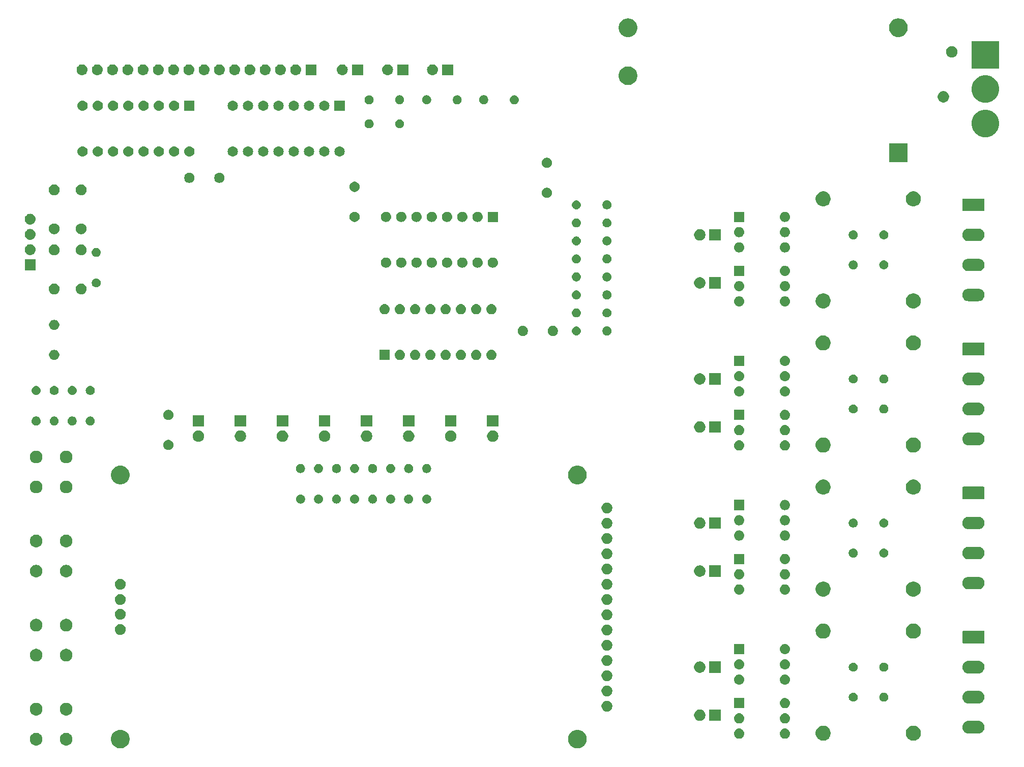
<source format=gbr>
G04 #@! TF.GenerationSoftware,KiCad,Pcbnew,(5.1.4)-1*
G04 #@! TF.CreationDate,2019-09-29T20:04:36+02:00*
G04 #@! TF.ProjectId,regulator board,72656775-6c61-4746-9f72-20626f617264,rev?*
G04 #@! TF.SameCoordinates,Original*
G04 #@! TF.FileFunction,Soldermask,Bot*
G04 #@! TF.FilePolarity,Negative*
%FSLAX46Y46*%
G04 Gerber Fmt 4.6, Leading zero omitted, Abs format (unit mm)*
G04 Created by KiCad (PCBNEW (5.1.4)-1) date 2019-09-29 20:04:36*
%MOMM*%
%LPD*%
G04 APERTURE LIST*
%ADD10C,0.100000*%
G04 APERTURE END LIST*
D10*
G36*
X141365185Y-142475341D02*
G01*
X141532410Y-142508604D01*
X141814674Y-142625521D01*
X142068705Y-142795259D01*
X142284741Y-143011295D01*
X142454479Y-143265326D01*
X142571396Y-143547590D01*
X142631000Y-143847240D01*
X142631000Y-144152760D01*
X142571396Y-144452410D01*
X142454479Y-144734674D01*
X142284741Y-144988705D01*
X142068705Y-145204741D01*
X141814674Y-145374479D01*
X141532410Y-145491396D01*
X141382585Y-145521198D01*
X141232761Y-145551000D01*
X140927239Y-145551000D01*
X140777415Y-145521198D01*
X140627590Y-145491396D01*
X140345326Y-145374479D01*
X140091295Y-145204741D01*
X139875259Y-144988705D01*
X139705521Y-144734674D01*
X139588604Y-144452410D01*
X139529000Y-144152760D01*
X139529000Y-143847240D01*
X139588604Y-143547590D01*
X139705521Y-143265326D01*
X139875259Y-143011295D01*
X140091295Y-142795259D01*
X140345326Y-142625521D01*
X140627590Y-142508604D01*
X140794815Y-142475341D01*
X140927239Y-142449000D01*
X141232761Y-142449000D01*
X141365185Y-142475341D01*
X141365185Y-142475341D01*
G37*
G36*
X65285185Y-142475341D02*
G01*
X65452410Y-142508604D01*
X65734674Y-142625521D01*
X65988705Y-142795259D01*
X66204741Y-143011295D01*
X66374479Y-143265326D01*
X66491396Y-143547590D01*
X66551000Y-143847240D01*
X66551000Y-144152760D01*
X66491396Y-144452410D01*
X66374479Y-144734674D01*
X66204741Y-144988705D01*
X65988705Y-145204741D01*
X65734674Y-145374479D01*
X65452410Y-145491396D01*
X65302585Y-145521198D01*
X65152761Y-145551000D01*
X64847239Y-145551000D01*
X64697415Y-145521198D01*
X64547590Y-145491396D01*
X64265326Y-145374479D01*
X64011295Y-145204741D01*
X63795259Y-144988705D01*
X63625521Y-144734674D01*
X63508604Y-144452410D01*
X63449000Y-144152760D01*
X63449000Y-143847240D01*
X63508604Y-143547590D01*
X63625521Y-143265326D01*
X63795259Y-143011295D01*
X64011295Y-142795259D01*
X64265326Y-142625521D01*
X64547590Y-142508604D01*
X64714815Y-142475341D01*
X64847239Y-142449000D01*
X65152761Y-142449000D01*
X65285185Y-142475341D01*
X65285185Y-142475341D01*
G37*
G36*
X51306564Y-142989389D02*
G01*
X51497833Y-143068615D01*
X51497835Y-143068616D01*
X51669973Y-143183635D01*
X51816365Y-143330027D01*
X51931385Y-143502167D01*
X52010611Y-143693436D01*
X52051000Y-143896484D01*
X52051000Y-144103516D01*
X52010611Y-144306564D01*
X51950200Y-144452409D01*
X51931384Y-144497835D01*
X51816365Y-144669973D01*
X51669973Y-144816365D01*
X51497835Y-144931384D01*
X51497834Y-144931385D01*
X51497833Y-144931385D01*
X51306564Y-145010611D01*
X51103516Y-145051000D01*
X50896484Y-145051000D01*
X50693436Y-145010611D01*
X50502167Y-144931385D01*
X50502166Y-144931385D01*
X50502165Y-144931384D01*
X50330027Y-144816365D01*
X50183635Y-144669973D01*
X50068616Y-144497835D01*
X50049800Y-144452409D01*
X49989389Y-144306564D01*
X49949000Y-144103516D01*
X49949000Y-143896484D01*
X49989389Y-143693436D01*
X50068615Y-143502167D01*
X50183635Y-143330027D01*
X50330027Y-143183635D01*
X50502165Y-143068616D01*
X50502167Y-143068615D01*
X50693436Y-142989389D01*
X50896484Y-142949000D01*
X51103516Y-142949000D01*
X51306564Y-142989389D01*
X51306564Y-142989389D01*
G37*
G36*
X56306564Y-142989389D02*
G01*
X56497833Y-143068615D01*
X56497835Y-143068616D01*
X56669973Y-143183635D01*
X56816365Y-143330027D01*
X56931385Y-143502167D01*
X57010611Y-143693436D01*
X57051000Y-143896484D01*
X57051000Y-144103516D01*
X57010611Y-144306564D01*
X56950200Y-144452409D01*
X56931384Y-144497835D01*
X56816365Y-144669973D01*
X56669973Y-144816365D01*
X56497835Y-144931384D01*
X56497834Y-144931385D01*
X56497833Y-144931385D01*
X56306564Y-145010611D01*
X56103516Y-145051000D01*
X55896484Y-145051000D01*
X55693436Y-145010611D01*
X55502167Y-144931385D01*
X55502166Y-144931385D01*
X55502165Y-144931384D01*
X55330027Y-144816365D01*
X55183635Y-144669973D01*
X55068616Y-144497835D01*
X55049800Y-144452409D01*
X54989389Y-144306564D01*
X54949000Y-144103516D01*
X54949000Y-143896484D01*
X54989389Y-143693436D01*
X55068615Y-143502167D01*
X55183635Y-143330027D01*
X55330027Y-143183635D01*
X55502165Y-143068616D01*
X55502167Y-143068615D01*
X55693436Y-142989389D01*
X55896484Y-142949000D01*
X56103516Y-142949000D01*
X56306564Y-142989389D01*
X56306564Y-142989389D01*
G37*
G36*
X197349283Y-141793968D02*
G01*
X197364903Y-141797075D01*
X197592571Y-141891378D01*
X197797466Y-142028285D01*
X197971715Y-142202534D01*
X198106428Y-142404146D01*
X198108623Y-142407431D01*
X198202925Y-142635097D01*
X198251000Y-142876786D01*
X198251000Y-143123214D01*
X198202925Y-143364903D01*
X198146069Y-143502167D01*
X198108622Y-143592571D01*
X197971715Y-143797466D01*
X197797466Y-143971715D01*
X197592571Y-144108622D01*
X197592570Y-144108623D01*
X197592569Y-144108623D01*
X197364903Y-144202925D01*
X197123214Y-144251000D01*
X196876786Y-144251000D01*
X196635097Y-144202925D01*
X196407431Y-144108623D01*
X196407430Y-144108623D01*
X196407429Y-144108622D01*
X196202534Y-143971715D01*
X196028285Y-143797466D01*
X195891378Y-143592571D01*
X195853932Y-143502167D01*
X195797075Y-143364903D01*
X195749000Y-143123214D01*
X195749000Y-142876786D01*
X195797075Y-142635097D01*
X195891377Y-142407431D01*
X195893572Y-142404146D01*
X196028285Y-142202534D01*
X196202534Y-142028285D01*
X196407429Y-141891378D01*
X196635097Y-141797075D01*
X196650717Y-141793968D01*
X196876786Y-141749000D01*
X197123214Y-141749000D01*
X197349283Y-141793968D01*
X197349283Y-141793968D01*
G37*
G36*
X182349283Y-141793968D02*
G01*
X182364903Y-141797075D01*
X182592571Y-141891378D01*
X182797466Y-142028285D01*
X182971715Y-142202534D01*
X183106428Y-142404146D01*
X183108623Y-142407431D01*
X183202925Y-142635097D01*
X183251000Y-142876786D01*
X183251000Y-143123214D01*
X183202925Y-143364903D01*
X183146069Y-143502167D01*
X183108622Y-143592571D01*
X182971715Y-143797466D01*
X182797466Y-143971715D01*
X182592571Y-144108622D01*
X182592570Y-144108623D01*
X182592569Y-144108623D01*
X182364903Y-144202925D01*
X182123214Y-144251000D01*
X181876786Y-144251000D01*
X181635097Y-144202925D01*
X181407431Y-144108623D01*
X181407430Y-144108623D01*
X181407429Y-144108622D01*
X181202534Y-143971715D01*
X181028285Y-143797466D01*
X180891378Y-143592571D01*
X180853932Y-143502167D01*
X180797075Y-143364903D01*
X180749000Y-143123214D01*
X180749000Y-142876786D01*
X180797075Y-142635097D01*
X180891377Y-142407431D01*
X180893572Y-142404146D01*
X181028285Y-142202534D01*
X181202534Y-142028285D01*
X181407429Y-141891378D01*
X181635097Y-141797075D01*
X181650717Y-141793968D01*
X181876786Y-141749000D01*
X182123214Y-141749000D01*
X182349283Y-141793968D01*
X182349283Y-141793968D01*
G37*
G36*
X168166823Y-142241313D02*
G01*
X168327242Y-142289976D01*
X168459906Y-142360886D01*
X168475078Y-142368996D01*
X168604659Y-142475341D01*
X168711004Y-142604922D01*
X168711005Y-142604924D01*
X168790024Y-142752758D01*
X168838687Y-142913177D01*
X168855117Y-143080000D01*
X168838687Y-143246823D01*
X168790024Y-143407242D01*
X168739285Y-143502167D01*
X168711004Y-143555078D01*
X168604659Y-143684659D01*
X168475078Y-143791004D01*
X168475076Y-143791005D01*
X168327242Y-143870024D01*
X168166823Y-143918687D01*
X168041804Y-143931000D01*
X167958196Y-143931000D01*
X167833177Y-143918687D01*
X167672758Y-143870024D01*
X167524924Y-143791005D01*
X167524922Y-143791004D01*
X167395341Y-143684659D01*
X167288996Y-143555078D01*
X167260715Y-143502167D01*
X167209976Y-143407242D01*
X167161313Y-143246823D01*
X167144883Y-143080000D01*
X167161313Y-142913177D01*
X167209976Y-142752758D01*
X167288995Y-142604924D01*
X167288996Y-142604922D01*
X167395341Y-142475341D01*
X167524922Y-142368996D01*
X167540094Y-142360886D01*
X167672758Y-142289976D01*
X167833177Y-142241313D01*
X167958196Y-142229000D01*
X168041804Y-142229000D01*
X168166823Y-142241313D01*
X168166823Y-142241313D01*
G37*
G36*
X175786823Y-142241313D02*
G01*
X175947242Y-142289976D01*
X176079906Y-142360886D01*
X176095078Y-142368996D01*
X176224659Y-142475341D01*
X176331004Y-142604922D01*
X176331005Y-142604924D01*
X176410024Y-142752758D01*
X176458687Y-142913177D01*
X176475117Y-143080000D01*
X176458687Y-143246823D01*
X176410024Y-143407242D01*
X176359285Y-143502167D01*
X176331004Y-143555078D01*
X176224659Y-143684659D01*
X176095078Y-143791004D01*
X176095076Y-143791005D01*
X175947242Y-143870024D01*
X175786823Y-143918687D01*
X175661804Y-143931000D01*
X175578196Y-143931000D01*
X175453177Y-143918687D01*
X175292758Y-143870024D01*
X175144924Y-143791005D01*
X175144922Y-143791004D01*
X175015341Y-143684659D01*
X174908996Y-143555078D01*
X174880715Y-143502167D01*
X174829976Y-143407242D01*
X174781313Y-143246823D01*
X174764883Y-143080000D01*
X174781313Y-142913177D01*
X174829976Y-142752758D01*
X174908995Y-142604924D01*
X174908996Y-142604922D01*
X175015341Y-142475341D01*
X175144922Y-142368996D01*
X175160094Y-142360886D01*
X175292758Y-142289976D01*
X175453177Y-142241313D01*
X175578196Y-142229000D01*
X175661804Y-142229000D01*
X175786823Y-142241313D01*
X175786823Y-142241313D01*
G37*
G36*
X207871937Y-140951000D02*
G01*
X208006032Y-140964207D01*
X208204146Y-141024305D01*
X208204149Y-141024306D01*
X208300975Y-141076061D01*
X208386729Y-141121897D01*
X208546765Y-141253235D01*
X208678103Y-141413271D01*
X208723939Y-141499025D01*
X208775694Y-141595851D01*
X208775695Y-141595854D01*
X208835793Y-141793968D01*
X208856085Y-142000000D01*
X208835793Y-142206032D01*
X208786358Y-142368995D01*
X208775694Y-142404149D01*
X208737641Y-142475341D01*
X208678103Y-142586729D01*
X208546765Y-142746765D01*
X208386729Y-142878103D01*
X208300975Y-142923939D01*
X208204149Y-142975694D01*
X208204146Y-142975695D01*
X208006032Y-143035793D01*
X207903097Y-143045931D01*
X207851631Y-143051000D01*
X206148369Y-143051000D01*
X206096903Y-143045931D01*
X205993968Y-143035793D01*
X205795854Y-142975695D01*
X205795851Y-142975694D01*
X205699025Y-142923939D01*
X205613271Y-142878103D01*
X205453235Y-142746765D01*
X205321897Y-142586729D01*
X205262359Y-142475341D01*
X205224306Y-142404149D01*
X205213642Y-142368995D01*
X205164207Y-142206032D01*
X205143915Y-142000000D01*
X205164207Y-141793968D01*
X205224305Y-141595854D01*
X205224306Y-141595851D01*
X205276061Y-141499025D01*
X205321897Y-141413271D01*
X205453235Y-141253235D01*
X205613271Y-141121897D01*
X205699025Y-141076061D01*
X205795851Y-141024306D01*
X205795854Y-141024305D01*
X205993968Y-140964207D01*
X206128063Y-140951000D01*
X206148369Y-140949000D01*
X207851631Y-140949000D01*
X207871937Y-140951000D01*
X207871937Y-140951000D01*
G37*
G36*
X168166823Y-139701313D02*
G01*
X168327242Y-139749976D01*
X168451447Y-139816365D01*
X168475078Y-139828996D01*
X168604659Y-139935341D01*
X168711004Y-140064922D01*
X168711005Y-140064924D01*
X168790024Y-140212758D01*
X168838687Y-140373177D01*
X168855117Y-140540000D01*
X168838687Y-140706823D01*
X168790024Y-140867242D01*
X168746323Y-140949000D01*
X168711004Y-141015078D01*
X168604659Y-141144659D01*
X168475078Y-141251004D01*
X168475076Y-141251005D01*
X168327242Y-141330024D01*
X168166823Y-141378687D01*
X168041804Y-141391000D01*
X167958196Y-141391000D01*
X167833177Y-141378687D01*
X167672758Y-141330024D01*
X167524924Y-141251005D01*
X167524922Y-141251004D01*
X167395341Y-141144659D01*
X167288996Y-141015078D01*
X167253677Y-140949000D01*
X167209976Y-140867242D01*
X167161313Y-140706823D01*
X167144883Y-140540000D01*
X167161313Y-140373177D01*
X167209976Y-140212758D01*
X167288995Y-140064924D01*
X167288996Y-140064922D01*
X167395341Y-139935341D01*
X167524922Y-139828996D01*
X167548553Y-139816365D01*
X167672758Y-139749976D01*
X167833177Y-139701313D01*
X167958196Y-139689000D01*
X168041804Y-139689000D01*
X168166823Y-139701313D01*
X168166823Y-139701313D01*
G37*
G36*
X175786823Y-139701313D02*
G01*
X175947242Y-139749976D01*
X176071447Y-139816365D01*
X176095078Y-139828996D01*
X176224659Y-139935341D01*
X176331004Y-140064922D01*
X176331005Y-140064924D01*
X176410024Y-140212758D01*
X176458687Y-140373177D01*
X176475117Y-140540000D01*
X176458687Y-140706823D01*
X176410024Y-140867242D01*
X176366323Y-140949000D01*
X176331004Y-141015078D01*
X176224659Y-141144659D01*
X176095078Y-141251004D01*
X176095076Y-141251005D01*
X175947242Y-141330024D01*
X175786823Y-141378687D01*
X175661804Y-141391000D01*
X175578196Y-141391000D01*
X175453177Y-141378687D01*
X175292758Y-141330024D01*
X175144924Y-141251005D01*
X175144922Y-141251004D01*
X175015341Y-141144659D01*
X174908996Y-141015078D01*
X174873677Y-140949000D01*
X174829976Y-140867242D01*
X174781313Y-140706823D01*
X174764883Y-140540000D01*
X174781313Y-140373177D01*
X174829976Y-140212758D01*
X174908995Y-140064924D01*
X174908996Y-140064922D01*
X175015341Y-139935341D01*
X175144922Y-139828996D01*
X175168553Y-139816365D01*
X175292758Y-139749976D01*
X175453177Y-139701313D01*
X175578196Y-139689000D01*
X175661804Y-139689000D01*
X175786823Y-139701313D01*
X175786823Y-139701313D01*
G37*
G36*
X161737395Y-139085546D02*
G01*
X161910466Y-139157234D01*
X161910467Y-139157235D01*
X162066227Y-139261310D01*
X162198690Y-139393773D01*
X162251081Y-139472182D01*
X162302766Y-139549534D01*
X162374454Y-139722605D01*
X162411000Y-139906333D01*
X162411000Y-140093667D01*
X162374454Y-140277395D01*
X162302766Y-140450466D01*
X162302765Y-140450467D01*
X162198690Y-140606227D01*
X162066227Y-140738690D01*
X161987818Y-140791081D01*
X161910466Y-140842766D01*
X161737395Y-140914454D01*
X161553667Y-140951000D01*
X161366333Y-140951000D01*
X161182605Y-140914454D01*
X161009534Y-140842766D01*
X160932182Y-140791081D01*
X160853773Y-140738690D01*
X160721310Y-140606227D01*
X160617235Y-140450467D01*
X160617234Y-140450466D01*
X160545546Y-140277395D01*
X160509000Y-140093667D01*
X160509000Y-139906333D01*
X160545546Y-139722605D01*
X160617234Y-139549534D01*
X160668919Y-139472182D01*
X160721310Y-139393773D01*
X160853773Y-139261310D01*
X161009533Y-139157235D01*
X161009534Y-139157234D01*
X161182605Y-139085546D01*
X161366333Y-139049000D01*
X161553667Y-139049000D01*
X161737395Y-139085546D01*
X161737395Y-139085546D01*
G37*
G36*
X164951000Y-140951000D02*
G01*
X163049000Y-140951000D01*
X163049000Y-139049000D01*
X164951000Y-139049000D01*
X164951000Y-140951000D01*
X164951000Y-140951000D01*
G37*
G36*
X56306564Y-137989389D02*
G01*
X56497833Y-138068615D01*
X56497835Y-138068616D01*
X56669973Y-138183635D01*
X56816365Y-138330027D01*
X56913284Y-138475076D01*
X56931385Y-138502167D01*
X57010611Y-138693436D01*
X57051000Y-138896484D01*
X57051000Y-139103516D01*
X57010611Y-139306564D01*
X57009827Y-139308456D01*
X56931384Y-139497835D01*
X56816365Y-139669973D01*
X56669973Y-139816365D01*
X56497835Y-139931384D01*
X56497834Y-139931385D01*
X56497833Y-139931385D01*
X56306564Y-140010611D01*
X56103516Y-140051000D01*
X55896484Y-140051000D01*
X55693436Y-140010611D01*
X55502167Y-139931385D01*
X55502166Y-139931385D01*
X55502165Y-139931384D01*
X55330027Y-139816365D01*
X55183635Y-139669973D01*
X55068616Y-139497835D01*
X54990173Y-139308456D01*
X54989389Y-139306564D01*
X54949000Y-139103516D01*
X54949000Y-138896484D01*
X54989389Y-138693436D01*
X55068615Y-138502167D01*
X55086717Y-138475076D01*
X55183635Y-138330027D01*
X55330027Y-138183635D01*
X55502165Y-138068616D01*
X55502167Y-138068615D01*
X55693436Y-137989389D01*
X55896484Y-137949000D01*
X56103516Y-137949000D01*
X56306564Y-137989389D01*
X56306564Y-137989389D01*
G37*
G36*
X51306564Y-137989389D02*
G01*
X51497833Y-138068615D01*
X51497835Y-138068616D01*
X51669973Y-138183635D01*
X51816365Y-138330027D01*
X51913284Y-138475076D01*
X51931385Y-138502167D01*
X52010611Y-138693436D01*
X52051000Y-138896484D01*
X52051000Y-139103516D01*
X52010611Y-139306564D01*
X52009827Y-139308456D01*
X51931384Y-139497835D01*
X51816365Y-139669973D01*
X51669973Y-139816365D01*
X51497835Y-139931384D01*
X51497834Y-139931385D01*
X51497833Y-139931385D01*
X51306564Y-140010611D01*
X51103516Y-140051000D01*
X50896484Y-140051000D01*
X50693436Y-140010611D01*
X50502167Y-139931385D01*
X50502166Y-139931385D01*
X50502165Y-139931384D01*
X50330027Y-139816365D01*
X50183635Y-139669973D01*
X50068616Y-139497835D01*
X49990173Y-139308456D01*
X49989389Y-139306564D01*
X49949000Y-139103516D01*
X49949000Y-138896484D01*
X49989389Y-138693436D01*
X50068615Y-138502167D01*
X50086717Y-138475076D01*
X50183635Y-138330027D01*
X50330027Y-138183635D01*
X50502165Y-138068616D01*
X50502167Y-138068615D01*
X50693436Y-137989389D01*
X50896484Y-137949000D01*
X51103516Y-137949000D01*
X51306564Y-137989389D01*
X51306564Y-137989389D01*
G37*
G36*
X146113512Y-137613927D02*
G01*
X146262812Y-137643624D01*
X146426784Y-137711544D01*
X146574354Y-137810147D01*
X146699853Y-137935646D01*
X146798456Y-138083216D01*
X146866376Y-138247188D01*
X146901000Y-138421259D01*
X146901000Y-138598741D01*
X146866376Y-138772812D01*
X146798456Y-138936784D01*
X146699853Y-139084354D01*
X146574354Y-139209853D01*
X146426784Y-139308456D01*
X146262812Y-139376376D01*
X146113512Y-139406073D01*
X146088742Y-139411000D01*
X145911258Y-139411000D01*
X145886488Y-139406073D01*
X145737188Y-139376376D01*
X145573216Y-139308456D01*
X145425646Y-139209853D01*
X145300147Y-139084354D01*
X145201544Y-138936784D01*
X145133624Y-138772812D01*
X145099000Y-138598741D01*
X145099000Y-138421259D01*
X145133624Y-138247188D01*
X145201544Y-138083216D01*
X145300147Y-137935646D01*
X145425646Y-137810147D01*
X145573216Y-137711544D01*
X145737188Y-137643624D01*
X145886488Y-137613927D01*
X145911258Y-137609000D01*
X146088742Y-137609000D01*
X146113512Y-137613927D01*
X146113512Y-137613927D01*
G37*
G36*
X168851000Y-138851000D02*
G01*
X167149000Y-138851000D01*
X167149000Y-137149000D01*
X168851000Y-137149000D01*
X168851000Y-138851000D01*
X168851000Y-138851000D01*
G37*
G36*
X175786823Y-137161313D02*
G01*
X175917380Y-137200917D01*
X175934241Y-137206032D01*
X175947242Y-137209976D01*
X176079906Y-137280886D01*
X176095078Y-137288996D01*
X176224659Y-137395341D01*
X176331004Y-137524922D01*
X176331005Y-137524924D01*
X176410024Y-137672758D01*
X176458687Y-137833177D01*
X176475117Y-138000000D01*
X176458687Y-138166823D01*
X176410024Y-138327242D01*
X176408535Y-138330027D01*
X176331004Y-138475078D01*
X176224659Y-138604659D01*
X176095078Y-138711004D01*
X176095076Y-138711005D01*
X175947242Y-138790024D01*
X175786823Y-138838687D01*
X175661804Y-138851000D01*
X175578196Y-138851000D01*
X175453177Y-138838687D01*
X175292758Y-138790024D01*
X175144924Y-138711005D01*
X175144922Y-138711004D01*
X175015341Y-138604659D01*
X174908996Y-138475078D01*
X174831465Y-138330027D01*
X174829976Y-138327242D01*
X174781313Y-138166823D01*
X174764883Y-138000000D01*
X174781313Y-137833177D01*
X174829976Y-137672758D01*
X174908995Y-137524924D01*
X174908996Y-137524922D01*
X175015341Y-137395341D01*
X175144922Y-137288996D01*
X175160094Y-137280886D01*
X175292758Y-137209976D01*
X175305760Y-137206032D01*
X175322620Y-137200917D01*
X175453177Y-137161313D01*
X175578196Y-137149000D01*
X175661804Y-137149000D01*
X175786823Y-137161313D01*
X175786823Y-137161313D01*
G37*
G36*
X207903097Y-135954069D02*
G01*
X208006032Y-135964207D01*
X208204146Y-136024305D01*
X208204149Y-136024306D01*
X208268572Y-136058741D01*
X208386729Y-136121897D01*
X208546765Y-136253235D01*
X208678103Y-136413271D01*
X208723939Y-136499025D01*
X208775694Y-136595851D01*
X208775695Y-136595854D01*
X208835793Y-136793968D01*
X208856085Y-137000000D01*
X208835793Y-137206032D01*
X208790382Y-137355730D01*
X208775694Y-137404149D01*
X208767622Y-137419250D01*
X208678103Y-137586729D01*
X208546765Y-137746765D01*
X208386729Y-137878103D01*
X208300975Y-137923939D01*
X208204149Y-137975694D01*
X208204146Y-137975695D01*
X208006032Y-138035793D01*
X207903097Y-138045931D01*
X207851631Y-138051000D01*
X206148369Y-138051000D01*
X206096903Y-138045931D01*
X205993968Y-138035793D01*
X205795854Y-137975695D01*
X205795851Y-137975694D01*
X205699025Y-137923939D01*
X205613271Y-137878103D01*
X205453235Y-137746765D01*
X205321897Y-137586729D01*
X205232378Y-137419250D01*
X205224306Y-137404149D01*
X205209618Y-137355730D01*
X205164207Y-137206032D01*
X205143915Y-137000000D01*
X205164207Y-136793968D01*
X205224305Y-136595854D01*
X205224306Y-136595851D01*
X205276061Y-136499025D01*
X205321897Y-136413271D01*
X205453235Y-136253235D01*
X205613271Y-136121897D01*
X205731428Y-136058741D01*
X205795851Y-136024306D01*
X205795854Y-136024305D01*
X205993968Y-135964207D01*
X206096903Y-135954069D01*
X206148369Y-135949000D01*
X207851631Y-135949000D01*
X207903097Y-135954069D01*
X207903097Y-135954069D01*
G37*
G36*
X187219059Y-136277860D02*
G01*
X187279294Y-136302810D01*
X187355732Y-136334472D01*
X187478735Y-136416660D01*
X187583340Y-136521265D01*
X187665528Y-136644268D01*
X187665529Y-136644270D01*
X187722140Y-136780941D01*
X187751000Y-136926032D01*
X187751000Y-137073968D01*
X187722140Y-137219059D01*
X187693172Y-137288995D01*
X187665528Y-137355732D01*
X187583340Y-137478735D01*
X187478735Y-137583340D01*
X187355732Y-137665528D01*
X187355731Y-137665529D01*
X187355730Y-137665529D01*
X187219059Y-137722140D01*
X187073968Y-137751000D01*
X186926032Y-137751000D01*
X186780941Y-137722140D01*
X186644270Y-137665529D01*
X186644269Y-137665529D01*
X186644268Y-137665528D01*
X186521265Y-137583340D01*
X186416660Y-137478735D01*
X186334472Y-137355732D01*
X186306829Y-137288995D01*
X186277860Y-137219059D01*
X186249000Y-137073968D01*
X186249000Y-136926032D01*
X186277860Y-136780941D01*
X186334471Y-136644270D01*
X186334472Y-136644268D01*
X186416660Y-136521265D01*
X186521265Y-136416660D01*
X186644268Y-136334472D01*
X186720707Y-136302810D01*
X186780941Y-136277860D01*
X186926032Y-136249000D01*
X187073968Y-136249000D01*
X187219059Y-136277860D01*
X187219059Y-136277860D01*
G37*
G36*
X192153665Y-136252622D02*
G01*
X192227222Y-136259867D01*
X192368786Y-136302810D01*
X192499252Y-136372546D01*
X192528784Y-136396782D01*
X192613607Y-136466393D01*
X192677586Y-136544354D01*
X192707454Y-136580748D01*
X192777190Y-136711214D01*
X192820133Y-136852778D01*
X192834633Y-137000000D01*
X192820133Y-137147222D01*
X192777190Y-137288786D01*
X192707454Y-137419252D01*
X192683008Y-137449040D01*
X192613607Y-137533607D01*
X192553004Y-137583341D01*
X192499252Y-137627454D01*
X192368786Y-137697190D01*
X192227222Y-137740133D01*
X192159886Y-137746765D01*
X192116888Y-137751000D01*
X192043112Y-137751000D01*
X192000114Y-137746765D01*
X191932778Y-137740133D01*
X191791214Y-137697190D01*
X191660748Y-137627454D01*
X191606996Y-137583341D01*
X191546393Y-137533607D01*
X191476992Y-137449040D01*
X191452546Y-137419252D01*
X191382810Y-137288786D01*
X191339867Y-137147222D01*
X191325367Y-137000000D01*
X191339867Y-136852778D01*
X191382810Y-136711214D01*
X191452546Y-136580748D01*
X191482414Y-136544354D01*
X191546393Y-136466393D01*
X191631216Y-136396782D01*
X191660748Y-136372546D01*
X191791214Y-136302810D01*
X191932778Y-136259867D01*
X192006335Y-136252622D01*
X192043112Y-136249000D01*
X192116888Y-136249000D01*
X192153665Y-136252622D01*
X192153665Y-136252622D01*
G37*
G36*
X146113512Y-135073927D02*
G01*
X146262812Y-135103624D01*
X146426784Y-135171544D01*
X146574354Y-135270147D01*
X146699853Y-135395646D01*
X146798456Y-135543216D01*
X146866376Y-135707188D01*
X146901000Y-135881259D01*
X146901000Y-136058741D01*
X146866376Y-136232812D01*
X146798456Y-136396784D01*
X146699853Y-136544354D01*
X146574354Y-136669853D01*
X146426784Y-136768456D01*
X146262812Y-136836376D01*
X146113512Y-136866073D01*
X146088742Y-136871000D01*
X145911258Y-136871000D01*
X145886488Y-136866073D01*
X145737188Y-136836376D01*
X145573216Y-136768456D01*
X145425646Y-136669853D01*
X145300147Y-136544354D01*
X145201544Y-136396784D01*
X145133624Y-136232812D01*
X145099000Y-136058741D01*
X145099000Y-135881259D01*
X145133624Y-135707188D01*
X145201544Y-135543216D01*
X145300147Y-135395646D01*
X145425646Y-135270147D01*
X145573216Y-135171544D01*
X145737188Y-135103624D01*
X145886488Y-135073927D01*
X145911258Y-135069000D01*
X146088742Y-135069000D01*
X146113512Y-135073927D01*
X146113512Y-135073927D01*
G37*
G36*
X175786823Y-133241313D02*
G01*
X175947242Y-133289976D01*
X176079906Y-133360886D01*
X176095078Y-133368996D01*
X176224659Y-133475341D01*
X176331004Y-133604922D01*
X176331005Y-133604924D01*
X176410024Y-133752758D01*
X176458687Y-133913177D01*
X176475117Y-134080000D01*
X176458687Y-134246823D01*
X176410024Y-134407242D01*
X176339114Y-134539906D01*
X176331004Y-134555078D01*
X176224659Y-134684659D01*
X176095078Y-134791004D01*
X176095076Y-134791005D01*
X175947242Y-134870024D01*
X175786823Y-134918687D01*
X175661804Y-134931000D01*
X175578196Y-134931000D01*
X175453177Y-134918687D01*
X175292758Y-134870024D01*
X175144924Y-134791005D01*
X175144922Y-134791004D01*
X175015341Y-134684659D01*
X174908996Y-134555078D01*
X174900886Y-134539906D01*
X174829976Y-134407242D01*
X174781313Y-134246823D01*
X174764883Y-134080000D01*
X174781313Y-133913177D01*
X174829976Y-133752758D01*
X174908995Y-133604924D01*
X174908996Y-133604922D01*
X175015341Y-133475341D01*
X175144922Y-133368996D01*
X175160094Y-133360886D01*
X175292758Y-133289976D01*
X175453177Y-133241313D01*
X175578196Y-133229000D01*
X175661804Y-133229000D01*
X175786823Y-133241313D01*
X175786823Y-133241313D01*
G37*
G36*
X168166823Y-133241313D02*
G01*
X168327242Y-133289976D01*
X168459906Y-133360886D01*
X168475078Y-133368996D01*
X168604659Y-133475341D01*
X168711004Y-133604922D01*
X168711005Y-133604924D01*
X168790024Y-133752758D01*
X168838687Y-133913177D01*
X168855117Y-134080000D01*
X168838687Y-134246823D01*
X168790024Y-134407242D01*
X168719114Y-134539906D01*
X168711004Y-134555078D01*
X168604659Y-134684659D01*
X168475078Y-134791004D01*
X168475076Y-134791005D01*
X168327242Y-134870024D01*
X168166823Y-134918687D01*
X168041804Y-134931000D01*
X167958196Y-134931000D01*
X167833177Y-134918687D01*
X167672758Y-134870024D01*
X167524924Y-134791005D01*
X167524922Y-134791004D01*
X167395341Y-134684659D01*
X167288996Y-134555078D01*
X167280886Y-134539906D01*
X167209976Y-134407242D01*
X167161313Y-134246823D01*
X167144883Y-134080000D01*
X167161313Y-133913177D01*
X167209976Y-133752758D01*
X167288995Y-133604924D01*
X167288996Y-133604922D01*
X167395341Y-133475341D01*
X167524922Y-133368996D01*
X167540094Y-133360886D01*
X167672758Y-133289976D01*
X167833177Y-133241313D01*
X167958196Y-133229000D01*
X168041804Y-133229000D01*
X168166823Y-133241313D01*
X168166823Y-133241313D01*
G37*
G36*
X146111898Y-132533606D02*
G01*
X146262812Y-132563624D01*
X146426784Y-132631544D01*
X146574354Y-132730147D01*
X146699853Y-132855646D01*
X146798456Y-133003216D01*
X146866376Y-133167188D01*
X146901000Y-133341259D01*
X146901000Y-133518741D01*
X146866376Y-133692812D01*
X146798456Y-133856784D01*
X146699853Y-134004354D01*
X146574354Y-134129853D01*
X146426784Y-134228456D01*
X146262812Y-134296376D01*
X146113512Y-134326073D01*
X146088742Y-134331000D01*
X145911258Y-134331000D01*
X145886488Y-134326073D01*
X145737188Y-134296376D01*
X145573216Y-134228456D01*
X145425646Y-134129853D01*
X145300147Y-134004354D01*
X145201544Y-133856784D01*
X145133624Y-133692812D01*
X145099000Y-133518741D01*
X145099000Y-133341259D01*
X145133624Y-133167188D01*
X145201544Y-133003216D01*
X145300147Y-132855646D01*
X145425646Y-132730147D01*
X145573216Y-132631544D01*
X145737188Y-132563624D01*
X145888102Y-132533606D01*
X145911258Y-132529000D01*
X146088742Y-132529000D01*
X146111898Y-132533606D01*
X146111898Y-132533606D01*
G37*
G36*
X207903097Y-130954069D02*
G01*
X208006032Y-130964207D01*
X208204146Y-131024305D01*
X208204149Y-131024306D01*
X208300975Y-131076061D01*
X208386729Y-131121897D01*
X208546765Y-131253235D01*
X208678103Y-131413271D01*
X208723939Y-131499025D01*
X208775694Y-131595851D01*
X208775695Y-131595854D01*
X208835793Y-131793968D01*
X208856085Y-132000000D01*
X208835793Y-132206032D01*
X208790382Y-132355730D01*
X208775694Y-132404149D01*
X208767622Y-132419250D01*
X208678103Y-132586729D01*
X208546765Y-132746765D01*
X208386729Y-132878103D01*
X208300975Y-132923939D01*
X208204149Y-132975694D01*
X208204146Y-132975695D01*
X208006032Y-133035793D01*
X207903097Y-133045931D01*
X207851631Y-133051000D01*
X206148369Y-133051000D01*
X206096903Y-133045931D01*
X205993968Y-133035793D01*
X205795854Y-132975695D01*
X205795851Y-132975694D01*
X205699025Y-132923939D01*
X205613271Y-132878103D01*
X205453235Y-132746765D01*
X205321897Y-132586729D01*
X205232378Y-132419250D01*
X205224306Y-132404149D01*
X205209618Y-132355730D01*
X205164207Y-132206032D01*
X205143915Y-132000000D01*
X205164207Y-131793968D01*
X205224305Y-131595854D01*
X205224306Y-131595851D01*
X205276061Y-131499025D01*
X205321897Y-131413271D01*
X205453235Y-131253235D01*
X205613271Y-131121897D01*
X205699025Y-131076061D01*
X205795851Y-131024306D01*
X205795854Y-131024305D01*
X205993968Y-130964207D01*
X206096903Y-130954069D01*
X206148369Y-130949000D01*
X207851631Y-130949000D01*
X207903097Y-130954069D01*
X207903097Y-130954069D01*
G37*
G36*
X164951000Y-132951000D02*
G01*
X163049000Y-132951000D01*
X163049000Y-131049000D01*
X164951000Y-131049000D01*
X164951000Y-132951000D01*
X164951000Y-132951000D01*
G37*
G36*
X161737395Y-131085546D02*
G01*
X161910466Y-131157234D01*
X161910467Y-131157235D01*
X162066227Y-131261310D01*
X162198690Y-131393773D01*
X162245850Y-131464353D01*
X162302766Y-131549534D01*
X162374454Y-131722605D01*
X162411000Y-131906333D01*
X162411000Y-132093667D01*
X162374454Y-132277395D01*
X162302766Y-132450466D01*
X162283877Y-132478735D01*
X162198690Y-132606227D01*
X162066227Y-132738690D01*
X161987818Y-132791081D01*
X161910466Y-132842766D01*
X161737395Y-132914454D01*
X161553667Y-132951000D01*
X161366333Y-132951000D01*
X161182605Y-132914454D01*
X161009534Y-132842766D01*
X160932182Y-132791081D01*
X160853773Y-132738690D01*
X160721310Y-132606227D01*
X160636123Y-132478735D01*
X160617234Y-132450466D01*
X160545546Y-132277395D01*
X160509000Y-132093667D01*
X160509000Y-131906333D01*
X160545546Y-131722605D01*
X160617234Y-131549534D01*
X160674150Y-131464353D01*
X160721310Y-131393773D01*
X160853773Y-131261310D01*
X161009533Y-131157235D01*
X161009534Y-131157234D01*
X161182605Y-131085546D01*
X161366333Y-131049000D01*
X161553667Y-131049000D01*
X161737395Y-131085546D01*
X161737395Y-131085546D01*
G37*
G36*
X187219059Y-131277860D02*
G01*
X187279294Y-131302810D01*
X187355732Y-131334472D01*
X187478735Y-131416660D01*
X187583340Y-131521265D01*
X187665528Y-131644268D01*
X187665529Y-131644270D01*
X187722140Y-131780941D01*
X187751000Y-131926032D01*
X187751000Y-132073968D01*
X187722140Y-132219059D01*
X187708908Y-132251005D01*
X187665528Y-132355732D01*
X187583340Y-132478735D01*
X187478735Y-132583340D01*
X187355732Y-132665528D01*
X187355731Y-132665529D01*
X187355730Y-132665529D01*
X187219059Y-132722140D01*
X187073968Y-132751000D01*
X186926032Y-132751000D01*
X186780941Y-132722140D01*
X186644270Y-132665529D01*
X186644269Y-132665529D01*
X186644268Y-132665528D01*
X186521265Y-132583340D01*
X186416660Y-132478735D01*
X186334472Y-132355732D01*
X186291093Y-132251005D01*
X186277860Y-132219059D01*
X186249000Y-132073968D01*
X186249000Y-131926032D01*
X186277860Y-131780941D01*
X186334471Y-131644270D01*
X186334472Y-131644268D01*
X186416660Y-131521265D01*
X186521265Y-131416660D01*
X186644268Y-131334472D01*
X186720707Y-131302810D01*
X186780941Y-131277860D01*
X186926032Y-131249000D01*
X187073968Y-131249000D01*
X187219059Y-131277860D01*
X187219059Y-131277860D01*
G37*
G36*
X192153665Y-131252622D02*
G01*
X192227222Y-131259867D01*
X192368786Y-131302810D01*
X192499252Y-131372546D01*
X192529040Y-131396992D01*
X192613607Y-131466393D01*
X192681837Y-131549534D01*
X192707454Y-131580748D01*
X192777190Y-131711214D01*
X192820133Y-131852778D01*
X192834633Y-132000000D01*
X192820133Y-132147222D01*
X192777190Y-132288786D01*
X192707454Y-132419252D01*
X192683008Y-132449040D01*
X192613607Y-132533607D01*
X192553004Y-132583341D01*
X192499252Y-132627454D01*
X192368786Y-132697190D01*
X192227222Y-132740133D01*
X192159886Y-132746765D01*
X192116888Y-132751000D01*
X192043112Y-132751000D01*
X192000114Y-132746765D01*
X191932778Y-132740133D01*
X191791214Y-132697190D01*
X191660748Y-132627454D01*
X191606996Y-132583341D01*
X191546393Y-132533607D01*
X191476992Y-132449040D01*
X191452546Y-132419252D01*
X191382810Y-132288786D01*
X191339867Y-132147222D01*
X191325367Y-132000000D01*
X191339867Y-131852778D01*
X191382810Y-131711214D01*
X191452546Y-131580748D01*
X191478163Y-131549534D01*
X191546393Y-131466393D01*
X191630960Y-131396992D01*
X191660748Y-131372546D01*
X191791214Y-131302810D01*
X191932778Y-131259867D01*
X192006335Y-131252622D01*
X192043112Y-131249000D01*
X192116888Y-131249000D01*
X192153665Y-131252622D01*
X192153665Y-131252622D01*
G37*
G36*
X168166823Y-130701313D02*
G01*
X168327242Y-130749976D01*
X168451447Y-130816365D01*
X168475078Y-130828996D01*
X168604659Y-130935341D01*
X168711004Y-131064922D01*
X168711005Y-131064924D01*
X168790024Y-131212758D01*
X168838687Y-131373177D01*
X168855117Y-131540000D01*
X168838687Y-131706823D01*
X168790024Y-131867242D01*
X168719114Y-131999906D01*
X168711004Y-132015078D01*
X168604659Y-132144659D01*
X168475078Y-132251004D01*
X168475076Y-132251005D01*
X168327242Y-132330024D01*
X168166823Y-132378687D01*
X168041804Y-132391000D01*
X167958196Y-132391000D01*
X167833177Y-132378687D01*
X167672758Y-132330024D01*
X167524924Y-132251005D01*
X167524922Y-132251004D01*
X167395341Y-132144659D01*
X167288996Y-132015078D01*
X167280886Y-131999906D01*
X167209976Y-131867242D01*
X167161313Y-131706823D01*
X167144883Y-131540000D01*
X167161313Y-131373177D01*
X167209976Y-131212758D01*
X167288995Y-131064924D01*
X167288996Y-131064922D01*
X167395341Y-130935341D01*
X167524922Y-130828996D01*
X167548553Y-130816365D01*
X167672758Y-130749976D01*
X167833177Y-130701313D01*
X167958196Y-130689000D01*
X168041804Y-130689000D01*
X168166823Y-130701313D01*
X168166823Y-130701313D01*
G37*
G36*
X175786823Y-130701313D02*
G01*
X175947242Y-130749976D01*
X176071447Y-130816365D01*
X176095078Y-130828996D01*
X176224659Y-130935341D01*
X176331004Y-131064922D01*
X176331005Y-131064924D01*
X176410024Y-131212758D01*
X176458687Y-131373177D01*
X176475117Y-131540000D01*
X176458687Y-131706823D01*
X176410024Y-131867242D01*
X176339114Y-131999906D01*
X176331004Y-132015078D01*
X176224659Y-132144659D01*
X176095078Y-132251004D01*
X176095076Y-132251005D01*
X175947242Y-132330024D01*
X175786823Y-132378687D01*
X175661804Y-132391000D01*
X175578196Y-132391000D01*
X175453177Y-132378687D01*
X175292758Y-132330024D01*
X175144924Y-132251005D01*
X175144922Y-132251004D01*
X175015341Y-132144659D01*
X174908996Y-132015078D01*
X174900886Y-131999906D01*
X174829976Y-131867242D01*
X174781313Y-131706823D01*
X174764883Y-131540000D01*
X174781313Y-131373177D01*
X174829976Y-131212758D01*
X174908995Y-131064924D01*
X174908996Y-131064922D01*
X175015341Y-130935341D01*
X175144922Y-130828996D01*
X175168553Y-130816365D01*
X175292758Y-130749976D01*
X175453177Y-130701313D01*
X175578196Y-130689000D01*
X175661804Y-130689000D01*
X175786823Y-130701313D01*
X175786823Y-130701313D01*
G37*
G36*
X146113512Y-129993927D02*
G01*
X146262812Y-130023624D01*
X146426784Y-130091544D01*
X146574354Y-130190147D01*
X146699853Y-130315646D01*
X146798456Y-130463216D01*
X146866376Y-130627188D01*
X146901000Y-130801259D01*
X146901000Y-130978741D01*
X146866376Y-131152812D01*
X146798456Y-131316784D01*
X146699853Y-131464354D01*
X146574354Y-131589853D01*
X146426784Y-131688456D01*
X146262812Y-131756376D01*
X146113512Y-131786073D01*
X146088742Y-131791000D01*
X145911258Y-131791000D01*
X145886488Y-131786073D01*
X145737188Y-131756376D01*
X145573216Y-131688456D01*
X145425646Y-131589853D01*
X145300147Y-131464354D01*
X145201544Y-131316784D01*
X145133624Y-131152812D01*
X145099000Y-130978741D01*
X145099000Y-130801259D01*
X145133624Y-130627188D01*
X145201544Y-130463216D01*
X145300147Y-130315646D01*
X145425646Y-130190147D01*
X145573216Y-130091544D01*
X145737188Y-130023624D01*
X145886488Y-129993927D01*
X145911258Y-129989000D01*
X146088742Y-129989000D01*
X146113512Y-129993927D01*
X146113512Y-129993927D01*
G37*
G36*
X51306564Y-128989389D02*
G01*
X51452537Y-129049853D01*
X51497835Y-129068616D01*
X51669973Y-129183635D01*
X51816365Y-129330027D01*
X51913284Y-129475076D01*
X51931385Y-129502167D01*
X52010611Y-129693436D01*
X52051000Y-129896484D01*
X52051000Y-130103516D01*
X52010611Y-130306564D01*
X51945724Y-130463216D01*
X51931384Y-130497835D01*
X51816365Y-130669973D01*
X51669973Y-130816365D01*
X51497835Y-130931384D01*
X51497834Y-130931385D01*
X51497833Y-130931385D01*
X51306564Y-131010611D01*
X51103516Y-131051000D01*
X50896484Y-131051000D01*
X50693436Y-131010611D01*
X50502167Y-130931385D01*
X50502166Y-130931385D01*
X50502165Y-130931384D01*
X50330027Y-130816365D01*
X50183635Y-130669973D01*
X50068616Y-130497835D01*
X50054276Y-130463216D01*
X49989389Y-130306564D01*
X49949000Y-130103516D01*
X49949000Y-129896484D01*
X49989389Y-129693436D01*
X50068615Y-129502167D01*
X50086717Y-129475076D01*
X50183635Y-129330027D01*
X50330027Y-129183635D01*
X50502165Y-129068616D01*
X50547463Y-129049853D01*
X50693436Y-128989389D01*
X50896484Y-128949000D01*
X51103516Y-128949000D01*
X51306564Y-128989389D01*
X51306564Y-128989389D01*
G37*
G36*
X56306564Y-128989389D02*
G01*
X56452537Y-129049853D01*
X56497835Y-129068616D01*
X56669973Y-129183635D01*
X56816365Y-129330027D01*
X56913284Y-129475076D01*
X56931385Y-129502167D01*
X57010611Y-129693436D01*
X57051000Y-129896484D01*
X57051000Y-130103516D01*
X57010611Y-130306564D01*
X56945724Y-130463216D01*
X56931384Y-130497835D01*
X56816365Y-130669973D01*
X56669973Y-130816365D01*
X56497835Y-130931384D01*
X56497834Y-130931385D01*
X56497833Y-130931385D01*
X56306564Y-131010611D01*
X56103516Y-131051000D01*
X55896484Y-131051000D01*
X55693436Y-131010611D01*
X55502167Y-130931385D01*
X55502166Y-130931385D01*
X55502165Y-130931384D01*
X55330027Y-130816365D01*
X55183635Y-130669973D01*
X55068616Y-130497835D01*
X55054276Y-130463216D01*
X54989389Y-130306564D01*
X54949000Y-130103516D01*
X54949000Y-129896484D01*
X54989389Y-129693436D01*
X55068615Y-129502167D01*
X55086717Y-129475076D01*
X55183635Y-129330027D01*
X55330027Y-129183635D01*
X55502165Y-129068616D01*
X55547463Y-129049853D01*
X55693436Y-128989389D01*
X55896484Y-128949000D01*
X56103516Y-128949000D01*
X56306564Y-128989389D01*
X56306564Y-128989389D01*
G37*
G36*
X175786823Y-128161313D02*
G01*
X175947242Y-128209976D01*
X176079906Y-128280886D01*
X176095078Y-128288996D01*
X176224659Y-128395341D01*
X176331004Y-128524922D01*
X176331005Y-128524924D01*
X176410024Y-128672758D01*
X176458687Y-128833177D01*
X176475117Y-129000000D01*
X176458687Y-129166823D01*
X176410024Y-129327242D01*
X176408535Y-129330027D01*
X176331004Y-129475078D01*
X176224659Y-129604659D01*
X176095078Y-129711004D01*
X176095076Y-129711005D01*
X175947242Y-129790024D01*
X175786823Y-129838687D01*
X175661804Y-129851000D01*
X175578196Y-129851000D01*
X175453177Y-129838687D01*
X175292758Y-129790024D01*
X175144924Y-129711005D01*
X175144922Y-129711004D01*
X175015341Y-129604659D01*
X174908996Y-129475078D01*
X174831465Y-129330027D01*
X174829976Y-129327242D01*
X174781313Y-129166823D01*
X174764883Y-129000000D01*
X174781313Y-128833177D01*
X174829976Y-128672758D01*
X174908995Y-128524924D01*
X174908996Y-128524922D01*
X175015341Y-128395341D01*
X175144922Y-128288996D01*
X175160094Y-128280886D01*
X175292758Y-128209976D01*
X175453177Y-128161313D01*
X175578196Y-128149000D01*
X175661804Y-128149000D01*
X175786823Y-128161313D01*
X175786823Y-128161313D01*
G37*
G36*
X168851000Y-129851000D02*
G01*
X167149000Y-129851000D01*
X167149000Y-128149000D01*
X168851000Y-128149000D01*
X168851000Y-129851000D01*
X168851000Y-129851000D01*
G37*
G36*
X146113512Y-127453927D02*
G01*
X146262812Y-127483624D01*
X146426784Y-127551544D01*
X146574354Y-127650147D01*
X146699853Y-127775646D01*
X146798456Y-127923216D01*
X146866376Y-128087188D01*
X146901000Y-128261259D01*
X146901000Y-128438741D01*
X146866376Y-128612812D01*
X146798456Y-128776784D01*
X146699853Y-128924354D01*
X146574354Y-129049853D01*
X146426784Y-129148456D01*
X146262812Y-129216376D01*
X146113512Y-129246073D01*
X146088742Y-129251000D01*
X145911258Y-129251000D01*
X145886488Y-129246073D01*
X145737188Y-129216376D01*
X145573216Y-129148456D01*
X145425646Y-129049853D01*
X145300147Y-128924354D01*
X145201544Y-128776784D01*
X145133624Y-128612812D01*
X145099000Y-128438741D01*
X145099000Y-128261259D01*
X145133624Y-128087188D01*
X145201544Y-127923216D01*
X145300147Y-127775646D01*
X145425646Y-127650147D01*
X145573216Y-127551544D01*
X145737188Y-127483624D01*
X145886488Y-127453927D01*
X145911258Y-127449000D01*
X146088742Y-127449000D01*
X146113512Y-127453927D01*
X146113512Y-127453927D01*
G37*
G36*
X208714852Y-125952840D02*
G01*
X208746443Y-125962423D01*
X208775557Y-125977985D01*
X208801074Y-125998926D01*
X208822015Y-126024443D01*
X208837577Y-126053557D01*
X208847160Y-126085148D01*
X208851000Y-126124140D01*
X208851000Y-127875860D01*
X208847160Y-127914852D01*
X208837577Y-127946443D01*
X208822015Y-127975557D01*
X208801074Y-128001074D01*
X208775557Y-128022015D01*
X208746443Y-128037577D01*
X208714852Y-128047160D01*
X208675860Y-128051000D01*
X205324140Y-128051000D01*
X205285148Y-128047160D01*
X205253557Y-128037577D01*
X205224443Y-128022015D01*
X205198926Y-128001074D01*
X205177985Y-127975557D01*
X205162423Y-127946443D01*
X205152840Y-127914852D01*
X205149000Y-127875860D01*
X205149000Y-126124140D01*
X205152840Y-126085148D01*
X205162423Y-126053557D01*
X205177985Y-126024443D01*
X205198926Y-125998926D01*
X205224443Y-125977985D01*
X205253557Y-125962423D01*
X205285148Y-125952840D01*
X205324140Y-125949000D01*
X208675860Y-125949000D01*
X208714852Y-125952840D01*
X208714852Y-125952840D01*
G37*
G36*
X182364903Y-124797075D02*
G01*
X182525570Y-124863625D01*
X182592571Y-124891378D01*
X182797466Y-125028285D01*
X182971715Y-125202534D01*
X183108622Y-125407429D01*
X183108623Y-125407431D01*
X183202925Y-125635097D01*
X183251000Y-125876786D01*
X183251000Y-126123214D01*
X183243585Y-126160490D01*
X183202925Y-126364903D01*
X183108622Y-126592571D01*
X182971715Y-126797466D01*
X182797466Y-126971715D01*
X182592571Y-127108622D01*
X182592570Y-127108623D01*
X182592569Y-127108623D01*
X182364903Y-127202925D01*
X182123214Y-127251000D01*
X181876786Y-127251000D01*
X181635097Y-127202925D01*
X181407431Y-127108623D01*
X181407430Y-127108623D01*
X181407429Y-127108622D01*
X181202534Y-126971715D01*
X181028285Y-126797466D01*
X180891378Y-126592571D01*
X180797075Y-126364903D01*
X180756415Y-126160490D01*
X180749000Y-126123214D01*
X180749000Y-125876786D01*
X180797075Y-125635097D01*
X180891377Y-125407431D01*
X180891378Y-125407429D01*
X181028285Y-125202534D01*
X181202534Y-125028285D01*
X181407429Y-124891378D01*
X181474431Y-124863625D01*
X181635097Y-124797075D01*
X181876786Y-124749000D01*
X182123214Y-124749000D01*
X182364903Y-124797075D01*
X182364903Y-124797075D01*
G37*
G36*
X197364903Y-124797075D02*
G01*
X197525570Y-124863625D01*
X197592571Y-124891378D01*
X197797466Y-125028285D01*
X197971715Y-125202534D01*
X198108622Y-125407429D01*
X198108623Y-125407431D01*
X198202925Y-125635097D01*
X198251000Y-125876786D01*
X198251000Y-126123214D01*
X198243585Y-126160490D01*
X198202925Y-126364903D01*
X198108622Y-126592571D01*
X197971715Y-126797466D01*
X197797466Y-126971715D01*
X197592571Y-127108622D01*
X197592570Y-127108623D01*
X197592569Y-127108623D01*
X197364903Y-127202925D01*
X197123214Y-127251000D01*
X196876786Y-127251000D01*
X196635097Y-127202925D01*
X196407431Y-127108623D01*
X196407430Y-127108623D01*
X196407429Y-127108622D01*
X196202534Y-126971715D01*
X196028285Y-126797466D01*
X195891378Y-126592571D01*
X195797075Y-126364903D01*
X195756415Y-126160490D01*
X195749000Y-126123214D01*
X195749000Y-125876786D01*
X195797075Y-125635097D01*
X195891377Y-125407431D01*
X195891378Y-125407429D01*
X196028285Y-125202534D01*
X196202534Y-125028285D01*
X196407429Y-124891378D01*
X196474431Y-124863625D01*
X196635097Y-124797075D01*
X196876786Y-124749000D01*
X197123214Y-124749000D01*
X197364903Y-124797075D01*
X197364903Y-124797075D01*
G37*
G36*
X146113512Y-124913927D02*
G01*
X146262812Y-124943624D01*
X146426784Y-125011544D01*
X146574354Y-125110147D01*
X146699853Y-125235646D01*
X146798456Y-125383216D01*
X146866376Y-125547188D01*
X146901000Y-125721259D01*
X146901000Y-125898741D01*
X146866376Y-126072812D01*
X146798456Y-126236784D01*
X146699853Y-126384354D01*
X146574354Y-126509853D01*
X146426784Y-126608456D01*
X146262812Y-126676376D01*
X146113512Y-126706073D01*
X146088742Y-126711000D01*
X145911258Y-126711000D01*
X145886488Y-126706073D01*
X145737188Y-126676376D01*
X145573216Y-126608456D01*
X145425646Y-126509853D01*
X145300147Y-126384354D01*
X145201544Y-126236784D01*
X145133624Y-126072812D01*
X145099000Y-125898741D01*
X145099000Y-125721259D01*
X145133624Y-125547188D01*
X145201544Y-125383216D01*
X145300147Y-125235646D01*
X145425646Y-125110147D01*
X145573216Y-125011544D01*
X145737188Y-124943624D01*
X145886488Y-124913927D01*
X145911258Y-124909000D01*
X146088742Y-124909000D01*
X146113512Y-124913927D01*
X146113512Y-124913927D01*
G37*
G36*
X65113512Y-124833927D02*
G01*
X65262812Y-124863624D01*
X65426784Y-124931544D01*
X65574354Y-125030147D01*
X65699853Y-125155646D01*
X65798456Y-125303216D01*
X65866376Y-125467188D01*
X65901000Y-125641259D01*
X65901000Y-125818741D01*
X65866376Y-125992812D01*
X65798456Y-126156784D01*
X65699853Y-126304354D01*
X65574354Y-126429853D01*
X65426784Y-126528456D01*
X65262812Y-126596376D01*
X65113512Y-126626073D01*
X65088742Y-126631000D01*
X64911258Y-126631000D01*
X64886488Y-126626073D01*
X64737188Y-126596376D01*
X64573216Y-126528456D01*
X64425646Y-126429853D01*
X64300147Y-126304354D01*
X64201544Y-126156784D01*
X64133624Y-125992812D01*
X64099000Y-125818741D01*
X64099000Y-125641259D01*
X64133624Y-125467188D01*
X64201544Y-125303216D01*
X64300147Y-125155646D01*
X64425646Y-125030147D01*
X64573216Y-124931544D01*
X64737188Y-124863624D01*
X64886488Y-124833927D01*
X64911258Y-124829000D01*
X65088742Y-124829000D01*
X65113512Y-124833927D01*
X65113512Y-124833927D01*
G37*
G36*
X51306564Y-123989389D02*
G01*
X51468285Y-124056376D01*
X51497835Y-124068616D01*
X51531335Y-124091000D01*
X51669973Y-124183635D01*
X51816365Y-124330027D01*
X51931385Y-124502167D01*
X52010611Y-124693436D01*
X52051000Y-124896484D01*
X52051000Y-125103516D01*
X52010611Y-125306564D01*
X51944078Y-125467189D01*
X51931384Y-125497835D01*
X51816365Y-125669973D01*
X51669973Y-125816365D01*
X51497835Y-125931384D01*
X51497834Y-125931385D01*
X51497833Y-125931385D01*
X51306564Y-126010611D01*
X51103516Y-126051000D01*
X50896484Y-126051000D01*
X50693436Y-126010611D01*
X50502167Y-125931385D01*
X50502166Y-125931385D01*
X50502165Y-125931384D01*
X50330027Y-125816365D01*
X50183635Y-125669973D01*
X50068616Y-125497835D01*
X50055922Y-125467189D01*
X49989389Y-125306564D01*
X49949000Y-125103516D01*
X49949000Y-124896484D01*
X49989389Y-124693436D01*
X50068615Y-124502167D01*
X50183635Y-124330027D01*
X50330027Y-124183635D01*
X50468665Y-124091000D01*
X50502165Y-124068616D01*
X50531715Y-124056376D01*
X50693436Y-123989389D01*
X50896484Y-123949000D01*
X51103516Y-123949000D01*
X51306564Y-123989389D01*
X51306564Y-123989389D01*
G37*
G36*
X56306564Y-123989389D02*
G01*
X56468285Y-124056376D01*
X56497835Y-124068616D01*
X56531335Y-124091000D01*
X56669973Y-124183635D01*
X56816365Y-124330027D01*
X56931385Y-124502167D01*
X57010611Y-124693436D01*
X57051000Y-124896484D01*
X57051000Y-125103516D01*
X57010611Y-125306564D01*
X56944078Y-125467189D01*
X56931384Y-125497835D01*
X56816365Y-125669973D01*
X56669973Y-125816365D01*
X56497835Y-125931384D01*
X56497834Y-125931385D01*
X56497833Y-125931385D01*
X56306564Y-126010611D01*
X56103516Y-126051000D01*
X55896484Y-126051000D01*
X55693436Y-126010611D01*
X55502167Y-125931385D01*
X55502166Y-125931385D01*
X55502165Y-125931384D01*
X55330027Y-125816365D01*
X55183635Y-125669973D01*
X55068616Y-125497835D01*
X55055922Y-125467189D01*
X54989389Y-125306564D01*
X54949000Y-125103516D01*
X54949000Y-124896484D01*
X54989389Y-124693436D01*
X55068615Y-124502167D01*
X55183635Y-124330027D01*
X55330027Y-124183635D01*
X55468665Y-124091000D01*
X55502165Y-124068616D01*
X55531715Y-124056376D01*
X55693436Y-123989389D01*
X55896484Y-123949000D01*
X56103516Y-123949000D01*
X56306564Y-123989389D01*
X56306564Y-123989389D01*
G37*
G36*
X146113512Y-122373927D02*
G01*
X146262812Y-122403624D01*
X146426784Y-122471544D01*
X146574354Y-122570147D01*
X146699853Y-122695646D01*
X146798456Y-122843216D01*
X146866376Y-123007188D01*
X146901000Y-123181259D01*
X146901000Y-123358741D01*
X146866376Y-123532812D01*
X146798456Y-123696784D01*
X146699853Y-123844354D01*
X146574354Y-123969853D01*
X146426784Y-124068456D01*
X146262812Y-124136376D01*
X146113512Y-124166073D01*
X146088742Y-124171000D01*
X145911258Y-124171000D01*
X145886488Y-124166073D01*
X145737188Y-124136376D01*
X145573216Y-124068456D01*
X145425646Y-123969853D01*
X145300147Y-123844354D01*
X145201544Y-123696784D01*
X145133624Y-123532812D01*
X145099000Y-123358741D01*
X145099000Y-123181259D01*
X145133624Y-123007188D01*
X145201544Y-122843216D01*
X145300147Y-122695646D01*
X145425646Y-122570147D01*
X145573216Y-122471544D01*
X145737188Y-122403624D01*
X145886488Y-122373927D01*
X145911258Y-122369000D01*
X146088742Y-122369000D01*
X146113512Y-122373927D01*
X146113512Y-122373927D01*
G37*
G36*
X65113512Y-122293927D02*
G01*
X65262812Y-122323624D01*
X65426784Y-122391544D01*
X65574354Y-122490147D01*
X65699853Y-122615646D01*
X65798456Y-122763216D01*
X65866376Y-122927188D01*
X65901000Y-123101259D01*
X65901000Y-123278741D01*
X65866376Y-123452812D01*
X65798456Y-123616784D01*
X65699853Y-123764354D01*
X65574354Y-123889853D01*
X65426784Y-123988456D01*
X65262812Y-124056376D01*
X65113512Y-124086073D01*
X65088742Y-124091000D01*
X64911258Y-124091000D01*
X64886488Y-124086073D01*
X64737188Y-124056376D01*
X64573216Y-123988456D01*
X64425646Y-123889853D01*
X64300147Y-123764354D01*
X64201544Y-123616784D01*
X64133624Y-123452812D01*
X64099000Y-123278741D01*
X64099000Y-123101259D01*
X64133624Y-122927188D01*
X64201544Y-122763216D01*
X64300147Y-122615646D01*
X64425646Y-122490147D01*
X64573216Y-122391544D01*
X64737188Y-122323624D01*
X64886488Y-122293927D01*
X64911258Y-122289000D01*
X65088742Y-122289000D01*
X65113512Y-122293927D01*
X65113512Y-122293927D01*
G37*
G36*
X146113512Y-119833927D02*
G01*
X146262812Y-119863624D01*
X146426784Y-119931544D01*
X146574354Y-120030147D01*
X146699853Y-120155646D01*
X146798456Y-120303216D01*
X146866376Y-120467188D01*
X146901000Y-120641259D01*
X146901000Y-120818741D01*
X146866376Y-120992812D01*
X146798456Y-121156784D01*
X146699853Y-121304354D01*
X146574354Y-121429853D01*
X146426784Y-121528456D01*
X146262812Y-121596376D01*
X146113512Y-121626073D01*
X146088742Y-121631000D01*
X145911258Y-121631000D01*
X145886488Y-121626073D01*
X145737188Y-121596376D01*
X145573216Y-121528456D01*
X145425646Y-121429853D01*
X145300147Y-121304354D01*
X145201544Y-121156784D01*
X145133624Y-120992812D01*
X145099000Y-120818741D01*
X145099000Y-120641259D01*
X145133624Y-120467188D01*
X145201544Y-120303216D01*
X145300147Y-120155646D01*
X145425646Y-120030147D01*
X145573216Y-119931544D01*
X145737188Y-119863624D01*
X145886488Y-119833927D01*
X145911258Y-119829000D01*
X146088742Y-119829000D01*
X146113512Y-119833927D01*
X146113512Y-119833927D01*
G37*
G36*
X65113512Y-119833927D02*
G01*
X65262812Y-119863624D01*
X65426784Y-119931544D01*
X65574354Y-120030147D01*
X65699853Y-120155646D01*
X65798456Y-120303216D01*
X65866376Y-120467188D01*
X65901000Y-120641259D01*
X65901000Y-120818741D01*
X65866376Y-120992812D01*
X65798456Y-121156784D01*
X65699853Y-121304354D01*
X65574354Y-121429853D01*
X65426784Y-121528456D01*
X65262812Y-121596376D01*
X65113512Y-121626073D01*
X65088742Y-121631000D01*
X64911258Y-121631000D01*
X64886488Y-121626073D01*
X64737188Y-121596376D01*
X64573216Y-121528456D01*
X64425646Y-121429853D01*
X64300147Y-121304354D01*
X64201544Y-121156784D01*
X64133624Y-120992812D01*
X64099000Y-120818741D01*
X64099000Y-120641259D01*
X64133624Y-120467188D01*
X64201544Y-120303216D01*
X64300147Y-120155646D01*
X64425646Y-120030147D01*
X64573216Y-119931544D01*
X64737188Y-119863624D01*
X64886488Y-119833927D01*
X64911258Y-119829000D01*
X65088742Y-119829000D01*
X65113512Y-119833927D01*
X65113512Y-119833927D01*
G37*
G36*
X182349283Y-117793968D02*
G01*
X182364903Y-117797075D01*
X182592571Y-117891378D01*
X182797466Y-118028285D01*
X182971715Y-118202534D01*
X183108622Y-118407429D01*
X183202925Y-118635097D01*
X183251000Y-118876787D01*
X183251000Y-119123213D01*
X183202925Y-119364903D01*
X183108622Y-119592571D01*
X182971715Y-119797466D01*
X182797466Y-119971715D01*
X182592571Y-120108622D01*
X182592570Y-120108623D01*
X182592569Y-120108623D01*
X182364903Y-120202925D01*
X182123214Y-120251000D01*
X181876786Y-120251000D01*
X181635097Y-120202925D01*
X181407431Y-120108623D01*
X181407430Y-120108623D01*
X181407429Y-120108622D01*
X181202534Y-119971715D01*
X181028285Y-119797466D01*
X180891378Y-119592571D01*
X180797075Y-119364903D01*
X180749000Y-119123213D01*
X180749000Y-118876787D01*
X180797075Y-118635097D01*
X180891378Y-118407429D01*
X181028285Y-118202534D01*
X181202534Y-118028285D01*
X181407429Y-117891378D01*
X181635097Y-117797075D01*
X181650717Y-117793968D01*
X181876786Y-117749000D01*
X182123214Y-117749000D01*
X182349283Y-117793968D01*
X182349283Y-117793968D01*
G37*
G36*
X197349283Y-117793968D02*
G01*
X197364903Y-117797075D01*
X197592571Y-117891378D01*
X197797466Y-118028285D01*
X197971715Y-118202534D01*
X198108622Y-118407429D01*
X198202925Y-118635097D01*
X198251000Y-118876787D01*
X198251000Y-119123213D01*
X198202925Y-119364903D01*
X198108622Y-119592571D01*
X197971715Y-119797466D01*
X197797466Y-119971715D01*
X197592571Y-120108622D01*
X197592570Y-120108623D01*
X197592569Y-120108623D01*
X197364903Y-120202925D01*
X197123214Y-120251000D01*
X196876786Y-120251000D01*
X196635097Y-120202925D01*
X196407431Y-120108623D01*
X196407430Y-120108623D01*
X196407429Y-120108622D01*
X196202534Y-119971715D01*
X196028285Y-119797466D01*
X195891378Y-119592571D01*
X195797075Y-119364903D01*
X195749000Y-119123213D01*
X195749000Y-118876787D01*
X195797075Y-118635097D01*
X195891378Y-118407429D01*
X196028285Y-118202534D01*
X196202534Y-118028285D01*
X196407429Y-117891378D01*
X196635097Y-117797075D01*
X196650717Y-117793968D01*
X196876786Y-117749000D01*
X197123214Y-117749000D01*
X197349283Y-117793968D01*
X197349283Y-117793968D01*
G37*
G36*
X175786823Y-118241313D02*
G01*
X175947242Y-118289976D01*
X176079906Y-118360886D01*
X176095078Y-118368996D01*
X176224659Y-118475341D01*
X176331004Y-118604922D01*
X176331005Y-118604924D01*
X176410024Y-118752758D01*
X176458687Y-118913177D01*
X176475117Y-119080000D01*
X176458687Y-119246823D01*
X176410024Y-119407242D01*
X176339114Y-119539906D01*
X176331004Y-119555078D01*
X176224659Y-119684659D01*
X176095078Y-119791004D01*
X176095076Y-119791005D01*
X175947242Y-119870024D01*
X175786823Y-119918687D01*
X175661804Y-119931000D01*
X175578196Y-119931000D01*
X175453177Y-119918687D01*
X175292758Y-119870024D01*
X175144924Y-119791005D01*
X175144922Y-119791004D01*
X175015341Y-119684659D01*
X174908996Y-119555078D01*
X174900886Y-119539906D01*
X174829976Y-119407242D01*
X174781313Y-119246823D01*
X174764883Y-119080000D01*
X174781313Y-118913177D01*
X174829976Y-118752758D01*
X174908995Y-118604924D01*
X174908996Y-118604922D01*
X175015341Y-118475341D01*
X175144922Y-118368996D01*
X175160094Y-118360886D01*
X175292758Y-118289976D01*
X175453177Y-118241313D01*
X175578196Y-118229000D01*
X175661804Y-118229000D01*
X175786823Y-118241313D01*
X175786823Y-118241313D01*
G37*
G36*
X168166823Y-118241313D02*
G01*
X168327242Y-118289976D01*
X168459906Y-118360886D01*
X168475078Y-118368996D01*
X168604659Y-118475341D01*
X168711004Y-118604922D01*
X168711005Y-118604924D01*
X168790024Y-118752758D01*
X168838687Y-118913177D01*
X168855117Y-119080000D01*
X168838687Y-119246823D01*
X168790024Y-119407242D01*
X168719114Y-119539906D01*
X168711004Y-119555078D01*
X168604659Y-119684659D01*
X168475078Y-119791004D01*
X168475076Y-119791005D01*
X168327242Y-119870024D01*
X168166823Y-119918687D01*
X168041804Y-119931000D01*
X167958196Y-119931000D01*
X167833177Y-119918687D01*
X167672758Y-119870024D01*
X167524924Y-119791005D01*
X167524922Y-119791004D01*
X167395341Y-119684659D01*
X167288996Y-119555078D01*
X167280886Y-119539906D01*
X167209976Y-119407242D01*
X167161313Y-119246823D01*
X167144883Y-119080000D01*
X167161313Y-118913177D01*
X167209976Y-118752758D01*
X167288995Y-118604924D01*
X167288996Y-118604922D01*
X167395341Y-118475341D01*
X167524922Y-118368996D01*
X167540094Y-118360886D01*
X167672758Y-118289976D01*
X167833177Y-118241313D01*
X167958196Y-118229000D01*
X168041804Y-118229000D01*
X168166823Y-118241313D01*
X168166823Y-118241313D01*
G37*
G36*
X65113512Y-117293927D02*
G01*
X65262812Y-117323624D01*
X65426784Y-117391544D01*
X65574354Y-117490147D01*
X65699853Y-117615646D01*
X65798456Y-117763216D01*
X65866376Y-117927188D01*
X65886485Y-118028285D01*
X65901000Y-118101258D01*
X65901000Y-118278742D01*
X65898765Y-118289976D01*
X65866376Y-118452812D01*
X65798456Y-118616784D01*
X65699853Y-118764354D01*
X65574354Y-118889853D01*
X65426784Y-118988456D01*
X65262812Y-119056376D01*
X65113512Y-119086073D01*
X65088742Y-119091000D01*
X64911258Y-119091000D01*
X64886488Y-119086073D01*
X64737188Y-119056376D01*
X64573216Y-118988456D01*
X64425646Y-118889853D01*
X64300147Y-118764354D01*
X64201544Y-118616784D01*
X64133624Y-118452812D01*
X64101235Y-118289976D01*
X64099000Y-118278742D01*
X64099000Y-118101258D01*
X64113515Y-118028285D01*
X64133624Y-117927188D01*
X64201544Y-117763216D01*
X64300147Y-117615646D01*
X64425646Y-117490147D01*
X64573216Y-117391544D01*
X64737188Y-117323624D01*
X64886488Y-117293927D01*
X64911258Y-117289000D01*
X65088742Y-117289000D01*
X65113512Y-117293927D01*
X65113512Y-117293927D01*
G37*
G36*
X146113512Y-117293927D02*
G01*
X146262812Y-117323624D01*
X146426784Y-117391544D01*
X146574354Y-117490147D01*
X146699853Y-117615646D01*
X146798456Y-117763216D01*
X146866376Y-117927188D01*
X146886485Y-118028285D01*
X146901000Y-118101258D01*
X146901000Y-118278742D01*
X146898765Y-118289976D01*
X146866376Y-118452812D01*
X146798456Y-118616784D01*
X146699853Y-118764354D01*
X146574354Y-118889853D01*
X146426784Y-118988456D01*
X146262812Y-119056376D01*
X146113512Y-119086073D01*
X146088742Y-119091000D01*
X145911258Y-119091000D01*
X145886488Y-119086073D01*
X145737188Y-119056376D01*
X145573216Y-118988456D01*
X145425646Y-118889853D01*
X145300147Y-118764354D01*
X145201544Y-118616784D01*
X145133624Y-118452812D01*
X145101235Y-118289976D01*
X145099000Y-118278742D01*
X145099000Y-118101258D01*
X145113515Y-118028285D01*
X145133624Y-117927188D01*
X145201544Y-117763216D01*
X145300147Y-117615646D01*
X145425646Y-117490147D01*
X145573216Y-117391544D01*
X145737188Y-117323624D01*
X145886488Y-117293927D01*
X145911258Y-117289000D01*
X146088742Y-117289000D01*
X146113512Y-117293927D01*
X146113512Y-117293927D01*
G37*
G36*
X207871937Y-116951000D02*
G01*
X208006032Y-116964207D01*
X208204146Y-117024305D01*
X208204149Y-117024306D01*
X208300975Y-117076061D01*
X208386729Y-117121897D01*
X208546765Y-117253235D01*
X208678103Y-117413271D01*
X208719194Y-117490147D01*
X208775694Y-117595851D01*
X208775695Y-117595854D01*
X208835793Y-117793968D01*
X208856085Y-118000000D01*
X208835793Y-118206032D01*
X208786358Y-118368995D01*
X208775694Y-118404149D01*
X208749683Y-118452811D01*
X208678103Y-118586729D01*
X208546765Y-118746765D01*
X208386729Y-118878103D01*
X208300975Y-118923939D01*
X208204149Y-118975694D01*
X208204146Y-118975695D01*
X208006032Y-119035793D01*
X207903097Y-119045931D01*
X207851631Y-119051000D01*
X206148369Y-119051000D01*
X206096903Y-119045931D01*
X205993968Y-119035793D01*
X205795854Y-118975695D01*
X205795851Y-118975694D01*
X205699025Y-118923939D01*
X205613271Y-118878103D01*
X205453235Y-118746765D01*
X205321897Y-118586729D01*
X205250317Y-118452811D01*
X205224306Y-118404149D01*
X205213642Y-118368995D01*
X205164207Y-118206032D01*
X205143915Y-118000000D01*
X205164207Y-117793968D01*
X205224305Y-117595854D01*
X205224306Y-117595851D01*
X205280806Y-117490147D01*
X205321897Y-117413271D01*
X205453235Y-117253235D01*
X205613271Y-117121897D01*
X205699025Y-117076061D01*
X205795851Y-117024306D01*
X205795854Y-117024305D01*
X205993968Y-116964207D01*
X206128063Y-116951000D01*
X206148369Y-116949000D01*
X207851631Y-116949000D01*
X207871937Y-116951000D01*
X207871937Y-116951000D01*
G37*
G36*
X175786823Y-115701313D02*
G01*
X175947242Y-115749976D01*
X176079906Y-115820886D01*
X176095078Y-115828996D01*
X176224659Y-115935341D01*
X176331004Y-116064922D01*
X176331005Y-116064924D01*
X176410024Y-116212758D01*
X176458687Y-116373177D01*
X176475117Y-116540000D01*
X176458687Y-116706823D01*
X176410024Y-116867242D01*
X176375739Y-116931384D01*
X176331004Y-117015078D01*
X176224659Y-117144659D01*
X176095078Y-117251004D01*
X176095076Y-117251005D01*
X175947242Y-117330024D01*
X175786823Y-117378687D01*
X175661804Y-117391000D01*
X175578196Y-117391000D01*
X175453177Y-117378687D01*
X175292758Y-117330024D01*
X175144924Y-117251005D01*
X175144922Y-117251004D01*
X175015341Y-117144659D01*
X174908996Y-117015078D01*
X174864261Y-116931384D01*
X174829976Y-116867242D01*
X174781313Y-116706823D01*
X174764883Y-116540000D01*
X174781313Y-116373177D01*
X174829976Y-116212758D01*
X174908995Y-116064924D01*
X174908996Y-116064922D01*
X175015341Y-115935341D01*
X175144922Y-115828996D01*
X175160094Y-115820886D01*
X175292758Y-115749976D01*
X175453177Y-115701313D01*
X175578196Y-115689000D01*
X175661804Y-115689000D01*
X175786823Y-115701313D01*
X175786823Y-115701313D01*
G37*
G36*
X168166823Y-115701313D02*
G01*
X168327242Y-115749976D01*
X168459906Y-115820886D01*
X168475078Y-115828996D01*
X168604659Y-115935341D01*
X168711004Y-116064922D01*
X168711005Y-116064924D01*
X168790024Y-116212758D01*
X168838687Y-116373177D01*
X168855117Y-116540000D01*
X168838687Y-116706823D01*
X168790024Y-116867242D01*
X168755739Y-116931384D01*
X168711004Y-117015078D01*
X168604659Y-117144659D01*
X168475078Y-117251004D01*
X168475076Y-117251005D01*
X168327242Y-117330024D01*
X168166823Y-117378687D01*
X168041804Y-117391000D01*
X167958196Y-117391000D01*
X167833177Y-117378687D01*
X167672758Y-117330024D01*
X167524924Y-117251005D01*
X167524922Y-117251004D01*
X167395341Y-117144659D01*
X167288996Y-117015078D01*
X167244261Y-116931384D01*
X167209976Y-116867242D01*
X167161313Y-116706823D01*
X167144883Y-116540000D01*
X167161313Y-116373177D01*
X167209976Y-116212758D01*
X167288995Y-116064924D01*
X167288996Y-116064922D01*
X167395341Y-115935341D01*
X167524922Y-115828996D01*
X167540094Y-115820886D01*
X167672758Y-115749976D01*
X167833177Y-115701313D01*
X167958196Y-115689000D01*
X168041804Y-115689000D01*
X168166823Y-115701313D01*
X168166823Y-115701313D01*
G37*
G36*
X56306564Y-114989389D02*
G01*
X56497833Y-115068615D01*
X56497835Y-115068616D01*
X56523174Y-115085547D01*
X56669973Y-115183635D01*
X56816365Y-115330027D01*
X56931385Y-115502167D01*
X57010611Y-115693436D01*
X57051000Y-115896484D01*
X57051000Y-116103516D01*
X57010611Y-116306564D01*
X56931385Y-116497833D01*
X56931384Y-116497835D01*
X56816365Y-116669973D01*
X56669973Y-116816365D01*
X56497835Y-116931384D01*
X56497834Y-116931385D01*
X56497833Y-116931385D01*
X56306564Y-117010611D01*
X56103516Y-117051000D01*
X55896484Y-117051000D01*
X55693436Y-117010611D01*
X55502167Y-116931385D01*
X55502166Y-116931385D01*
X55502165Y-116931384D01*
X55330027Y-116816365D01*
X55183635Y-116669973D01*
X55068616Y-116497835D01*
X55068615Y-116497833D01*
X54989389Y-116306564D01*
X54949000Y-116103516D01*
X54949000Y-115896484D01*
X54989389Y-115693436D01*
X55068615Y-115502167D01*
X55183635Y-115330027D01*
X55330027Y-115183635D01*
X55476826Y-115085547D01*
X55502165Y-115068616D01*
X55502167Y-115068615D01*
X55693436Y-114989389D01*
X55896484Y-114949000D01*
X56103516Y-114949000D01*
X56306564Y-114989389D01*
X56306564Y-114989389D01*
G37*
G36*
X51306564Y-114989389D02*
G01*
X51497833Y-115068615D01*
X51497835Y-115068616D01*
X51523174Y-115085547D01*
X51669973Y-115183635D01*
X51816365Y-115330027D01*
X51931385Y-115502167D01*
X52010611Y-115693436D01*
X52051000Y-115896484D01*
X52051000Y-116103516D01*
X52010611Y-116306564D01*
X51931385Y-116497833D01*
X51931384Y-116497835D01*
X51816365Y-116669973D01*
X51669973Y-116816365D01*
X51497835Y-116931384D01*
X51497834Y-116931385D01*
X51497833Y-116931385D01*
X51306564Y-117010611D01*
X51103516Y-117051000D01*
X50896484Y-117051000D01*
X50693436Y-117010611D01*
X50502167Y-116931385D01*
X50502166Y-116931385D01*
X50502165Y-116931384D01*
X50330027Y-116816365D01*
X50183635Y-116669973D01*
X50068616Y-116497835D01*
X50068615Y-116497833D01*
X49989389Y-116306564D01*
X49949000Y-116103516D01*
X49949000Y-115896484D01*
X49989389Y-115693436D01*
X50068615Y-115502167D01*
X50183635Y-115330027D01*
X50330027Y-115183635D01*
X50476826Y-115085547D01*
X50502165Y-115068616D01*
X50502167Y-115068615D01*
X50693436Y-114989389D01*
X50896484Y-114949000D01*
X51103516Y-114949000D01*
X51306564Y-114989389D01*
X51306564Y-114989389D01*
G37*
G36*
X161737395Y-115085546D02*
G01*
X161910466Y-115157234D01*
X161910467Y-115157235D01*
X162066227Y-115261310D01*
X162198690Y-115393773D01*
X162198691Y-115393775D01*
X162302766Y-115549534D01*
X162374454Y-115722605D01*
X162411000Y-115906333D01*
X162411000Y-116093667D01*
X162374454Y-116277395D01*
X162302766Y-116450466D01*
X162302765Y-116450467D01*
X162198690Y-116606227D01*
X162066227Y-116738690D01*
X161987818Y-116791081D01*
X161910466Y-116842766D01*
X161737395Y-116914454D01*
X161553667Y-116951000D01*
X161366333Y-116951000D01*
X161182605Y-116914454D01*
X161009534Y-116842766D01*
X160932182Y-116791081D01*
X160853773Y-116738690D01*
X160721310Y-116606227D01*
X160617235Y-116450467D01*
X160617234Y-116450466D01*
X160545546Y-116277395D01*
X160509000Y-116093667D01*
X160509000Y-115906333D01*
X160545546Y-115722605D01*
X160617234Y-115549534D01*
X160721309Y-115393775D01*
X160721310Y-115393773D01*
X160853773Y-115261310D01*
X161009533Y-115157235D01*
X161009534Y-115157234D01*
X161182605Y-115085546D01*
X161366333Y-115049000D01*
X161553667Y-115049000D01*
X161737395Y-115085546D01*
X161737395Y-115085546D01*
G37*
G36*
X164951000Y-116951000D02*
G01*
X163049000Y-116951000D01*
X163049000Y-115049000D01*
X164951000Y-115049000D01*
X164951000Y-116951000D01*
X164951000Y-116951000D01*
G37*
G36*
X146113512Y-114753927D02*
G01*
X146262812Y-114783624D01*
X146426784Y-114851544D01*
X146574354Y-114950147D01*
X146699853Y-115075646D01*
X146798456Y-115223216D01*
X146866376Y-115387188D01*
X146889246Y-115502167D01*
X146901000Y-115561258D01*
X146901000Y-115738742D01*
X146898765Y-115749976D01*
X146866376Y-115912812D01*
X146798456Y-116076784D01*
X146699853Y-116224354D01*
X146574354Y-116349853D01*
X146426784Y-116448456D01*
X146262812Y-116516376D01*
X146113512Y-116546073D01*
X146088742Y-116551000D01*
X145911258Y-116551000D01*
X145886488Y-116546073D01*
X145737188Y-116516376D01*
X145573216Y-116448456D01*
X145425646Y-116349853D01*
X145300147Y-116224354D01*
X145201544Y-116076784D01*
X145133624Y-115912812D01*
X145101235Y-115749976D01*
X145099000Y-115738742D01*
X145099000Y-115561258D01*
X145110754Y-115502167D01*
X145133624Y-115387188D01*
X145201544Y-115223216D01*
X145300147Y-115075646D01*
X145425646Y-114950147D01*
X145573216Y-114851544D01*
X145737188Y-114783624D01*
X145886488Y-114753927D01*
X145911258Y-114749000D01*
X146088742Y-114749000D01*
X146113512Y-114753927D01*
X146113512Y-114753927D01*
G37*
G36*
X175786823Y-113161313D02*
G01*
X175910205Y-113198741D01*
X175934241Y-113206032D01*
X175947242Y-113209976D01*
X176079906Y-113280886D01*
X176095078Y-113288996D01*
X176224659Y-113395341D01*
X176331004Y-113524922D01*
X176331005Y-113524924D01*
X176410024Y-113672758D01*
X176458687Y-113833177D01*
X176475117Y-114000000D01*
X176458687Y-114166823D01*
X176410024Y-114327242D01*
X176339114Y-114459906D01*
X176331004Y-114475078D01*
X176224659Y-114604659D01*
X176095078Y-114711004D01*
X176095076Y-114711005D01*
X175947242Y-114790024D01*
X175786823Y-114838687D01*
X175661804Y-114851000D01*
X175578196Y-114851000D01*
X175453177Y-114838687D01*
X175292758Y-114790024D01*
X175144924Y-114711005D01*
X175144922Y-114711004D01*
X175015341Y-114604659D01*
X174908996Y-114475078D01*
X174900886Y-114459906D01*
X174829976Y-114327242D01*
X174781313Y-114166823D01*
X174764883Y-114000000D01*
X174781313Y-113833177D01*
X174829976Y-113672758D01*
X174908995Y-113524924D01*
X174908996Y-113524922D01*
X175015341Y-113395341D01*
X175144922Y-113288996D01*
X175160094Y-113280886D01*
X175292758Y-113209976D01*
X175305760Y-113206032D01*
X175329795Y-113198741D01*
X175453177Y-113161313D01*
X175578196Y-113149000D01*
X175661804Y-113149000D01*
X175786823Y-113161313D01*
X175786823Y-113161313D01*
G37*
G36*
X168851000Y-114851000D02*
G01*
X167149000Y-114851000D01*
X167149000Y-113149000D01*
X168851000Y-113149000D01*
X168851000Y-114851000D01*
X168851000Y-114851000D01*
G37*
G36*
X207903097Y-111954069D02*
G01*
X208006032Y-111964207D01*
X208204146Y-112024305D01*
X208204149Y-112024306D01*
X208300975Y-112076061D01*
X208386729Y-112121897D01*
X208546765Y-112253235D01*
X208678103Y-112413271D01*
X208723939Y-112499025D01*
X208775694Y-112595851D01*
X208775695Y-112595854D01*
X208835793Y-112793968D01*
X208856085Y-113000000D01*
X208835793Y-113206032D01*
X208790382Y-113355730D01*
X208775694Y-113404149D01*
X208767622Y-113419250D01*
X208678103Y-113586729D01*
X208546765Y-113746765D01*
X208386729Y-113878103D01*
X208329942Y-113908456D01*
X208204149Y-113975694D01*
X208204146Y-113975695D01*
X208006032Y-114035793D01*
X207903097Y-114045931D01*
X207851631Y-114051000D01*
X206148369Y-114051000D01*
X206096903Y-114045931D01*
X205993968Y-114035793D01*
X205795854Y-113975695D01*
X205795851Y-113975694D01*
X205670058Y-113908456D01*
X205613271Y-113878103D01*
X205453235Y-113746765D01*
X205321897Y-113586729D01*
X205232378Y-113419250D01*
X205224306Y-113404149D01*
X205209618Y-113355730D01*
X205164207Y-113206032D01*
X205143915Y-113000000D01*
X205164207Y-112793968D01*
X205224305Y-112595854D01*
X205224306Y-112595851D01*
X205276061Y-112499025D01*
X205321897Y-112413271D01*
X205453235Y-112253235D01*
X205613271Y-112121897D01*
X205699025Y-112076061D01*
X205795851Y-112024306D01*
X205795854Y-112024305D01*
X205993968Y-111964207D01*
X206096903Y-111954069D01*
X206148369Y-111949000D01*
X207851631Y-111949000D01*
X207903097Y-111954069D01*
X207903097Y-111954069D01*
G37*
G36*
X146113512Y-112213927D02*
G01*
X146262812Y-112243624D01*
X146426784Y-112311544D01*
X146574354Y-112410147D01*
X146699853Y-112535646D01*
X146798456Y-112683216D01*
X146866376Y-112847188D01*
X146896073Y-112996488D01*
X146901000Y-113021258D01*
X146901000Y-113198742D01*
X146898765Y-113209976D01*
X146866376Y-113372812D01*
X146798456Y-113536784D01*
X146699853Y-113684354D01*
X146574354Y-113809853D01*
X146426784Y-113908456D01*
X146262812Y-113976376D01*
X146113512Y-114006073D01*
X146088742Y-114011000D01*
X145911258Y-114011000D01*
X145886488Y-114006073D01*
X145737188Y-113976376D01*
X145573216Y-113908456D01*
X145425646Y-113809853D01*
X145300147Y-113684354D01*
X145201544Y-113536784D01*
X145133624Y-113372812D01*
X145101235Y-113209976D01*
X145099000Y-113198742D01*
X145099000Y-113021258D01*
X145103927Y-112996488D01*
X145133624Y-112847188D01*
X145201544Y-112683216D01*
X145300147Y-112535646D01*
X145425646Y-112410147D01*
X145573216Y-112311544D01*
X145737188Y-112243624D01*
X145886488Y-112213927D01*
X145911258Y-112209000D01*
X146088742Y-112209000D01*
X146113512Y-112213927D01*
X146113512Y-112213927D01*
G37*
G36*
X187219059Y-112277860D02*
G01*
X187279294Y-112302810D01*
X187355732Y-112334472D01*
X187478735Y-112416660D01*
X187583340Y-112521265D01*
X187665528Y-112644268D01*
X187665529Y-112644270D01*
X187722140Y-112780941D01*
X187751000Y-112926032D01*
X187751000Y-113073968D01*
X187722140Y-113219059D01*
X187693172Y-113288995D01*
X187665528Y-113355732D01*
X187583340Y-113478735D01*
X187478735Y-113583340D01*
X187355732Y-113665528D01*
X187355731Y-113665529D01*
X187355730Y-113665529D01*
X187219059Y-113722140D01*
X187073968Y-113751000D01*
X186926032Y-113751000D01*
X186780941Y-113722140D01*
X186644270Y-113665529D01*
X186644269Y-113665529D01*
X186644268Y-113665528D01*
X186521265Y-113583340D01*
X186416660Y-113478735D01*
X186334472Y-113355732D01*
X186306829Y-113288995D01*
X186277860Y-113219059D01*
X186249000Y-113073968D01*
X186249000Y-112926032D01*
X186277860Y-112780941D01*
X186334471Y-112644270D01*
X186334472Y-112644268D01*
X186416660Y-112521265D01*
X186521265Y-112416660D01*
X186644268Y-112334472D01*
X186720707Y-112302810D01*
X186780941Y-112277860D01*
X186926032Y-112249000D01*
X187073968Y-112249000D01*
X187219059Y-112277860D01*
X187219059Y-112277860D01*
G37*
G36*
X192153665Y-112252622D02*
G01*
X192227222Y-112259867D01*
X192368786Y-112302810D01*
X192499252Y-112372546D01*
X192529040Y-112396992D01*
X192613607Y-112466393D01*
X192670440Y-112535646D01*
X192707454Y-112580748D01*
X192777190Y-112711214D01*
X192820133Y-112852778D01*
X192834633Y-113000000D01*
X192820133Y-113147222D01*
X192777190Y-113288786D01*
X192707454Y-113419252D01*
X192683008Y-113449040D01*
X192613607Y-113533607D01*
X192553004Y-113583341D01*
X192499252Y-113627454D01*
X192368786Y-113697190D01*
X192227222Y-113740133D01*
X192159886Y-113746765D01*
X192116888Y-113751000D01*
X192043112Y-113751000D01*
X192000114Y-113746765D01*
X191932778Y-113740133D01*
X191791214Y-113697190D01*
X191660748Y-113627454D01*
X191606996Y-113583341D01*
X191546393Y-113533607D01*
X191476992Y-113449040D01*
X191452546Y-113419252D01*
X191382810Y-113288786D01*
X191339867Y-113147222D01*
X191325367Y-113000000D01*
X191339867Y-112852778D01*
X191382810Y-112711214D01*
X191452546Y-112580748D01*
X191489560Y-112535646D01*
X191546393Y-112466393D01*
X191630960Y-112396992D01*
X191660748Y-112372546D01*
X191791214Y-112302810D01*
X191932778Y-112259867D01*
X192006335Y-112252622D01*
X192043112Y-112249000D01*
X192116888Y-112249000D01*
X192153665Y-112252622D01*
X192153665Y-112252622D01*
G37*
G36*
X56306564Y-109989389D02*
G01*
X56497833Y-110068615D01*
X56497835Y-110068616D01*
X56514872Y-110080000D01*
X56669973Y-110183635D01*
X56816365Y-110330027D01*
X56931385Y-110502167D01*
X57010611Y-110693436D01*
X57051000Y-110896484D01*
X57051000Y-111103516D01*
X57010611Y-111306564D01*
X56931385Y-111497833D01*
X56931384Y-111497835D01*
X56816365Y-111669973D01*
X56669973Y-111816365D01*
X56497835Y-111931384D01*
X56497834Y-111931385D01*
X56497833Y-111931385D01*
X56306564Y-112010611D01*
X56103516Y-112051000D01*
X55896484Y-112051000D01*
X55693436Y-112010611D01*
X55502167Y-111931385D01*
X55502166Y-111931385D01*
X55502165Y-111931384D01*
X55330027Y-111816365D01*
X55183635Y-111669973D01*
X55068616Y-111497835D01*
X55068615Y-111497833D01*
X54989389Y-111306564D01*
X54949000Y-111103516D01*
X54949000Y-110896484D01*
X54989389Y-110693436D01*
X55068615Y-110502167D01*
X55183635Y-110330027D01*
X55330027Y-110183635D01*
X55485128Y-110080000D01*
X55502165Y-110068616D01*
X55502167Y-110068615D01*
X55693436Y-109989389D01*
X55896484Y-109949000D01*
X56103516Y-109949000D01*
X56306564Y-109989389D01*
X56306564Y-109989389D01*
G37*
G36*
X51306564Y-109989389D02*
G01*
X51497833Y-110068615D01*
X51497835Y-110068616D01*
X51514872Y-110080000D01*
X51669973Y-110183635D01*
X51816365Y-110330027D01*
X51931385Y-110502167D01*
X52010611Y-110693436D01*
X52051000Y-110896484D01*
X52051000Y-111103516D01*
X52010611Y-111306564D01*
X51931385Y-111497833D01*
X51931384Y-111497835D01*
X51816365Y-111669973D01*
X51669973Y-111816365D01*
X51497835Y-111931384D01*
X51497834Y-111931385D01*
X51497833Y-111931385D01*
X51306564Y-112010611D01*
X51103516Y-112051000D01*
X50896484Y-112051000D01*
X50693436Y-112010611D01*
X50502167Y-111931385D01*
X50502166Y-111931385D01*
X50502165Y-111931384D01*
X50330027Y-111816365D01*
X50183635Y-111669973D01*
X50068616Y-111497835D01*
X50068615Y-111497833D01*
X49989389Y-111306564D01*
X49949000Y-111103516D01*
X49949000Y-110896484D01*
X49989389Y-110693436D01*
X50068615Y-110502167D01*
X50183635Y-110330027D01*
X50330027Y-110183635D01*
X50485128Y-110080000D01*
X50502165Y-110068616D01*
X50502167Y-110068615D01*
X50693436Y-109989389D01*
X50896484Y-109949000D01*
X51103516Y-109949000D01*
X51306564Y-109989389D01*
X51306564Y-109989389D01*
G37*
G36*
X146113512Y-109673927D02*
G01*
X146262812Y-109703624D01*
X146426784Y-109771544D01*
X146574354Y-109870147D01*
X146699853Y-109995646D01*
X146798456Y-110143216D01*
X146866376Y-110307188D01*
X146901000Y-110481259D01*
X146901000Y-110658741D01*
X146866376Y-110832812D01*
X146798456Y-110996784D01*
X146699853Y-111144354D01*
X146574354Y-111269853D01*
X146426784Y-111368456D01*
X146262812Y-111436376D01*
X146113512Y-111466073D01*
X146088742Y-111471000D01*
X145911258Y-111471000D01*
X145886488Y-111466073D01*
X145737188Y-111436376D01*
X145573216Y-111368456D01*
X145425646Y-111269853D01*
X145300147Y-111144354D01*
X145201544Y-110996784D01*
X145133624Y-110832812D01*
X145099000Y-110658741D01*
X145099000Y-110481259D01*
X145133624Y-110307188D01*
X145201544Y-110143216D01*
X145300147Y-109995646D01*
X145425646Y-109870147D01*
X145573216Y-109771544D01*
X145737188Y-109703624D01*
X145886488Y-109673927D01*
X145911258Y-109669000D01*
X146088742Y-109669000D01*
X146113512Y-109673927D01*
X146113512Y-109673927D01*
G37*
G36*
X175786823Y-109241313D02*
G01*
X175947242Y-109289976D01*
X176079906Y-109360886D01*
X176095078Y-109368996D01*
X176224659Y-109475341D01*
X176331004Y-109604922D01*
X176331005Y-109604924D01*
X176410024Y-109752758D01*
X176458687Y-109913177D01*
X176475117Y-110080000D01*
X176458687Y-110246823D01*
X176410024Y-110407242D01*
X176359285Y-110502167D01*
X176331004Y-110555078D01*
X176224659Y-110684659D01*
X176095078Y-110791004D01*
X176095076Y-110791005D01*
X175947242Y-110870024D01*
X175786823Y-110918687D01*
X175661804Y-110931000D01*
X175578196Y-110931000D01*
X175453177Y-110918687D01*
X175292758Y-110870024D01*
X175144924Y-110791005D01*
X175144922Y-110791004D01*
X175015341Y-110684659D01*
X174908996Y-110555078D01*
X174880715Y-110502167D01*
X174829976Y-110407242D01*
X174781313Y-110246823D01*
X174764883Y-110080000D01*
X174781313Y-109913177D01*
X174829976Y-109752758D01*
X174908995Y-109604924D01*
X174908996Y-109604922D01*
X175015341Y-109475341D01*
X175144922Y-109368996D01*
X175160094Y-109360886D01*
X175292758Y-109289976D01*
X175453177Y-109241313D01*
X175578196Y-109229000D01*
X175661804Y-109229000D01*
X175786823Y-109241313D01*
X175786823Y-109241313D01*
G37*
G36*
X168166823Y-109241313D02*
G01*
X168327242Y-109289976D01*
X168459906Y-109360886D01*
X168475078Y-109368996D01*
X168604659Y-109475341D01*
X168711004Y-109604922D01*
X168711005Y-109604924D01*
X168790024Y-109752758D01*
X168838687Y-109913177D01*
X168855117Y-110080000D01*
X168838687Y-110246823D01*
X168790024Y-110407242D01*
X168739285Y-110502167D01*
X168711004Y-110555078D01*
X168604659Y-110684659D01*
X168475078Y-110791004D01*
X168475076Y-110791005D01*
X168327242Y-110870024D01*
X168166823Y-110918687D01*
X168041804Y-110931000D01*
X167958196Y-110931000D01*
X167833177Y-110918687D01*
X167672758Y-110870024D01*
X167524924Y-110791005D01*
X167524922Y-110791004D01*
X167395341Y-110684659D01*
X167288996Y-110555078D01*
X167260715Y-110502167D01*
X167209976Y-110407242D01*
X167161313Y-110246823D01*
X167144883Y-110080000D01*
X167161313Y-109913177D01*
X167209976Y-109752758D01*
X167288995Y-109604924D01*
X167288996Y-109604922D01*
X167395341Y-109475341D01*
X167524922Y-109368996D01*
X167540094Y-109360886D01*
X167672758Y-109289976D01*
X167833177Y-109241313D01*
X167958196Y-109229000D01*
X168041804Y-109229000D01*
X168166823Y-109241313D01*
X168166823Y-109241313D01*
G37*
G36*
X207903097Y-106954069D02*
G01*
X208006032Y-106964207D01*
X208204146Y-107024305D01*
X208204149Y-107024306D01*
X208300975Y-107076061D01*
X208386729Y-107121897D01*
X208546765Y-107253235D01*
X208678103Y-107413271D01*
X208723939Y-107499025D01*
X208775694Y-107595851D01*
X208775695Y-107595854D01*
X208835793Y-107793968D01*
X208856085Y-108000000D01*
X208835793Y-108206032D01*
X208790382Y-108355730D01*
X208775694Y-108404149D01*
X208767622Y-108419250D01*
X208678103Y-108586729D01*
X208546765Y-108746765D01*
X208386729Y-108878103D01*
X208300975Y-108923939D01*
X208204149Y-108975694D01*
X208204146Y-108975695D01*
X208006032Y-109035793D01*
X207903097Y-109045931D01*
X207851631Y-109051000D01*
X206148369Y-109051000D01*
X206096903Y-109045931D01*
X205993968Y-109035793D01*
X205795854Y-108975695D01*
X205795851Y-108975694D01*
X205699025Y-108923939D01*
X205613271Y-108878103D01*
X205453235Y-108746765D01*
X205321897Y-108586729D01*
X205232378Y-108419250D01*
X205224306Y-108404149D01*
X205209618Y-108355730D01*
X205164207Y-108206032D01*
X205143915Y-108000000D01*
X205164207Y-107793968D01*
X205224305Y-107595854D01*
X205224306Y-107595851D01*
X205276061Y-107499025D01*
X205321897Y-107413271D01*
X205453235Y-107253235D01*
X205613271Y-107121897D01*
X205699025Y-107076061D01*
X205795851Y-107024306D01*
X205795854Y-107024305D01*
X205993968Y-106964207D01*
X206096903Y-106954069D01*
X206148369Y-106949000D01*
X207851631Y-106949000D01*
X207903097Y-106954069D01*
X207903097Y-106954069D01*
G37*
G36*
X164951000Y-108951000D02*
G01*
X163049000Y-108951000D01*
X163049000Y-107049000D01*
X164951000Y-107049000D01*
X164951000Y-108951000D01*
X164951000Y-108951000D01*
G37*
G36*
X161737395Y-107085546D02*
G01*
X161910466Y-107157234D01*
X161987818Y-107208919D01*
X162066227Y-107261310D01*
X162198690Y-107393773D01*
X162240032Y-107455646D01*
X162302766Y-107549534D01*
X162374454Y-107722605D01*
X162411000Y-107906333D01*
X162411000Y-108093667D01*
X162374454Y-108277395D01*
X162302766Y-108450466D01*
X162283877Y-108478735D01*
X162198690Y-108606227D01*
X162066227Y-108738690D01*
X161987818Y-108791081D01*
X161910466Y-108842766D01*
X161737395Y-108914454D01*
X161553667Y-108951000D01*
X161366333Y-108951000D01*
X161182605Y-108914454D01*
X161009534Y-108842766D01*
X160932182Y-108791081D01*
X160853773Y-108738690D01*
X160721310Y-108606227D01*
X160636123Y-108478735D01*
X160617234Y-108450466D01*
X160545546Y-108277395D01*
X160509000Y-108093667D01*
X160509000Y-107906333D01*
X160545546Y-107722605D01*
X160617234Y-107549534D01*
X160679968Y-107455646D01*
X160721310Y-107393773D01*
X160853773Y-107261310D01*
X160932182Y-107208919D01*
X161009534Y-107157234D01*
X161182605Y-107085546D01*
X161366333Y-107049000D01*
X161553667Y-107049000D01*
X161737395Y-107085546D01*
X161737395Y-107085546D01*
G37*
G36*
X146113512Y-107133927D02*
G01*
X146262812Y-107163624D01*
X146426784Y-107231544D01*
X146574354Y-107330147D01*
X146699853Y-107455646D01*
X146798456Y-107603216D01*
X146866376Y-107767188D01*
X146886277Y-107867242D01*
X146897972Y-107926033D01*
X146901000Y-107941259D01*
X146901000Y-108118741D01*
X146866376Y-108292812D01*
X146798456Y-108456784D01*
X146699853Y-108604354D01*
X146574354Y-108729853D01*
X146426784Y-108828456D01*
X146262812Y-108896376D01*
X146113512Y-108926073D01*
X146088742Y-108931000D01*
X145911258Y-108931000D01*
X145886488Y-108926073D01*
X145737188Y-108896376D01*
X145573216Y-108828456D01*
X145425646Y-108729853D01*
X145300147Y-108604354D01*
X145201544Y-108456784D01*
X145133624Y-108292812D01*
X145099000Y-108118741D01*
X145099000Y-107941259D01*
X145102029Y-107926033D01*
X145113723Y-107867242D01*
X145133624Y-107767188D01*
X145201544Y-107603216D01*
X145300147Y-107455646D01*
X145425646Y-107330147D01*
X145573216Y-107231544D01*
X145737188Y-107163624D01*
X145886488Y-107133927D01*
X145911258Y-107129000D01*
X146088742Y-107129000D01*
X146113512Y-107133927D01*
X146113512Y-107133927D01*
G37*
G36*
X187219059Y-107277860D02*
G01*
X187279294Y-107302810D01*
X187355732Y-107334472D01*
X187478735Y-107416660D01*
X187583340Y-107521265D01*
X187638098Y-107603216D01*
X187665529Y-107644270D01*
X187722140Y-107780941D01*
X187751000Y-107926032D01*
X187751000Y-108073968D01*
X187722140Y-108219059D01*
X187708908Y-108251005D01*
X187665528Y-108355732D01*
X187583340Y-108478735D01*
X187478735Y-108583340D01*
X187355732Y-108665528D01*
X187355731Y-108665529D01*
X187355730Y-108665529D01*
X187219059Y-108722140D01*
X187073968Y-108751000D01*
X186926032Y-108751000D01*
X186780941Y-108722140D01*
X186644270Y-108665529D01*
X186644269Y-108665529D01*
X186644268Y-108665528D01*
X186521265Y-108583340D01*
X186416660Y-108478735D01*
X186334472Y-108355732D01*
X186291093Y-108251005D01*
X186277860Y-108219059D01*
X186249000Y-108073968D01*
X186249000Y-107926032D01*
X186277860Y-107780941D01*
X186334471Y-107644270D01*
X186361902Y-107603216D01*
X186416660Y-107521265D01*
X186521265Y-107416660D01*
X186644268Y-107334472D01*
X186720707Y-107302810D01*
X186780941Y-107277860D01*
X186926032Y-107249000D01*
X187073968Y-107249000D01*
X187219059Y-107277860D01*
X187219059Y-107277860D01*
G37*
G36*
X192153665Y-107252622D02*
G01*
X192227222Y-107259867D01*
X192368786Y-107302810D01*
X192499252Y-107372546D01*
X192529040Y-107396992D01*
X192613607Y-107466393D01*
X192681837Y-107549534D01*
X192707454Y-107580748D01*
X192777190Y-107711214D01*
X192820133Y-107852778D01*
X192834633Y-108000000D01*
X192820133Y-108147222D01*
X192777190Y-108288786D01*
X192707454Y-108419252D01*
X192683008Y-108449040D01*
X192613607Y-108533607D01*
X192553004Y-108583341D01*
X192499252Y-108627454D01*
X192368786Y-108697190D01*
X192227222Y-108740133D01*
X192159886Y-108746765D01*
X192116888Y-108751000D01*
X192043112Y-108751000D01*
X192000114Y-108746765D01*
X191932778Y-108740133D01*
X191791214Y-108697190D01*
X191660748Y-108627454D01*
X191606996Y-108583341D01*
X191546393Y-108533607D01*
X191476992Y-108449040D01*
X191452546Y-108419252D01*
X191382810Y-108288786D01*
X191339867Y-108147222D01*
X191325367Y-108000000D01*
X191339867Y-107852778D01*
X191382810Y-107711214D01*
X191452546Y-107580748D01*
X191478163Y-107549534D01*
X191546393Y-107466393D01*
X191630960Y-107396992D01*
X191660748Y-107372546D01*
X191791214Y-107302810D01*
X191932778Y-107259867D01*
X192006335Y-107252622D01*
X192043112Y-107249000D01*
X192116888Y-107249000D01*
X192153665Y-107252622D01*
X192153665Y-107252622D01*
G37*
G36*
X168166823Y-106701313D02*
G01*
X168327242Y-106749976D01*
X168459906Y-106820886D01*
X168475078Y-106828996D01*
X168604659Y-106935341D01*
X168711004Y-107064922D01*
X168711005Y-107064924D01*
X168790024Y-107212758D01*
X168838687Y-107373177D01*
X168855117Y-107540000D01*
X168838687Y-107706823D01*
X168790024Y-107867242D01*
X168750461Y-107941259D01*
X168711004Y-108015078D01*
X168604659Y-108144659D01*
X168475078Y-108251004D01*
X168475076Y-108251005D01*
X168327242Y-108330024D01*
X168166823Y-108378687D01*
X168041804Y-108391000D01*
X167958196Y-108391000D01*
X167833177Y-108378687D01*
X167672758Y-108330024D01*
X167524924Y-108251005D01*
X167524922Y-108251004D01*
X167395341Y-108144659D01*
X167288996Y-108015078D01*
X167249539Y-107941259D01*
X167209976Y-107867242D01*
X167161313Y-107706823D01*
X167144883Y-107540000D01*
X167161313Y-107373177D01*
X167209976Y-107212758D01*
X167288995Y-107064924D01*
X167288996Y-107064922D01*
X167395341Y-106935341D01*
X167524922Y-106828996D01*
X167540094Y-106820886D01*
X167672758Y-106749976D01*
X167833177Y-106701313D01*
X167958196Y-106689000D01*
X168041804Y-106689000D01*
X168166823Y-106701313D01*
X168166823Y-106701313D01*
G37*
G36*
X175786823Y-106701313D02*
G01*
X175947242Y-106749976D01*
X176079906Y-106820886D01*
X176095078Y-106828996D01*
X176224659Y-106935341D01*
X176331004Y-107064922D01*
X176331005Y-107064924D01*
X176410024Y-107212758D01*
X176458687Y-107373177D01*
X176475117Y-107540000D01*
X176458687Y-107706823D01*
X176410024Y-107867242D01*
X176370461Y-107941259D01*
X176331004Y-108015078D01*
X176224659Y-108144659D01*
X176095078Y-108251004D01*
X176095076Y-108251005D01*
X175947242Y-108330024D01*
X175786823Y-108378687D01*
X175661804Y-108391000D01*
X175578196Y-108391000D01*
X175453177Y-108378687D01*
X175292758Y-108330024D01*
X175144924Y-108251005D01*
X175144922Y-108251004D01*
X175015341Y-108144659D01*
X174908996Y-108015078D01*
X174869539Y-107941259D01*
X174829976Y-107867242D01*
X174781313Y-107706823D01*
X174764883Y-107540000D01*
X174781313Y-107373177D01*
X174829976Y-107212758D01*
X174908995Y-107064924D01*
X174908996Y-107064922D01*
X175015341Y-106935341D01*
X175144922Y-106828996D01*
X175160094Y-106820886D01*
X175292758Y-106749976D01*
X175453177Y-106701313D01*
X175578196Y-106689000D01*
X175661804Y-106689000D01*
X175786823Y-106701313D01*
X175786823Y-106701313D01*
G37*
G36*
X146113512Y-104593927D02*
G01*
X146262812Y-104623624D01*
X146426784Y-104691544D01*
X146574354Y-104790147D01*
X146699853Y-104915646D01*
X146798456Y-105063216D01*
X146866376Y-105227188D01*
X146901000Y-105401259D01*
X146901000Y-105578741D01*
X146866376Y-105752812D01*
X146798456Y-105916784D01*
X146699853Y-106064354D01*
X146574354Y-106189853D01*
X146426784Y-106288456D01*
X146262812Y-106356376D01*
X146113512Y-106386073D01*
X146088742Y-106391000D01*
X145911258Y-106391000D01*
X145886488Y-106386073D01*
X145737188Y-106356376D01*
X145573216Y-106288456D01*
X145425646Y-106189853D01*
X145300147Y-106064354D01*
X145201544Y-105916784D01*
X145133624Y-105752812D01*
X145099000Y-105578741D01*
X145099000Y-105401259D01*
X145133624Y-105227188D01*
X145201544Y-105063216D01*
X145300147Y-104915646D01*
X145425646Y-104790147D01*
X145573216Y-104691544D01*
X145737188Y-104623624D01*
X145886488Y-104593927D01*
X145911258Y-104589000D01*
X146088742Y-104589000D01*
X146113512Y-104593927D01*
X146113512Y-104593927D01*
G37*
G36*
X175786823Y-104161313D02*
G01*
X175947242Y-104209976D01*
X176079906Y-104280886D01*
X176095078Y-104288996D01*
X176224659Y-104395341D01*
X176331004Y-104524922D01*
X176331005Y-104524924D01*
X176410024Y-104672758D01*
X176458687Y-104833177D01*
X176475117Y-105000000D01*
X176458687Y-105166823D01*
X176410024Y-105327242D01*
X176370461Y-105401259D01*
X176331004Y-105475078D01*
X176224659Y-105604659D01*
X176095078Y-105711004D01*
X176095076Y-105711005D01*
X175947242Y-105790024D01*
X175786823Y-105838687D01*
X175661804Y-105851000D01*
X175578196Y-105851000D01*
X175453177Y-105838687D01*
X175292758Y-105790024D01*
X175144924Y-105711005D01*
X175144922Y-105711004D01*
X175015341Y-105604659D01*
X174908996Y-105475078D01*
X174869539Y-105401259D01*
X174829976Y-105327242D01*
X174781313Y-105166823D01*
X174764883Y-105000000D01*
X174781313Y-104833177D01*
X174829976Y-104672758D01*
X174908995Y-104524924D01*
X174908996Y-104524922D01*
X175015341Y-104395341D01*
X175144922Y-104288996D01*
X175160094Y-104280886D01*
X175292758Y-104209976D01*
X175453177Y-104161313D01*
X175578196Y-104149000D01*
X175661804Y-104149000D01*
X175786823Y-104161313D01*
X175786823Y-104161313D01*
G37*
G36*
X168851000Y-105851000D02*
G01*
X167149000Y-105851000D01*
X167149000Y-104149000D01*
X168851000Y-104149000D01*
X168851000Y-105851000D01*
X168851000Y-105851000D01*
G37*
G36*
X113219059Y-103277860D02*
G01*
X113355732Y-103334472D01*
X113478735Y-103416660D01*
X113583340Y-103521265D01*
X113583341Y-103521267D01*
X113665529Y-103644270D01*
X113722140Y-103780941D01*
X113751000Y-103926032D01*
X113751000Y-104073968D01*
X113722140Y-104219059D01*
X113693172Y-104288995D01*
X113665528Y-104355732D01*
X113583340Y-104478735D01*
X113478735Y-104583340D01*
X113355732Y-104665528D01*
X113355731Y-104665529D01*
X113355730Y-104665529D01*
X113219059Y-104722140D01*
X113073968Y-104751000D01*
X112926032Y-104751000D01*
X112780941Y-104722140D01*
X112644270Y-104665529D01*
X112644269Y-104665529D01*
X112644268Y-104665528D01*
X112521265Y-104583340D01*
X112416660Y-104478735D01*
X112334472Y-104355732D01*
X112306829Y-104288995D01*
X112277860Y-104219059D01*
X112249000Y-104073968D01*
X112249000Y-103926032D01*
X112277860Y-103780941D01*
X112334471Y-103644270D01*
X112416659Y-103521267D01*
X112416660Y-103521265D01*
X112521265Y-103416660D01*
X112644268Y-103334472D01*
X112780941Y-103277860D01*
X112926032Y-103249000D01*
X113073968Y-103249000D01*
X113219059Y-103277860D01*
X113219059Y-103277860D01*
G37*
G36*
X110219059Y-103277860D02*
G01*
X110355732Y-103334472D01*
X110478735Y-103416660D01*
X110583340Y-103521265D01*
X110583341Y-103521267D01*
X110665529Y-103644270D01*
X110722140Y-103780941D01*
X110751000Y-103926032D01*
X110751000Y-104073968D01*
X110722140Y-104219059D01*
X110693172Y-104288995D01*
X110665528Y-104355732D01*
X110583340Y-104478735D01*
X110478735Y-104583340D01*
X110355732Y-104665528D01*
X110355731Y-104665529D01*
X110355730Y-104665529D01*
X110219059Y-104722140D01*
X110073968Y-104751000D01*
X109926032Y-104751000D01*
X109780941Y-104722140D01*
X109644270Y-104665529D01*
X109644269Y-104665529D01*
X109644268Y-104665528D01*
X109521265Y-104583340D01*
X109416660Y-104478735D01*
X109334472Y-104355732D01*
X109306829Y-104288995D01*
X109277860Y-104219059D01*
X109249000Y-104073968D01*
X109249000Y-103926032D01*
X109277860Y-103780941D01*
X109334471Y-103644270D01*
X109416659Y-103521267D01*
X109416660Y-103521265D01*
X109521265Y-103416660D01*
X109644268Y-103334472D01*
X109780941Y-103277860D01*
X109926032Y-103249000D01*
X110073968Y-103249000D01*
X110219059Y-103277860D01*
X110219059Y-103277860D01*
G37*
G36*
X101219059Y-103277860D02*
G01*
X101355732Y-103334472D01*
X101478735Y-103416660D01*
X101583340Y-103521265D01*
X101583341Y-103521267D01*
X101665529Y-103644270D01*
X101722140Y-103780941D01*
X101751000Y-103926032D01*
X101751000Y-104073968D01*
X101722140Y-104219059D01*
X101693172Y-104288995D01*
X101665528Y-104355732D01*
X101583340Y-104478735D01*
X101478735Y-104583340D01*
X101355732Y-104665528D01*
X101355731Y-104665529D01*
X101355730Y-104665529D01*
X101219059Y-104722140D01*
X101073968Y-104751000D01*
X100926032Y-104751000D01*
X100780941Y-104722140D01*
X100644270Y-104665529D01*
X100644269Y-104665529D01*
X100644268Y-104665528D01*
X100521265Y-104583340D01*
X100416660Y-104478735D01*
X100334472Y-104355732D01*
X100306829Y-104288995D01*
X100277860Y-104219059D01*
X100249000Y-104073968D01*
X100249000Y-103926032D01*
X100277860Y-103780941D01*
X100334471Y-103644270D01*
X100416659Y-103521267D01*
X100416660Y-103521265D01*
X100521265Y-103416660D01*
X100644268Y-103334472D01*
X100780941Y-103277860D01*
X100926032Y-103249000D01*
X101073968Y-103249000D01*
X101219059Y-103277860D01*
X101219059Y-103277860D01*
G37*
G36*
X104219059Y-103277860D02*
G01*
X104355732Y-103334472D01*
X104478735Y-103416660D01*
X104583340Y-103521265D01*
X104583341Y-103521267D01*
X104665529Y-103644270D01*
X104722140Y-103780941D01*
X104751000Y-103926032D01*
X104751000Y-104073968D01*
X104722140Y-104219059D01*
X104693172Y-104288995D01*
X104665528Y-104355732D01*
X104583340Y-104478735D01*
X104478735Y-104583340D01*
X104355732Y-104665528D01*
X104355731Y-104665529D01*
X104355730Y-104665529D01*
X104219059Y-104722140D01*
X104073968Y-104751000D01*
X103926032Y-104751000D01*
X103780941Y-104722140D01*
X103644270Y-104665529D01*
X103644269Y-104665529D01*
X103644268Y-104665528D01*
X103521265Y-104583340D01*
X103416660Y-104478735D01*
X103334472Y-104355732D01*
X103306829Y-104288995D01*
X103277860Y-104219059D01*
X103249000Y-104073968D01*
X103249000Y-103926032D01*
X103277860Y-103780941D01*
X103334471Y-103644270D01*
X103416659Y-103521267D01*
X103416660Y-103521265D01*
X103521265Y-103416660D01*
X103644268Y-103334472D01*
X103780941Y-103277860D01*
X103926032Y-103249000D01*
X104073968Y-103249000D01*
X104219059Y-103277860D01*
X104219059Y-103277860D01*
G37*
G36*
X107219059Y-103277860D02*
G01*
X107355732Y-103334472D01*
X107478735Y-103416660D01*
X107583340Y-103521265D01*
X107583341Y-103521267D01*
X107665529Y-103644270D01*
X107722140Y-103780941D01*
X107751000Y-103926032D01*
X107751000Y-104073968D01*
X107722140Y-104219059D01*
X107693172Y-104288995D01*
X107665528Y-104355732D01*
X107583340Y-104478735D01*
X107478735Y-104583340D01*
X107355732Y-104665528D01*
X107355731Y-104665529D01*
X107355730Y-104665529D01*
X107219059Y-104722140D01*
X107073968Y-104751000D01*
X106926032Y-104751000D01*
X106780941Y-104722140D01*
X106644270Y-104665529D01*
X106644269Y-104665529D01*
X106644268Y-104665528D01*
X106521265Y-104583340D01*
X106416660Y-104478735D01*
X106334472Y-104355732D01*
X106306829Y-104288995D01*
X106277860Y-104219059D01*
X106249000Y-104073968D01*
X106249000Y-103926032D01*
X106277860Y-103780941D01*
X106334471Y-103644270D01*
X106416659Y-103521267D01*
X106416660Y-103521265D01*
X106521265Y-103416660D01*
X106644268Y-103334472D01*
X106780941Y-103277860D01*
X106926032Y-103249000D01*
X107073968Y-103249000D01*
X107219059Y-103277860D01*
X107219059Y-103277860D01*
G37*
G36*
X98219059Y-103277860D02*
G01*
X98355732Y-103334472D01*
X98478735Y-103416660D01*
X98583340Y-103521265D01*
X98583341Y-103521267D01*
X98665529Y-103644270D01*
X98722140Y-103780941D01*
X98751000Y-103926032D01*
X98751000Y-104073968D01*
X98722140Y-104219059D01*
X98693172Y-104288995D01*
X98665528Y-104355732D01*
X98583340Y-104478735D01*
X98478735Y-104583340D01*
X98355732Y-104665528D01*
X98355731Y-104665529D01*
X98355730Y-104665529D01*
X98219059Y-104722140D01*
X98073968Y-104751000D01*
X97926032Y-104751000D01*
X97780941Y-104722140D01*
X97644270Y-104665529D01*
X97644269Y-104665529D01*
X97644268Y-104665528D01*
X97521265Y-104583340D01*
X97416660Y-104478735D01*
X97334472Y-104355732D01*
X97306829Y-104288995D01*
X97277860Y-104219059D01*
X97249000Y-104073968D01*
X97249000Y-103926032D01*
X97277860Y-103780941D01*
X97334471Y-103644270D01*
X97416659Y-103521267D01*
X97416660Y-103521265D01*
X97521265Y-103416660D01*
X97644268Y-103334472D01*
X97780941Y-103277860D01*
X97926032Y-103249000D01*
X98073968Y-103249000D01*
X98219059Y-103277860D01*
X98219059Y-103277860D01*
G37*
G36*
X95219059Y-103277860D02*
G01*
X95355732Y-103334472D01*
X95478735Y-103416660D01*
X95583340Y-103521265D01*
X95583341Y-103521267D01*
X95665529Y-103644270D01*
X95722140Y-103780941D01*
X95751000Y-103926032D01*
X95751000Y-104073968D01*
X95722140Y-104219059D01*
X95693172Y-104288995D01*
X95665528Y-104355732D01*
X95583340Y-104478735D01*
X95478735Y-104583340D01*
X95355732Y-104665528D01*
X95355731Y-104665529D01*
X95355730Y-104665529D01*
X95219059Y-104722140D01*
X95073968Y-104751000D01*
X94926032Y-104751000D01*
X94780941Y-104722140D01*
X94644270Y-104665529D01*
X94644269Y-104665529D01*
X94644268Y-104665528D01*
X94521265Y-104583340D01*
X94416660Y-104478735D01*
X94334472Y-104355732D01*
X94306829Y-104288995D01*
X94277860Y-104219059D01*
X94249000Y-104073968D01*
X94249000Y-103926032D01*
X94277860Y-103780941D01*
X94334471Y-103644270D01*
X94416659Y-103521267D01*
X94416660Y-103521265D01*
X94521265Y-103416660D01*
X94644268Y-103334472D01*
X94780941Y-103277860D01*
X94926032Y-103249000D01*
X95073968Y-103249000D01*
X95219059Y-103277860D01*
X95219059Y-103277860D01*
G37*
G36*
X116219059Y-103277860D02*
G01*
X116355732Y-103334472D01*
X116478735Y-103416660D01*
X116583340Y-103521265D01*
X116583341Y-103521267D01*
X116665529Y-103644270D01*
X116722140Y-103780941D01*
X116751000Y-103926032D01*
X116751000Y-104073968D01*
X116722140Y-104219059D01*
X116693172Y-104288995D01*
X116665528Y-104355732D01*
X116583340Y-104478735D01*
X116478735Y-104583340D01*
X116355732Y-104665528D01*
X116355731Y-104665529D01*
X116355730Y-104665529D01*
X116219059Y-104722140D01*
X116073968Y-104751000D01*
X115926032Y-104751000D01*
X115780941Y-104722140D01*
X115644270Y-104665529D01*
X115644269Y-104665529D01*
X115644268Y-104665528D01*
X115521265Y-104583340D01*
X115416660Y-104478735D01*
X115334472Y-104355732D01*
X115306829Y-104288995D01*
X115277860Y-104219059D01*
X115249000Y-104073968D01*
X115249000Y-103926032D01*
X115277860Y-103780941D01*
X115334471Y-103644270D01*
X115416659Y-103521267D01*
X115416660Y-103521265D01*
X115521265Y-103416660D01*
X115644268Y-103334472D01*
X115780941Y-103277860D01*
X115926032Y-103249000D01*
X116073968Y-103249000D01*
X116219059Y-103277860D01*
X116219059Y-103277860D01*
G37*
G36*
X208714852Y-101952840D02*
G01*
X208746443Y-101962423D01*
X208775557Y-101977985D01*
X208801074Y-101998926D01*
X208822015Y-102024443D01*
X208837577Y-102053557D01*
X208847160Y-102085148D01*
X208851000Y-102124140D01*
X208851000Y-103875860D01*
X208847160Y-103914852D01*
X208837577Y-103946443D01*
X208822015Y-103975557D01*
X208801074Y-104001074D01*
X208775557Y-104022015D01*
X208746443Y-104037577D01*
X208714852Y-104047160D01*
X208675860Y-104051000D01*
X205324140Y-104051000D01*
X205285148Y-104047160D01*
X205253557Y-104037577D01*
X205224443Y-104022015D01*
X205198926Y-104001074D01*
X205177985Y-103975557D01*
X205162423Y-103946443D01*
X205152840Y-103914852D01*
X205149000Y-103875860D01*
X205149000Y-102124140D01*
X205152840Y-102085148D01*
X205162423Y-102053557D01*
X205177985Y-102024443D01*
X205198926Y-101998926D01*
X205224443Y-101977985D01*
X205253557Y-101962423D01*
X205285148Y-101952840D01*
X205324140Y-101949000D01*
X208675860Y-101949000D01*
X208714852Y-101952840D01*
X208714852Y-101952840D01*
G37*
G36*
X182364903Y-100797075D02*
G01*
X182592571Y-100891378D01*
X182797466Y-101028285D01*
X182971715Y-101202534D01*
X183108622Y-101407429D01*
X183202925Y-101635097D01*
X183251000Y-101876787D01*
X183251000Y-102123213D01*
X183202925Y-102364903D01*
X183108622Y-102592571D01*
X182971715Y-102797466D01*
X182797466Y-102971715D01*
X182592571Y-103108622D01*
X182592570Y-103108623D01*
X182592569Y-103108623D01*
X182364903Y-103202925D01*
X182123214Y-103251000D01*
X181876786Y-103251000D01*
X181635097Y-103202925D01*
X181407431Y-103108623D01*
X181407430Y-103108623D01*
X181407429Y-103108622D01*
X181202534Y-102971715D01*
X181028285Y-102797466D01*
X180891378Y-102592571D01*
X180797075Y-102364903D01*
X180749000Y-102123213D01*
X180749000Y-101876787D01*
X180797075Y-101635097D01*
X180891378Y-101407429D01*
X181028285Y-101202534D01*
X181202534Y-101028285D01*
X181407429Y-100891378D01*
X181635097Y-100797075D01*
X181876786Y-100749000D01*
X182123214Y-100749000D01*
X182364903Y-100797075D01*
X182364903Y-100797075D01*
G37*
G36*
X197364903Y-100797075D02*
G01*
X197592571Y-100891378D01*
X197797466Y-101028285D01*
X197971715Y-101202534D01*
X198108622Y-101407429D01*
X198202925Y-101635097D01*
X198251000Y-101876787D01*
X198251000Y-102123213D01*
X198202925Y-102364903D01*
X198108622Y-102592571D01*
X197971715Y-102797466D01*
X197797466Y-102971715D01*
X197592571Y-103108622D01*
X197592570Y-103108623D01*
X197592569Y-103108623D01*
X197364903Y-103202925D01*
X197123214Y-103251000D01*
X196876786Y-103251000D01*
X196635097Y-103202925D01*
X196407431Y-103108623D01*
X196407430Y-103108623D01*
X196407429Y-103108622D01*
X196202534Y-102971715D01*
X196028285Y-102797466D01*
X195891378Y-102592571D01*
X195797075Y-102364903D01*
X195749000Y-102123213D01*
X195749000Y-101876787D01*
X195797075Y-101635097D01*
X195891378Y-101407429D01*
X196028285Y-101202534D01*
X196202534Y-101028285D01*
X196407429Y-100891378D01*
X196635097Y-100797075D01*
X196876786Y-100749000D01*
X197123214Y-100749000D01*
X197364903Y-100797075D01*
X197364903Y-100797075D01*
G37*
G36*
X56306564Y-100989389D02*
G01*
X56497833Y-101068615D01*
X56497835Y-101068616D01*
X56669973Y-101183635D01*
X56816365Y-101330027D01*
X56931385Y-101502167D01*
X57010611Y-101693436D01*
X57051000Y-101896484D01*
X57051000Y-102103516D01*
X57010611Y-102306564D01*
X56986446Y-102364903D01*
X56931384Y-102497835D01*
X56816365Y-102669973D01*
X56669973Y-102816365D01*
X56497835Y-102931384D01*
X56497834Y-102931385D01*
X56497833Y-102931385D01*
X56306564Y-103010611D01*
X56103516Y-103051000D01*
X55896484Y-103051000D01*
X55693436Y-103010611D01*
X55502167Y-102931385D01*
X55502166Y-102931385D01*
X55502165Y-102931384D01*
X55330027Y-102816365D01*
X55183635Y-102669973D01*
X55068616Y-102497835D01*
X55013554Y-102364903D01*
X54989389Y-102306564D01*
X54949000Y-102103516D01*
X54949000Y-101896484D01*
X54989389Y-101693436D01*
X55068615Y-101502167D01*
X55183635Y-101330027D01*
X55330027Y-101183635D01*
X55502165Y-101068616D01*
X55502167Y-101068615D01*
X55693436Y-100989389D01*
X55896484Y-100949000D01*
X56103516Y-100949000D01*
X56306564Y-100989389D01*
X56306564Y-100989389D01*
G37*
G36*
X51306564Y-100989389D02*
G01*
X51497833Y-101068615D01*
X51497835Y-101068616D01*
X51669973Y-101183635D01*
X51816365Y-101330027D01*
X51931385Y-101502167D01*
X52010611Y-101693436D01*
X52051000Y-101896484D01*
X52051000Y-102103516D01*
X52010611Y-102306564D01*
X51986446Y-102364903D01*
X51931384Y-102497835D01*
X51816365Y-102669973D01*
X51669973Y-102816365D01*
X51497835Y-102931384D01*
X51497834Y-102931385D01*
X51497833Y-102931385D01*
X51306564Y-103010611D01*
X51103516Y-103051000D01*
X50896484Y-103051000D01*
X50693436Y-103010611D01*
X50502167Y-102931385D01*
X50502166Y-102931385D01*
X50502165Y-102931384D01*
X50330027Y-102816365D01*
X50183635Y-102669973D01*
X50068616Y-102497835D01*
X50013554Y-102364903D01*
X49989389Y-102306564D01*
X49949000Y-102103516D01*
X49949000Y-101896484D01*
X49989389Y-101693436D01*
X50068615Y-101502167D01*
X50183635Y-101330027D01*
X50330027Y-101183635D01*
X50502165Y-101068616D01*
X50502167Y-101068615D01*
X50693436Y-100989389D01*
X50896484Y-100949000D01*
X51103516Y-100949000D01*
X51306564Y-100989389D01*
X51306564Y-100989389D01*
G37*
G36*
X141382585Y-98478802D02*
G01*
X141532410Y-98508604D01*
X141814674Y-98625521D01*
X142068705Y-98795259D01*
X142284741Y-99011295D01*
X142454479Y-99265326D01*
X142571396Y-99547590D01*
X142631000Y-99847240D01*
X142631000Y-100152760D01*
X142571396Y-100452410D01*
X142454479Y-100734674D01*
X142284741Y-100988705D01*
X142068705Y-101204741D01*
X141814674Y-101374479D01*
X141532410Y-101491396D01*
X141478270Y-101502165D01*
X141232761Y-101551000D01*
X140927239Y-101551000D01*
X140681730Y-101502165D01*
X140627590Y-101491396D01*
X140345326Y-101374479D01*
X140091295Y-101204741D01*
X139875259Y-100988705D01*
X139705521Y-100734674D01*
X139588604Y-100452410D01*
X139529000Y-100152760D01*
X139529000Y-99847240D01*
X139588604Y-99547590D01*
X139705521Y-99265326D01*
X139875259Y-99011295D01*
X140091295Y-98795259D01*
X140345326Y-98625521D01*
X140627590Y-98508604D01*
X140777415Y-98478802D01*
X140927239Y-98449000D01*
X141232761Y-98449000D01*
X141382585Y-98478802D01*
X141382585Y-98478802D01*
G37*
G36*
X65302585Y-98478802D02*
G01*
X65452410Y-98508604D01*
X65734674Y-98625521D01*
X65988705Y-98795259D01*
X66204741Y-99011295D01*
X66374479Y-99265326D01*
X66491396Y-99547590D01*
X66551000Y-99847240D01*
X66551000Y-100152760D01*
X66491396Y-100452410D01*
X66374479Y-100734674D01*
X66204741Y-100988705D01*
X65988705Y-101204741D01*
X65734674Y-101374479D01*
X65452410Y-101491396D01*
X65398270Y-101502165D01*
X65152761Y-101551000D01*
X64847239Y-101551000D01*
X64601730Y-101502165D01*
X64547590Y-101491396D01*
X64265326Y-101374479D01*
X64011295Y-101204741D01*
X63795259Y-100988705D01*
X63625521Y-100734674D01*
X63508604Y-100452410D01*
X63449000Y-100152760D01*
X63449000Y-99847240D01*
X63508604Y-99547590D01*
X63625521Y-99265326D01*
X63795259Y-99011295D01*
X64011295Y-98795259D01*
X64265326Y-98625521D01*
X64547590Y-98508604D01*
X64697415Y-98478802D01*
X64847239Y-98449000D01*
X65152761Y-98449000D01*
X65302585Y-98478802D01*
X65302585Y-98478802D01*
G37*
G36*
X110073665Y-98172622D02*
G01*
X110147222Y-98179867D01*
X110288786Y-98222810D01*
X110419252Y-98292546D01*
X110449040Y-98316992D01*
X110533607Y-98386393D01*
X110603008Y-98470960D01*
X110627454Y-98500748D01*
X110697190Y-98631214D01*
X110740133Y-98772778D01*
X110754633Y-98920000D01*
X110740133Y-99067222D01*
X110697190Y-99208786D01*
X110627454Y-99339252D01*
X110603008Y-99369040D01*
X110533607Y-99453607D01*
X110449040Y-99523008D01*
X110419252Y-99547454D01*
X110288786Y-99617190D01*
X110147222Y-99660133D01*
X110073665Y-99667378D01*
X110036888Y-99671000D01*
X109963112Y-99671000D01*
X109926335Y-99667378D01*
X109852778Y-99660133D01*
X109711214Y-99617190D01*
X109580748Y-99547454D01*
X109550960Y-99523008D01*
X109466393Y-99453607D01*
X109396992Y-99369040D01*
X109372546Y-99339252D01*
X109302810Y-99208786D01*
X109259867Y-99067222D01*
X109245367Y-98920000D01*
X109259867Y-98772778D01*
X109302810Y-98631214D01*
X109372546Y-98500748D01*
X109396992Y-98470960D01*
X109466393Y-98386393D01*
X109550960Y-98316992D01*
X109580748Y-98292546D01*
X109711214Y-98222810D01*
X109852778Y-98179867D01*
X109926335Y-98172622D01*
X109963112Y-98169000D01*
X110036888Y-98169000D01*
X110073665Y-98172622D01*
X110073665Y-98172622D01*
G37*
G36*
X116073665Y-98172622D02*
G01*
X116147222Y-98179867D01*
X116288786Y-98222810D01*
X116419252Y-98292546D01*
X116449040Y-98316992D01*
X116533607Y-98386393D01*
X116603008Y-98470960D01*
X116627454Y-98500748D01*
X116697190Y-98631214D01*
X116740133Y-98772778D01*
X116754633Y-98920000D01*
X116740133Y-99067222D01*
X116697190Y-99208786D01*
X116627454Y-99339252D01*
X116603008Y-99369040D01*
X116533607Y-99453607D01*
X116449040Y-99523008D01*
X116419252Y-99547454D01*
X116288786Y-99617190D01*
X116147222Y-99660133D01*
X116073665Y-99667378D01*
X116036888Y-99671000D01*
X115963112Y-99671000D01*
X115926335Y-99667378D01*
X115852778Y-99660133D01*
X115711214Y-99617190D01*
X115580748Y-99547454D01*
X115550960Y-99523008D01*
X115466393Y-99453607D01*
X115396992Y-99369040D01*
X115372546Y-99339252D01*
X115302810Y-99208786D01*
X115259867Y-99067222D01*
X115245367Y-98920000D01*
X115259867Y-98772778D01*
X115302810Y-98631214D01*
X115372546Y-98500748D01*
X115396992Y-98470960D01*
X115466393Y-98386393D01*
X115550960Y-98316992D01*
X115580748Y-98292546D01*
X115711214Y-98222810D01*
X115852778Y-98179867D01*
X115926335Y-98172622D01*
X115963112Y-98169000D01*
X116036888Y-98169000D01*
X116073665Y-98172622D01*
X116073665Y-98172622D01*
G37*
G36*
X107073665Y-98172622D02*
G01*
X107147222Y-98179867D01*
X107288786Y-98222810D01*
X107419252Y-98292546D01*
X107449040Y-98316992D01*
X107533607Y-98386393D01*
X107603008Y-98470960D01*
X107627454Y-98500748D01*
X107697190Y-98631214D01*
X107740133Y-98772778D01*
X107754633Y-98920000D01*
X107740133Y-99067222D01*
X107697190Y-99208786D01*
X107627454Y-99339252D01*
X107603008Y-99369040D01*
X107533607Y-99453607D01*
X107449040Y-99523008D01*
X107419252Y-99547454D01*
X107288786Y-99617190D01*
X107147222Y-99660133D01*
X107073665Y-99667378D01*
X107036888Y-99671000D01*
X106963112Y-99671000D01*
X106926335Y-99667378D01*
X106852778Y-99660133D01*
X106711214Y-99617190D01*
X106580748Y-99547454D01*
X106550960Y-99523008D01*
X106466393Y-99453607D01*
X106396992Y-99369040D01*
X106372546Y-99339252D01*
X106302810Y-99208786D01*
X106259867Y-99067222D01*
X106245367Y-98920000D01*
X106259867Y-98772778D01*
X106302810Y-98631214D01*
X106372546Y-98500748D01*
X106396992Y-98470960D01*
X106466393Y-98386393D01*
X106550960Y-98316992D01*
X106580748Y-98292546D01*
X106711214Y-98222810D01*
X106852778Y-98179867D01*
X106926335Y-98172622D01*
X106963112Y-98169000D01*
X107036888Y-98169000D01*
X107073665Y-98172622D01*
X107073665Y-98172622D01*
G37*
G36*
X113073665Y-98172622D02*
G01*
X113147222Y-98179867D01*
X113288786Y-98222810D01*
X113419252Y-98292546D01*
X113449040Y-98316992D01*
X113533607Y-98386393D01*
X113603008Y-98470960D01*
X113627454Y-98500748D01*
X113697190Y-98631214D01*
X113740133Y-98772778D01*
X113754633Y-98920000D01*
X113740133Y-99067222D01*
X113697190Y-99208786D01*
X113627454Y-99339252D01*
X113603008Y-99369040D01*
X113533607Y-99453607D01*
X113449040Y-99523008D01*
X113419252Y-99547454D01*
X113288786Y-99617190D01*
X113147222Y-99660133D01*
X113073665Y-99667378D01*
X113036888Y-99671000D01*
X112963112Y-99671000D01*
X112926335Y-99667378D01*
X112852778Y-99660133D01*
X112711214Y-99617190D01*
X112580748Y-99547454D01*
X112550960Y-99523008D01*
X112466393Y-99453607D01*
X112396992Y-99369040D01*
X112372546Y-99339252D01*
X112302810Y-99208786D01*
X112259867Y-99067222D01*
X112245367Y-98920000D01*
X112259867Y-98772778D01*
X112302810Y-98631214D01*
X112372546Y-98500748D01*
X112396992Y-98470960D01*
X112466393Y-98386393D01*
X112550960Y-98316992D01*
X112580748Y-98292546D01*
X112711214Y-98222810D01*
X112852778Y-98179867D01*
X112926335Y-98172622D01*
X112963112Y-98169000D01*
X113036888Y-98169000D01*
X113073665Y-98172622D01*
X113073665Y-98172622D01*
G37*
G36*
X98073665Y-98172622D02*
G01*
X98147222Y-98179867D01*
X98288786Y-98222810D01*
X98419252Y-98292546D01*
X98449040Y-98316992D01*
X98533607Y-98386393D01*
X98603008Y-98470960D01*
X98627454Y-98500748D01*
X98697190Y-98631214D01*
X98740133Y-98772778D01*
X98754633Y-98920000D01*
X98740133Y-99067222D01*
X98697190Y-99208786D01*
X98627454Y-99339252D01*
X98603008Y-99369040D01*
X98533607Y-99453607D01*
X98449040Y-99523008D01*
X98419252Y-99547454D01*
X98288786Y-99617190D01*
X98147222Y-99660133D01*
X98073665Y-99667378D01*
X98036888Y-99671000D01*
X97963112Y-99671000D01*
X97926335Y-99667378D01*
X97852778Y-99660133D01*
X97711214Y-99617190D01*
X97580748Y-99547454D01*
X97550960Y-99523008D01*
X97466393Y-99453607D01*
X97396992Y-99369040D01*
X97372546Y-99339252D01*
X97302810Y-99208786D01*
X97259867Y-99067222D01*
X97245367Y-98920000D01*
X97259867Y-98772778D01*
X97302810Y-98631214D01*
X97372546Y-98500748D01*
X97396992Y-98470960D01*
X97466393Y-98386393D01*
X97550960Y-98316992D01*
X97580748Y-98292546D01*
X97711214Y-98222810D01*
X97852778Y-98179867D01*
X97926335Y-98172622D01*
X97963112Y-98169000D01*
X98036888Y-98169000D01*
X98073665Y-98172622D01*
X98073665Y-98172622D01*
G37*
G36*
X95073665Y-98172622D02*
G01*
X95147222Y-98179867D01*
X95288786Y-98222810D01*
X95419252Y-98292546D01*
X95449040Y-98316992D01*
X95533607Y-98386393D01*
X95603008Y-98470960D01*
X95627454Y-98500748D01*
X95697190Y-98631214D01*
X95740133Y-98772778D01*
X95754633Y-98920000D01*
X95740133Y-99067222D01*
X95697190Y-99208786D01*
X95627454Y-99339252D01*
X95603008Y-99369040D01*
X95533607Y-99453607D01*
X95449040Y-99523008D01*
X95419252Y-99547454D01*
X95288786Y-99617190D01*
X95147222Y-99660133D01*
X95073665Y-99667378D01*
X95036888Y-99671000D01*
X94963112Y-99671000D01*
X94926335Y-99667378D01*
X94852778Y-99660133D01*
X94711214Y-99617190D01*
X94580748Y-99547454D01*
X94550960Y-99523008D01*
X94466393Y-99453607D01*
X94396992Y-99369040D01*
X94372546Y-99339252D01*
X94302810Y-99208786D01*
X94259867Y-99067222D01*
X94245367Y-98920000D01*
X94259867Y-98772778D01*
X94302810Y-98631214D01*
X94372546Y-98500748D01*
X94396992Y-98470960D01*
X94466393Y-98386393D01*
X94550960Y-98316992D01*
X94580748Y-98292546D01*
X94711214Y-98222810D01*
X94852778Y-98179867D01*
X94926335Y-98172622D01*
X94963112Y-98169000D01*
X95036888Y-98169000D01*
X95073665Y-98172622D01*
X95073665Y-98172622D01*
G37*
G36*
X104073665Y-98172622D02*
G01*
X104147222Y-98179867D01*
X104288786Y-98222810D01*
X104419252Y-98292546D01*
X104449040Y-98316992D01*
X104533607Y-98386393D01*
X104603008Y-98470960D01*
X104627454Y-98500748D01*
X104697190Y-98631214D01*
X104740133Y-98772778D01*
X104754633Y-98920000D01*
X104740133Y-99067222D01*
X104697190Y-99208786D01*
X104627454Y-99339252D01*
X104603008Y-99369040D01*
X104533607Y-99453607D01*
X104449040Y-99523008D01*
X104419252Y-99547454D01*
X104288786Y-99617190D01*
X104147222Y-99660133D01*
X104073665Y-99667378D01*
X104036888Y-99671000D01*
X103963112Y-99671000D01*
X103926335Y-99667378D01*
X103852778Y-99660133D01*
X103711214Y-99617190D01*
X103580748Y-99547454D01*
X103550960Y-99523008D01*
X103466393Y-99453607D01*
X103396992Y-99369040D01*
X103372546Y-99339252D01*
X103302810Y-99208786D01*
X103259867Y-99067222D01*
X103245367Y-98920000D01*
X103259867Y-98772778D01*
X103302810Y-98631214D01*
X103372546Y-98500748D01*
X103396992Y-98470960D01*
X103466393Y-98386393D01*
X103550960Y-98316992D01*
X103580748Y-98292546D01*
X103711214Y-98222810D01*
X103852778Y-98179867D01*
X103926335Y-98172622D01*
X103963112Y-98169000D01*
X104036888Y-98169000D01*
X104073665Y-98172622D01*
X104073665Y-98172622D01*
G37*
G36*
X101073665Y-98172622D02*
G01*
X101147222Y-98179867D01*
X101288786Y-98222810D01*
X101419252Y-98292546D01*
X101449040Y-98316992D01*
X101533607Y-98386393D01*
X101603008Y-98470960D01*
X101627454Y-98500748D01*
X101697190Y-98631214D01*
X101740133Y-98772778D01*
X101754633Y-98920000D01*
X101740133Y-99067222D01*
X101697190Y-99208786D01*
X101627454Y-99339252D01*
X101603008Y-99369040D01*
X101533607Y-99453607D01*
X101449040Y-99523008D01*
X101419252Y-99547454D01*
X101288786Y-99617190D01*
X101147222Y-99660133D01*
X101073665Y-99667378D01*
X101036888Y-99671000D01*
X100963112Y-99671000D01*
X100926335Y-99667378D01*
X100852778Y-99660133D01*
X100711214Y-99617190D01*
X100580748Y-99547454D01*
X100550960Y-99523008D01*
X100466393Y-99453607D01*
X100396992Y-99369040D01*
X100372546Y-99339252D01*
X100302810Y-99208786D01*
X100259867Y-99067222D01*
X100245367Y-98920000D01*
X100259867Y-98772778D01*
X100302810Y-98631214D01*
X100372546Y-98500748D01*
X100396992Y-98470960D01*
X100466393Y-98386393D01*
X100550960Y-98316992D01*
X100580748Y-98292546D01*
X100711214Y-98222810D01*
X100852778Y-98179867D01*
X100926335Y-98172622D01*
X100963112Y-98169000D01*
X101036888Y-98169000D01*
X101073665Y-98172622D01*
X101073665Y-98172622D01*
G37*
G36*
X56306564Y-95989389D02*
G01*
X56497833Y-96068615D01*
X56497835Y-96068616D01*
X56669973Y-96183635D01*
X56816365Y-96330027D01*
X56931385Y-96502167D01*
X57010611Y-96693436D01*
X57051000Y-96896484D01*
X57051000Y-97103516D01*
X57010611Y-97306564D01*
X56931385Y-97497833D01*
X56931384Y-97497835D01*
X56816365Y-97669973D01*
X56669973Y-97816365D01*
X56497835Y-97931384D01*
X56497834Y-97931385D01*
X56497833Y-97931385D01*
X56306564Y-98010611D01*
X56103516Y-98051000D01*
X55896484Y-98051000D01*
X55693436Y-98010611D01*
X55502167Y-97931385D01*
X55502166Y-97931385D01*
X55502165Y-97931384D01*
X55330027Y-97816365D01*
X55183635Y-97669973D01*
X55068616Y-97497835D01*
X55068615Y-97497833D01*
X54989389Y-97306564D01*
X54949000Y-97103516D01*
X54949000Y-96896484D01*
X54989389Y-96693436D01*
X55068615Y-96502167D01*
X55183635Y-96330027D01*
X55330027Y-96183635D01*
X55502165Y-96068616D01*
X55502167Y-96068615D01*
X55693436Y-95989389D01*
X55896484Y-95949000D01*
X56103516Y-95949000D01*
X56306564Y-95989389D01*
X56306564Y-95989389D01*
G37*
G36*
X51306564Y-95989389D02*
G01*
X51497833Y-96068615D01*
X51497835Y-96068616D01*
X51669973Y-96183635D01*
X51816365Y-96330027D01*
X51931385Y-96502167D01*
X52010611Y-96693436D01*
X52051000Y-96896484D01*
X52051000Y-97103516D01*
X52010611Y-97306564D01*
X51931385Y-97497833D01*
X51931384Y-97497835D01*
X51816365Y-97669973D01*
X51669973Y-97816365D01*
X51497835Y-97931384D01*
X51497834Y-97931385D01*
X51497833Y-97931385D01*
X51306564Y-98010611D01*
X51103516Y-98051000D01*
X50896484Y-98051000D01*
X50693436Y-98010611D01*
X50502167Y-97931385D01*
X50502166Y-97931385D01*
X50502165Y-97931384D01*
X50330027Y-97816365D01*
X50183635Y-97669973D01*
X50068616Y-97497835D01*
X50068615Y-97497833D01*
X49989389Y-97306564D01*
X49949000Y-97103516D01*
X49949000Y-96896484D01*
X49989389Y-96693436D01*
X50068615Y-96502167D01*
X50183635Y-96330027D01*
X50330027Y-96183635D01*
X50502165Y-96068616D01*
X50502167Y-96068615D01*
X50693436Y-95989389D01*
X50896484Y-95949000D01*
X51103516Y-95949000D01*
X51306564Y-95989389D01*
X51306564Y-95989389D01*
G37*
G36*
X182349283Y-93793968D02*
G01*
X182364903Y-93797075D01*
X182592571Y-93891378D01*
X182797466Y-94028285D01*
X182971715Y-94202534D01*
X183108622Y-94407429D01*
X183202925Y-94635097D01*
X183251000Y-94876787D01*
X183251000Y-95123213D01*
X183202925Y-95364903D01*
X183108622Y-95592571D01*
X182971715Y-95797466D01*
X182797466Y-95971715D01*
X182592571Y-96108622D01*
X182592570Y-96108623D01*
X182592569Y-96108623D01*
X182364903Y-96202925D01*
X182123214Y-96251000D01*
X181876786Y-96251000D01*
X181635097Y-96202925D01*
X181407431Y-96108623D01*
X181407430Y-96108623D01*
X181407429Y-96108622D01*
X181202534Y-95971715D01*
X181028285Y-95797466D01*
X180891378Y-95592571D01*
X180797075Y-95364903D01*
X180749000Y-95123213D01*
X180749000Y-94876787D01*
X180797075Y-94635097D01*
X180891378Y-94407429D01*
X181028285Y-94202534D01*
X181202534Y-94028285D01*
X181407429Y-93891378D01*
X181635097Y-93797075D01*
X181650717Y-93793968D01*
X181876786Y-93749000D01*
X182123214Y-93749000D01*
X182349283Y-93793968D01*
X182349283Y-93793968D01*
G37*
G36*
X197349283Y-93793968D02*
G01*
X197364903Y-93797075D01*
X197592571Y-93891378D01*
X197797466Y-94028285D01*
X197971715Y-94202534D01*
X198108622Y-94407429D01*
X198202925Y-94635097D01*
X198251000Y-94876787D01*
X198251000Y-95123213D01*
X198202925Y-95364903D01*
X198108622Y-95592571D01*
X197971715Y-95797466D01*
X197797466Y-95971715D01*
X197592571Y-96108622D01*
X197592570Y-96108623D01*
X197592569Y-96108623D01*
X197364903Y-96202925D01*
X197123214Y-96251000D01*
X196876786Y-96251000D01*
X196635097Y-96202925D01*
X196407431Y-96108623D01*
X196407430Y-96108623D01*
X196407429Y-96108622D01*
X196202534Y-95971715D01*
X196028285Y-95797466D01*
X195891378Y-95592571D01*
X195797075Y-95364903D01*
X195749000Y-95123213D01*
X195749000Y-94876787D01*
X195797075Y-94635097D01*
X195891378Y-94407429D01*
X196028285Y-94202534D01*
X196202534Y-94028285D01*
X196407429Y-93891378D01*
X196635097Y-93797075D01*
X196650717Y-93793968D01*
X196876786Y-93749000D01*
X197123214Y-93749000D01*
X197349283Y-93793968D01*
X197349283Y-93793968D01*
G37*
G36*
X175786823Y-94241313D02*
G01*
X175947242Y-94289976D01*
X176038931Y-94338985D01*
X176095078Y-94368996D01*
X176224659Y-94475341D01*
X176331004Y-94604922D01*
X176331005Y-94604924D01*
X176410024Y-94752758D01*
X176458687Y-94913177D01*
X176475117Y-95080000D01*
X176458687Y-95246823D01*
X176419083Y-95377380D01*
X176411281Y-95403100D01*
X176410024Y-95407242D01*
X176339114Y-95539906D01*
X176331004Y-95555078D01*
X176224659Y-95684659D01*
X176095078Y-95791004D01*
X176095076Y-95791005D01*
X175947242Y-95870024D01*
X175786823Y-95918687D01*
X175661804Y-95931000D01*
X175578196Y-95931000D01*
X175453177Y-95918687D01*
X175292758Y-95870024D01*
X175144924Y-95791005D01*
X175144922Y-95791004D01*
X175015341Y-95684659D01*
X174908996Y-95555078D01*
X174900886Y-95539906D01*
X174829976Y-95407242D01*
X174828720Y-95403100D01*
X174820917Y-95377380D01*
X174781313Y-95246823D01*
X174764883Y-95080000D01*
X174781313Y-94913177D01*
X174829976Y-94752758D01*
X174908995Y-94604924D01*
X174908996Y-94604922D01*
X175015341Y-94475341D01*
X175144922Y-94368996D01*
X175201069Y-94338985D01*
X175292758Y-94289976D01*
X175453177Y-94241313D01*
X175578196Y-94229000D01*
X175661804Y-94229000D01*
X175786823Y-94241313D01*
X175786823Y-94241313D01*
G37*
G36*
X168166823Y-94241313D02*
G01*
X168327242Y-94289976D01*
X168418931Y-94338985D01*
X168475078Y-94368996D01*
X168604659Y-94475341D01*
X168711004Y-94604922D01*
X168711005Y-94604924D01*
X168790024Y-94752758D01*
X168838687Y-94913177D01*
X168855117Y-95080000D01*
X168838687Y-95246823D01*
X168799083Y-95377380D01*
X168791281Y-95403100D01*
X168790024Y-95407242D01*
X168719114Y-95539906D01*
X168711004Y-95555078D01*
X168604659Y-95684659D01*
X168475078Y-95791004D01*
X168475076Y-95791005D01*
X168327242Y-95870024D01*
X168166823Y-95918687D01*
X168041804Y-95931000D01*
X167958196Y-95931000D01*
X167833177Y-95918687D01*
X167672758Y-95870024D01*
X167524924Y-95791005D01*
X167524922Y-95791004D01*
X167395341Y-95684659D01*
X167288996Y-95555078D01*
X167280886Y-95539906D01*
X167209976Y-95407242D01*
X167208720Y-95403100D01*
X167200917Y-95377380D01*
X167161313Y-95246823D01*
X167144883Y-95080000D01*
X167161313Y-94913177D01*
X167209976Y-94752758D01*
X167288995Y-94604924D01*
X167288996Y-94604922D01*
X167395341Y-94475341D01*
X167524922Y-94368996D01*
X167581069Y-94338985D01*
X167672758Y-94289976D01*
X167833177Y-94241313D01*
X167958196Y-94229000D01*
X168041804Y-94229000D01*
X168166823Y-94241313D01*
X168166823Y-94241313D01*
G37*
G36*
X73248228Y-94181703D02*
G01*
X73403100Y-94245853D01*
X73542481Y-94338985D01*
X73661015Y-94457519D01*
X73754147Y-94596900D01*
X73818297Y-94751772D01*
X73851000Y-94916184D01*
X73851000Y-95083816D01*
X73818297Y-95248228D01*
X73754147Y-95403100D01*
X73661015Y-95542481D01*
X73542481Y-95661015D01*
X73403100Y-95754147D01*
X73248228Y-95818297D01*
X73083816Y-95851000D01*
X72916184Y-95851000D01*
X72751772Y-95818297D01*
X72596900Y-95754147D01*
X72457519Y-95661015D01*
X72338985Y-95542481D01*
X72245853Y-95403100D01*
X72181703Y-95248228D01*
X72149000Y-95083816D01*
X72149000Y-94916184D01*
X72181703Y-94751772D01*
X72245853Y-94596900D01*
X72338985Y-94457519D01*
X72457519Y-94338985D01*
X72596900Y-94245853D01*
X72751772Y-94181703D01*
X72916184Y-94149000D01*
X73083816Y-94149000D01*
X73248228Y-94181703D01*
X73248228Y-94181703D01*
G37*
G36*
X207871937Y-92951000D02*
G01*
X208006032Y-92964207D01*
X208204146Y-93024305D01*
X208204149Y-93024306D01*
X208300975Y-93076061D01*
X208386729Y-93121897D01*
X208546765Y-93253235D01*
X208678103Y-93413271D01*
X208695775Y-93446333D01*
X208775694Y-93595851D01*
X208775695Y-93595854D01*
X208835793Y-93793968D01*
X208856085Y-94000000D01*
X208835793Y-94206032D01*
X208775695Y-94404146D01*
X208775694Y-94404149D01*
X208748806Y-94454453D01*
X208678103Y-94586729D01*
X208546765Y-94746765D01*
X208386729Y-94878103D01*
X208315484Y-94916184D01*
X208204149Y-94975694D01*
X208204146Y-94975695D01*
X208006032Y-95035793D01*
X207903097Y-95045931D01*
X207851631Y-95051000D01*
X206148369Y-95051000D01*
X206096903Y-95045931D01*
X205993968Y-95035793D01*
X205795854Y-94975695D01*
X205795851Y-94975694D01*
X205684516Y-94916184D01*
X205613271Y-94878103D01*
X205453235Y-94746765D01*
X205321897Y-94586729D01*
X205251194Y-94454453D01*
X205224306Y-94404149D01*
X205224305Y-94404146D01*
X205164207Y-94206032D01*
X205143915Y-94000000D01*
X205164207Y-93793968D01*
X205224305Y-93595854D01*
X205224306Y-93595851D01*
X205304225Y-93446333D01*
X205321897Y-93413271D01*
X205453235Y-93253235D01*
X205613271Y-93121897D01*
X205699025Y-93076061D01*
X205795851Y-93024306D01*
X205795854Y-93024305D01*
X205993968Y-92964207D01*
X206128063Y-92951000D01*
X206148369Y-92949000D01*
X207851631Y-92949000D01*
X207871937Y-92951000D01*
X207871937Y-92951000D01*
G37*
G36*
X92277395Y-92625546D02*
G01*
X92450466Y-92697234D01*
X92450467Y-92697235D01*
X92606227Y-92801310D01*
X92738690Y-92933773D01*
X92759025Y-92964207D01*
X92842766Y-93089534D01*
X92914454Y-93262605D01*
X92951000Y-93446333D01*
X92951000Y-93633667D01*
X92914454Y-93817395D01*
X92842766Y-93990466D01*
X92817497Y-94028284D01*
X92738690Y-94146227D01*
X92606227Y-94278690D01*
X92589336Y-94289976D01*
X92450466Y-94382766D01*
X92277395Y-94454454D01*
X92093667Y-94491000D01*
X91906333Y-94491000D01*
X91722605Y-94454454D01*
X91549534Y-94382766D01*
X91410664Y-94289976D01*
X91393773Y-94278690D01*
X91261310Y-94146227D01*
X91182503Y-94028284D01*
X91157234Y-93990466D01*
X91085546Y-93817395D01*
X91049000Y-93633667D01*
X91049000Y-93446333D01*
X91085546Y-93262605D01*
X91157234Y-93089534D01*
X91240975Y-92964207D01*
X91261310Y-92933773D01*
X91393773Y-92801310D01*
X91549533Y-92697235D01*
X91549534Y-92697234D01*
X91722605Y-92625546D01*
X91906333Y-92589000D01*
X92093667Y-92589000D01*
X92277395Y-92625546D01*
X92277395Y-92625546D01*
G37*
G36*
X99277395Y-92625546D02*
G01*
X99450466Y-92697234D01*
X99450467Y-92697235D01*
X99606227Y-92801310D01*
X99738690Y-92933773D01*
X99759025Y-92964207D01*
X99842766Y-93089534D01*
X99914454Y-93262605D01*
X99951000Y-93446333D01*
X99951000Y-93633667D01*
X99914454Y-93817395D01*
X99842766Y-93990466D01*
X99817497Y-94028284D01*
X99738690Y-94146227D01*
X99606227Y-94278690D01*
X99589336Y-94289976D01*
X99450466Y-94382766D01*
X99277395Y-94454454D01*
X99093667Y-94491000D01*
X98906333Y-94491000D01*
X98722605Y-94454454D01*
X98549534Y-94382766D01*
X98410664Y-94289976D01*
X98393773Y-94278690D01*
X98261310Y-94146227D01*
X98182503Y-94028284D01*
X98157234Y-93990466D01*
X98085546Y-93817395D01*
X98049000Y-93633667D01*
X98049000Y-93446333D01*
X98085546Y-93262605D01*
X98157234Y-93089534D01*
X98240975Y-92964207D01*
X98261310Y-92933773D01*
X98393773Y-92801310D01*
X98549533Y-92697235D01*
X98549534Y-92697234D01*
X98722605Y-92625546D01*
X98906333Y-92589000D01*
X99093667Y-92589000D01*
X99277395Y-92625546D01*
X99277395Y-92625546D01*
G37*
G36*
X85277395Y-92625546D02*
G01*
X85450466Y-92697234D01*
X85450467Y-92697235D01*
X85606227Y-92801310D01*
X85738690Y-92933773D01*
X85759025Y-92964207D01*
X85842766Y-93089534D01*
X85914454Y-93262605D01*
X85951000Y-93446333D01*
X85951000Y-93633667D01*
X85914454Y-93817395D01*
X85842766Y-93990466D01*
X85817497Y-94028284D01*
X85738690Y-94146227D01*
X85606227Y-94278690D01*
X85589336Y-94289976D01*
X85450466Y-94382766D01*
X85277395Y-94454454D01*
X85093667Y-94491000D01*
X84906333Y-94491000D01*
X84722605Y-94454454D01*
X84549534Y-94382766D01*
X84410664Y-94289976D01*
X84393773Y-94278690D01*
X84261310Y-94146227D01*
X84182503Y-94028284D01*
X84157234Y-93990466D01*
X84085546Y-93817395D01*
X84049000Y-93633667D01*
X84049000Y-93446333D01*
X84085546Y-93262605D01*
X84157234Y-93089534D01*
X84240975Y-92964207D01*
X84261310Y-92933773D01*
X84393773Y-92801310D01*
X84549533Y-92697235D01*
X84549534Y-92697234D01*
X84722605Y-92625546D01*
X84906333Y-92589000D01*
X85093667Y-92589000D01*
X85277395Y-92625546D01*
X85277395Y-92625546D01*
G37*
G36*
X78277395Y-92625546D02*
G01*
X78450466Y-92697234D01*
X78450467Y-92697235D01*
X78606227Y-92801310D01*
X78738690Y-92933773D01*
X78759025Y-92964207D01*
X78842766Y-93089534D01*
X78914454Y-93262605D01*
X78951000Y-93446333D01*
X78951000Y-93633667D01*
X78914454Y-93817395D01*
X78842766Y-93990466D01*
X78817497Y-94028284D01*
X78738690Y-94146227D01*
X78606227Y-94278690D01*
X78589336Y-94289976D01*
X78450466Y-94382766D01*
X78277395Y-94454454D01*
X78093667Y-94491000D01*
X77906333Y-94491000D01*
X77722605Y-94454454D01*
X77549534Y-94382766D01*
X77410664Y-94289976D01*
X77393773Y-94278690D01*
X77261310Y-94146227D01*
X77182503Y-94028284D01*
X77157234Y-93990466D01*
X77085546Y-93817395D01*
X77049000Y-93633667D01*
X77049000Y-93446333D01*
X77085546Y-93262605D01*
X77157234Y-93089534D01*
X77240975Y-92964207D01*
X77261310Y-92933773D01*
X77393773Y-92801310D01*
X77549533Y-92697235D01*
X77549534Y-92697234D01*
X77722605Y-92625546D01*
X77906333Y-92589000D01*
X78093667Y-92589000D01*
X78277395Y-92625546D01*
X78277395Y-92625546D01*
G37*
G36*
X127277395Y-92625546D02*
G01*
X127450466Y-92697234D01*
X127450467Y-92697235D01*
X127606227Y-92801310D01*
X127738690Y-92933773D01*
X127759025Y-92964207D01*
X127842766Y-93089534D01*
X127914454Y-93262605D01*
X127951000Y-93446333D01*
X127951000Y-93633667D01*
X127914454Y-93817395D01*
X127842766Y-93990466D01*
X127817497Y-94028284D01*
X127738690Y-94146227D01*
X127606227Y-94278690D01*
X127589336Y-94289976D01*
X127450466Y-94382766D01*
X127277395Y-94454454D01*
X127093667Y-94491000D01*
X126906333Y-94491000D01*
X126722605Y-94454454D01*
X126549534Y-94382766D01*
X126410664Y-94289976D01*
X126393773Y-94278690D01*
X126261310Y-94146227D01*
X126182503Y-94028284D01*
X126157234Y-93990466D01*
X126085546Y-93817395D01*
X126049000Y-93633667D01*
X126049000Y-93446333D01*
X126085546Y-93262605D01*
X126157234Y-93089534D01*
X126240975Y-92964207D01*
X126261310Y-92933773D01*
X126393773Y-92801310D01*
X126549533Y-92697235D01*
X126549534Y-92697234D01*
X126722605Y-92625546D01*
X126906333Y-92589000D01*
X127093667Y-92589000D01*
X127277395Y-92625546D01*
X127277395Y-92625546D01*
G37*
G36*
X120277395Y-92625546D02*
G01*
X120450466Y-92697234D01*
X120450467Y-92697235D01*
X120606227Y-92801310D01*
X120738690Y-92933773D01*
X120759025Y-92964207D01*
X120842766Y-93089534D01*
X120914454Y-93262605D01*
X120951000Y-93446333D01*
X120951000Y-93633667D01*
X120914454Y-93817395D01*
X120842766Y-93990466D01*
X120817497Y-94028284D01*
X120738690Y-94146227D01*
X120606227Y-94278690D01*
X120589336Y-94289976D01*
X120450466Y-94382766D01*
X120277395Y-94454454D01*
X120093667Y-94491000D01*
X119906333Y-94491000D01*
X119722605Y-94454454D01*
X119549534Y-94382766D01*
X119410664Y-94289976D01*
X119393773Y-94278690D01*
X119261310Y-94146227D01*
X119182503Y-94028284D01*
X119157234Y-93990466D01*
X119085546Y-93817395D01*
X119049000Y-93633667D01*
X119049000Y-93446333D01*
X119085546Y-93262605D01*
X119157234Y-93089534D01*
X119240975Y-92964207D01*
X119261310Y-92933773D01*
X119393773Y-92801310D01*
X119549533Y-92697235D01*
X119549534Y-92697234D01*
X119722605Y-92625546D01*
X119906333Y-92589000D01*
X120093667Y-92589000D01*
X120277395Y-92625546D01*
X120277395Y-92625546D01*
G37*
G36*
X113277395Y-92625546D02*
G01*
X113450466Y-92697234D01*
X113450467Y-92697235D01*
X113606227Y-92801310D01*
X113738690Y-92933773D01*
X113759025Y-92964207D01*
X113842766Y-93089534D01*
X113914454Y-93262605D01*
X113951000Y-93446333D01*
X113951000Y-93633667D01*
X113914454Y-93817395D01*
X113842766Y-93990466D01*
X113817497Y-94028284D01*
X113738690Y-94146227D01*
X113606227Y-94278690D01*
X113589336Y-94289976D01*
X113450466Y-94382766D01*
X113277395Y-94454454D01*
X113093667Y-94491000D01*
X112906333Y-94491000D01*
X112722605Y-94454454D01*
X112549534Y-94382766D01*
X112410664Y-94289976D01*
X112393773Y-94278690D01*
X112261310Y-94146227D01*
X112182503Y-94028284D01*
X112157234Y-93990466D01*
X112085546Y-93817395D01*
X112049000Y-93633667D01*
X112049000Y-93446333D01*
X112085546Y-93262605D01*
X112157234Y-93089534D01*
X112240975Y-92964207D01*
X112261310Y-92933773D01*
X112393773Y-92801310D01*
X112549533Y-92697235D01*
X112549534Y-92697234D01*
X112722605Y-92625546D01*
X112906333Y-92589000D01*
X113093667Y-92589000D01*
X113277395Y-92625546D01*
X113277395Y-92625546D01*
G37*
G36*
X106277395Y-92625546D02*
G01*
X106450466Y-92697234D01*
X106450467Y-92697235D01*
X106606227Y-92801310D01*
X106738690Y-92933773D01*
X106759025Y-92964207D01*
X106842766Y-93089534D01*
X106914454Y-93262605D01*
X106951000Y-93446333D01*
X106951000Y-93633667D01*
X106914454Y-93817395D01*
X106842766Y-93990466D01*
X106817497Y-94028284D01*
X106738690Y-94146227D01*
X106606227Y-94278690D01*
X106589336Y-94289976D01*
X106450466Y-94382766D01*
X106277395Y-94454454D01*
X106093667Y-94491000D01*
X105906333Y-94491000D01*
X105722605Y-94454454D01*
X105549534Y-94382766D01*
X105410664Y-94289976D01*
X105393773Y-94278690D01*
X105261310Y-94146227D01*
X105182503Y-94028284D01*
X105157234Y-93990466D01*
X105085546Y-93817395D01*
X105049000Y-93633667D01*
X105049000Y-93446333D01*
X105085546Y-93262605D01*
X105157234Y-93089534D01*
X105240975Y-92964207D01*
X105261310Y-92933773D01*
X105393773Y-92801310D01*
X105549533Y-92697235D01*
X105549534Y-92697234D01*
X105722605Y-92625546D01*
X105906333Y-92589000D01*
X106093667Y-92589000D01*
X106277395Y-92625546D01*
X106277395Y-92625546D01*
G37*
G36*
X175786823Y-91701313D02*
G01*
X175947242Y-91749976D01*
X176079906Y-91820886D01*
X176095078Y-91828996D01*
X176224659Y-91935341D01*
X176331004Y-92064922D01*
X176331005Y-92064924D01*
X176410024Y-92212758D01*
X176458687Y-92373177D01*
X176475117Y-92540000D01*
X176458687Y-92706823D01*
X176410024Y-92867242D01*
X176374462Y-92933773D01*
X176331004Y-93015078D01*
X176224659Y-93144659D01*
X176095078Y-93251004D01*
X176095076Y-93251005D01*
X175947242Y-93330024D01*
X175786823Y-93378687D01*
X175661804Y-93391000D01*
X175578196Y-93391000D01*
X175453177Y-93378687D01*
X175292758Y-93330024D01*
X175144924Y-93251005D01*
X175144922Y-93251004D01*
X175015341Y-93144659D01*
X174908996Y-93015078D01*
X174865538Y-92933773D01*
X174829976Y-92867242D01*
X174781313Y-92706823D01*
X174764883Y-92540000D01*
X174781313Y-92373177D01*
X174829976Y-92212758D01*
X174908995Y-92064924D01*
X174908996Y-92064922D01*
X175015341Y-91935341D01*
X175144922Y-91828996D01*
X175160094Y-91820886D01*
X175292758Y-91749976D01*
X175453177Y-91701313D01*
X175578196Y-91689000D01*
X175661804Y-91689000D01*
X175786823Y-91701313D01*
X175786823Y-91701313D01*
G37*
G36*
X168166823Y-91701313D02*
G01*
X168327242Y-91749976D01*
X168459906Y-91820886D01*
X168475078Y-91828996D01*
X168604659Y-91935341D01*
X168711004Y-92064922D01*
X168711005Y-92064924D01*
X168790024Y-92212758D01*
X168838687Y-92373177D01*
X168855117Y-92540000D01*
X168838687Y-92706823D01*
X168790024Y-92867242D01*
X168754462Y-92933773D01*
X168711004Y-93015078D01*
X168604659Y-93144659D01*
X168475078Y-93251004D01*
X168475076Y-93251005D01*
X168327242Y-93330024D01*
X168166823Y-93378687D01*
X168041804Y-93391000D01*
X167958196Y-93391000D01*
X167833177Y-93378687D01*
X167672758Y-93330024D01*
X167524924Y-93251005D01*
X167524922Y-93251004D01*
X167395341Y-93144659D01*
X167288996Y-93015078D01*
X167245538Y-92933773D01*
X167209976Y-92867242D01*
X167161313Y-92706823D01*
X167144883Y-92540000D01*
X167161313Y-92373177D01*
X167209976Y-92212758D01*
X167288995Y-92064924D01*
X167288996Y-92064922D01*
X167395341Y-91935341D01*
X167524922Y-91828996D01*
X167540094Y-91820886D01*
X167672758Y-91749976D01*
X167833177Y-91701313D01*
X167958196Y-91689000D01*
X168041804Y-91689000D01*
X168166823Y-91701313D01*
X168166823Y-91701313D01*
G37*
G36*
X161737395Y-91085546D02*
G01*
X161910466Y-91157234D01*
X161910467Y-91157235D01*
X162066227Y-91261310D01*
X162198690Y-91393773D01*
X162198691Y-91393775D01*
X162302766Y-91549534D01*
X162374454Y-91722605D01*
X162411000Y-91906333D01*
X162411000Y-92093667D01*
X162374454Y-92277395D01*
X162302766Y-92450466D01*
X162302765Y-92450467D01*
X162198690Y-92606227D01*
X162066227Y-92738690D01*
X161987818Y-92791081D01*
X161910466Y-92842766D01*
X161737395Y-92914454D01*
X161553667Y-92951000D01*
X161366333Y-92951000D01*
X161182605Y-92914454D01*
X161009534Y-92842766D01*
X160932182Y-92791081D01*
X160853773Y-92738690D01*
X160721310Y-92606227D01*
X160617235Y-92450467D01*
X160617234Y-92450466D01*
X160545546Y-92277395D01*
X160509000Y-92093667D01*
X160509000Y-91906333D01*
X160545546Y-91722605D01*
X160617234Y-91549534D01*
X160721309Y-91393775D01*
X160721310Y-91393773D01*
X160853773Y-91261310D01*
X161009533Y-91157235D01*
X161009534Y-91157234D01*
X161182605Y-91085546D01*
X161366333Y-91049000D01*
X161553667Y-91049000D01*
X161737395Y-91085546D01*
X161737395Y-91085546D01*
G37*
G36*
X164951000Y-92951000D02*
G01*
X163049000Y-92951000D01*
X163049000Y-91049000D01*
X164951000Y-91049000D01*
X164951000Y-92951000D01*
X164951000Y-92951000D01*
G37*
G36*
X92951000Y-91951000D02*
G01*
X91049000Y-91951000D01*
X91049000Y-90049000D01*
X92951000Y-90049000D01*
X92951000Y-91951000D01*
X92951000Y-91951000D01*
G37*
G36*
X99951000Y-91951000D02*
G01*
X98049000Y-91951000D01*
X98049000Y-90049000D01*
X99951000Y-90049000D01*
X99951000Y-91951000D01*
X99951000Y-91951000D01*
G37*
G36*
X85951000Y-91951000D02*
G01*
X84049000Y-91951000D01*
X84049000Y-90049000D01*
X85951000Y-90049000D01*
X85951000Y-91951000D01*
X85951000Y-91951000D01*
G37*
G36*
X106951000Y-91951000D02*
G01*
X105049000Y-91951000D01*
X105049000Y-90049000D01*
X106951000Y-90049000D01*
X106951000Y-91951000D01*
X106951000Y-91951000D01*
G37*
G36*
X78951000Y-91951000D02*
G01*
X77049000Y-91951000D01*
X77049000Y-90049000D01*
X78951000Y-90049000D01*
X78951000Y-91951000D01*
X78951000Y-91951000D01*
G37*
G36*
X113951000Y-91951000D02*
G01*
X112049000Y-91951000D01*
X112049000Y-90049000D01*
X113951000Y-90049000D01*
X113951000Y-91951000D01*
X113951000Y-91951000D01*
G37*
G36*
X120951000Y-91951000D02*
G01*
X119049000Y-91951000D01*
X119049000Y-90049000D01*
X120951000Y-90049000D01*
X120951000Y-91951000D01*
X120951000Y-91951000D01*
G37*
G36*
X127951000Y-91951000D02*
G01*
X126049000Y-91951000D01*
X126049000Y-90049000D01*
X127951000Y-90049000D01*
X127951000Y-91951000D01*
X127951000Y-91951000D01*
G37*
G36*
X60219059Y-90277860D02*
G01*
X60338278Y-90327242D01*
X60355732Y-90334472D01*
X60478735Y-90416660D01*
X60583340Y-90521265D01*
X60583341Y-90521267D01*
X60665529Y-90644270D01*
X60711042Y-90754147D01*
X60722140Y-90780941D01*
X60751000Y-90926033D01*
X60751000Y-91073967D01*
X60722140Y-91219059D01*
X60665528Y-91355732D01*
X60583340Y-91478735D01*
X60478735Y-91583340D01*
X60355732Y-91665528D01*
X60355731Y-91665529D01*
X60355730Y-91665529D01*
X60219059Y-91722140D01*
X60073968Y-91751000D01*
X59926032Y-91751000D01*
X59780941Y-91722140D01*
X59644270Y-91665529D01*
X59644269Y-91665529D01*
X59644268Y-91665528D01*
X59521265Y-91583340D01*
X59416660Y-91478735D01*
X59334472Y-91355732D01*
X59277860Y-91219059D01*
X59249000Y-91073967D01*
X59249000Y-90926033D01*
X59277860Y-90780941D01*
X59288958Y-90754147D01*
X59334471Y-90644270D01*
X59416659Y-90521267D01*
X59416660Y-90521265D01*
X59521265Y-90416660D01*
X59644268Y-90334472D01*
X59661723Y-90327242D01*
X59780941Y-90277860D01*
X59926032Y-90249000D01*
X60073968Y-90249000D01*
X60219059Y-90277860D01*
X60219059Y-90277860D01*
G37*
G36*
X51219059Y-90277860D02*
G01*
X51338278Y-90327242D01*
X51355732Y-90334472D01*
X51478735Y-90416660D01*
X51583340Y-90521265D01*
X51583341Y-90521267D01*
X51665529Y-90644270D01*
X51711042Y-90754147D01*
X51722140Y-90780941D01*
X51751000Y-90926033D01*
X51751000Y-91073967D01*
X51722140Y-91219059D01*
X51665528Y-91355732D01*
X51583340Y-91478735D01*
X51478735Y-91583340D01*
X51355732Y-91665528D01*
X51355731Y-91665529D01*
X51355730Y-91665529D01*
X51219059Y-91722140D01*
X51073968Y-91751000D01*
X50926032Y-91751000D01*
X50780941Y-91722140D01*
X50644270Y-91665529D01*
X50644269Y-91665529D01*
X50644268Y-91665528D01*
X50521265Y-91583340D01*
X50416660Y-91478735D01*
X50334472Y-91355732D01*
X50277860Y-91219059D01*
X50249000Y-91073967D01*
X50249000Y-90926033D01*
X50277860Y-90780941D01*
X50288958Y-90754147D01*
X50334471Y-90644270D01*
X50416659Y-90521267D01*
X50416660Y-90521265D01*
X50521265Y-90416660D01*
X50644268Y-90334472D01*
X50661723Y-90327242D01*
X50780941Y-90277860D01*
X50926032Y-90249000D01*
X51073968Y-90249000D01*
X51219059Y-90277860D01*
X51219059Y-90277860D01*
G37*
G36*
X54219059Y-90277860D02*
G01*
X54338278Y-90327242D01*
X54355732Y-90334472D01*
X54478735Y-90416660D01*
X54583340Y-90521265D01*
X54583341Y-90521267D01*
X54665529Y-90644270D01*
X54711042Y-90754147D01*
X54722140Y-90780941D01*
X54751000Y-90926033D01*
X54751000Y-91073967D01*
X54722140Y-91219059D01*
X54665528Y-91355732D01*
X54583340Y-91478735D01*
X54478735Y-91583340D01*
X54355732Y-91665528D01*
X54355731Y-91665529D01*
X54355730Y-91665529D01*
X54219059Y-91722140D01*
X54073968Y-91751000D01*
X53926032Y-91751000D01*
X53780941Y-91722140D01*
X53644270Y-91665529D01*
X53644269Y-91665529D01*
X53644268Y-91665528D01*
X53521265Y-91583340D01*
X53416660Y-91478735D01*
X53334472Y-91355732D01*
X53277860Y-91219059D01*
X53249000Y-91073967D01*
X53249000Y-90926033D01*
X53277860Y-90780941D01*
X53288958Y-90754147D01*
X53334471Y-90644270D01*
X53416659Y-90521267D01*
X53416660Y-90521265D01*
X53521265Y-90416660D01*
X53644268Y-90334472D01*
X53661723Y-90327242D01*
X53780941Y-90277860D01*
X53926032Y-90249000D01*
X54073968Y-90249000D01*
X54219059Y-90277860D01*
X54219059Y-90277860D01*
G37*
G36*
X57219059Y-90277860D02*
G01*
X57338278Y-90327242D01*
X57355732Y-90334472D01*
X57478735Y-90416660D01*
X57583340Y-90521265D01*
X57583341Y-90521267D01*
X57665529Y-90644270D01*
X57711042Y-90754147D01*
X57722140Y-90780941D01*
X57751000Y-90926033D01*
X57751000Y-91073967D01*
X57722140Y-91219059D01*
X57665528Y-91355732D01*
X57583340Y-91478735D01*
X57478735Y-91583340D01*
X57355732Y-91665528D01*
X57355731Y-91665529D01*
X57355730Y-91665529D01*
X57219059Y-91722140D01*
X57073968Y-91751000D01*
X56926032Y-91751000D01*
X56780941Y-91722140D01*
X56644270Y-91665529D01*
X56644269Y-91665529D01*
X56644268Y-91665528D01*
X56521265Y-91583340D01*
X56416660Y-91478735D01*
X56334472Y-91355732D01*
X56277860Y-91219059D01*
X56249000Y-91073967D01*
X56249000Y-90926033D01*
X56277860Y-90780941D01*
X56288958Y-90754147D01*
X56334471Y-90644270D01*
X56416659Y-90521267D01*
X56416660Y-90521265D01*
X56521265Y-90416660D01*
X56644268Y-90334472D01*
X56661723Y-90327242D01*
X56780941Y-90277860D01*
X56926032Y-90249000D01*
X57073968Y-90249000D01*
X57219059Y-90277860D01*
X57219059Y-90277860D01*
G37*
G36*
X73248228Y-89181703D02*
G01*
X73403100Y-89245853D01*
X73542481Y-89338985D01*
X73661015Y-89457519D01*
X73754147Y-89596900D01*
X73818297Y-89751772D01*
X73851000Y-89916184D01*
X73851000Y-90083816D01*
X73818297Y-90248228D01*
X73754147Y-90403100D01*
X73661015Y-90542481D01*
X73542481Y-90661015D01*
X73403100Y-90754147D01*
X73248228Y-90818297D01*
X73083816Y-90851000D01*
X72916184Y-90851000D01*
X72751772Y-90818297D01*
X72596900Y-90754147D01*
X72457519Y-90661015D01*
X72338985Y-90542481D01*
X72245853Y-90403100D01*
X72181703Y-90248228D01*
X72149000Y-90083816D01*
X72149000Y-89916184D01*
X72181703Y-89751772D01*
X72245853Y-89596900D01*
X72338985Y-89457519D01*
X72457519Y-89338985D01*
X72596900Y-89245853D01*
X72751772Y-89181703D01*
X72916184Y-89149000D01*
X73083816Y-89149000D01*
X73248228Y-89181703D01*
X73248228Y-89181703D01*
G37*
G36*
X175786823Y-89161313D02*
G01*
X175917380Y-89200917D01*
X175934241Y-89206032D01*
X175947242Y-89209976D01*
X176014361Y-89245852D01*
X176095078Y-89288996D01*
X176224659Y-89395341D01*
X176331004Y-89524922D01*
X176331005Y-89524924D01*
X176410024Y-89672758D01*
X176458687Y-89833177D01*
X176475117Y-90000000D01*
X176458687Y-90166823D01*
X176410024Y-90327242D01*
X176362229Y-90416660D01*
X176331004Y-90475078D01*
X176224659Y-90604659D01*
X176095078Y-90711004D01*
X176095076Y-90711005D01*
X175947242Y-90790024D01*
X175786823Y-90838687D01*
X175661804Y-90851000D01*
X175578196Y-90851000D01*
X175453177Y-90838687D01*
X175292758Y-90790024D01*
X175144924Y-90711005D01*
X175144922Y-90711004D01*
X175015341Y-90604659D01*
X174908996Y-90475078D01*
X174877771Y-90416660D01*
X174829976Y-90327242D01*
X174781313Y-90166823D01*
X174764883Y-90000000D01*
X174781313Y-89833177D01*
X174829976Y-89672758D01*
X174908995Y-89524924D01*
X174908996Y-89524922D01*
X175015341Y-89395341D01*
X175144922Y-89288996D01*
X175225639Y-89245852D01*
X175292758Y-89209976D01*
X175305760Y-89206032D01*
X175322620Y-89200917D01*
X175453177Y-89161313D01*
X175578196Y-89149000D01*
X175661804Y-89149000D01*
X175786823Y-89161313D01*
X175786823Y-89161313D01*
G37*
G36*
X168851000Y-90851000D02*
G01*
X167149000Y-90851000D01*
X167149000Y-89149000D01*
X168851000Y-89149000D01*
X168851000Y-90851000D01*
X168851000Y-90851000D01*
G37*
G36*
X207903097Y-87954069D02*
G01*
X208006032Y-87964207D01*
X208204146Y-88024305D01*
X208204149Y-88024306D01*
X208300975Y-88076061D01*
X208386729Y-88121897D01*
X208546765Y-88253235D01*
X208678103Y-88413271D01*
X208723939Y-88499025D01*
X208775694Y-88595851D01*
X208775695Y-88595854D01*
X208835793Y-88793968D01*
X208856085Y-89000000D01*
X208835793Y-89206032D01*
X208790382Y-89355730D01*
X208775694Y-89404149D01*
X208767622Y-89419250D01*
X208678103Y-89586729D01*
X208546765Y-89746765D01*
X208386729Y-89878103D01*
X208315484Y-89916184D01*
X208204149Y-89975694D01*
X208204146Y-89975695D01*
X208006032Y-90035793D01*
X207903097Y-90045931D01*
X207851631Y-90051000D01*
X206148369Y-90051000D01*
X206096903Y-90045931D01*
X205993968Y-90035793D01*
X205795854Y-89975695D01*
X205795851Y-89975694D01*
X205684516Y-89916184D01*
X205613271Y-89878103D01*
X205453235Y-89746765D01*
X205321897Y-89586729D01*
X205232378Y-89419250D01*
X205224306Y-89404149D01*
X205209618Y-89355730D01*
X205164207Y-89206032D01*
X205143915Y-89000000D01*
X205164207Y-88793968D01*
X205224305Y-88595854D01*
X205224306Y-88595851D01*
X205276061Y-88499025D01*
X205321897Y-88413271D01*
X205453235Y-88253235D01*
X205613271Y-88121897D01*
X205699025Y-88076061D01*
X205795851Y-88024306D01*
X205795854Y-88024305D01*
X205993968Y-87964207D01*
X206096903Y-87954069D01*
X206148369Y-87949000D01*
X207851631Y-87949000D01*
X207903097Y-87954069D01*
X207903097Y-87954069D01*
G37*
G36*
X187219059Y-88277860D02*
G01*
X187279294Y-88302810D01*
X187355732Y-88334472D01*
X187478735Y-88416660D01*
X187583340Y-88521265D01*
X187665528Y-88644268D01*
X187665529Y-88644270D01*
X187722140Y-88780941D01*
X187751000Y-88926032D01*
X187751000Y-89073968D01*
X187722140Y-89219059D01*
X187693172Y-89288995D01*
X187665528Y-89355732D01*
X187583340Y-89478735D01*
X187478735Y-89583340D01*
X187355732Y-89665528D01*
X187355731Y-89665529D01*
X187355730Y-89665529D01*
X187219059Y-89722140D01*
X187073968Y-89751000D01*
X186926032Y-89751000D01*
X186780941Y-89722140D01*
X186644270Y-89665529D01*
X186644269Y-89665529D01*
X186644268Y-89665528D01*
X186521265Y-89583340D01*
X186416660Y-89478735D01*
X186334472Y-89355732D01*
X186306829Y-89288995D01*
X186277860Y-89219059D01*
X186249000Y-89073968D01*
X186249000Y-88926032D01*
X186277860Y-88780941D01*
X186334471Y-88644270D01*
X186334472Y-88644268D01*
X186416660Y-88521265D01*
X186521265Y-88416660D01*
X186644268Y-88334472D01*
X186720707Y-88302810D01*
X186780941Y-88277860D01*
X186926032Y-88249000D01*
X187073968Y-88249000D01*
X187219059Y-88277860D01*
X187219059Y-88277860D01*
G37*
G36*
X192153665Y-88252622D02*
G01*
X192227222Y-88259867D01*
X192368786Y-88302810D01*
X192499252Y-88372546D01*
X192529040Y-88396992D01*
X192613607Y-88466393D01*
X192683008Y-88550960D01*
X192707454Y-88580748D01*
X192777190Y-88711214D01*
X192820133Y-88852778D01*
X192834633Y-89000000D01*
X192820133Y-89147222D01*
X192777190Y-89288786D01*
X192707454Y-89419252D01*
X192683008Y-89449040D01*
X192613607Y-89533607D01*
X192529040Y-89603008D01*
X192499252Y-89627454D01*
X192368786Y-89697190D01*
X192227222Y-89740133D01*
X192159886Y-89746765D01*
X192116888Y-89751000D01*
X192043112Y-89751000D01*
X192000114Y-89746765D01*
X191932778Y-89740133D01*
X191791214Y-89697190D01*
X191660748Y-89627454D01*
X191630960Y-89603008D01*
X191546393Y-89533607D01*
X191476992Y-89449040D01*
X191452546Y-89419252D01*
X191382810Y-89288786D01*
X191339867Y-89147222D01*
X191325367Y-89000000D01*
X191339867Y-88852778D01*
X191382810Y-88711214D01*
X191452546Y-88580748D01*
X191476992Y-88550960D01*
X191546393Y-88466393D01*
X191630960Y-88396992D01*
X191660748Y-88372546D01*
X191791214Y-88302810D01*
X191932778Y-88259867D01*
X192006335Y-88252622D01*
X192043112Y-88249000D01*
X192116888Y-88249000D01*
X192153665Y-88252622D01*
X192153665Y-88252622D01*
G37*
G36*
X168166823Y-85241313D02*
G01*
X168327242Y-85289976D01*
X168459906Y-85360886D01*
X168475078Y-85368996D01*
X168604659Y-85475341D01*
X168711004Y-85604922D01*
X168711005Y-85604924D01*
X168790024Y-85752758D01*
X168838687Y-85913177D01*
X168855117Y-86080000D01*
X168838687Y-86246823D01*
X168790024Y-86407242D01*
X168765242Y-86453606D01*
X168711004Y-86555078D01*
X168604659Y-86684659D01*
X168475078Y-86791004D01*
X168475076Y-86791005D01*
X168327242Y-86870024D01*
X168166823Y-86918687D01*
X168041804Y-86931000D01*
X167958196Y-86931000D01*
X167833177Y-86918687D01*
X167672758Y-86870024D01*
X167524924Y-86791005D01*
X167524922Y-86791004D01*
X167395341Y-86684659D01*
X167288996Y-86555078D01*
X167234758Y-86453606D01*
X167209976Y-86407242D01*
X167161313Y-86246823D01*
X167144883Y-86080000D01*
X167161313Y-85913177D01*
X167209976Y-85752758D01*
X167288995Y-85604924D01*
X167288996Y-85604922D01*
X167395341Y-85475341D01*
X167524922Y-85368996D01*
X167540094Y-85360886D01*
X167672758Y-85289976D01*
X167833177Y-85241313D01*
X167958196Y-85229000D01*
X168041804Y-85229000D01*
X168166823Y-85241313D01*
X168166823Y-85241313D01*
G37*
G36*
X175786823Y-85241313D02*
G01*
X175947242Y-85289976D01*
X176079906Y-85360886D01*
X176095078Y-85368996D01*
X176224659Y-85475341D01*
X176331004Y-85604922D01*
X176331005Y-85604924D01*
X176410024Y-85752758D01*
X176458687Y-85913177D01*
X176475117Y-86080000D01*
X176458687Y-86246823D01*
X176410024Y-86407242D01*
X176385242Y-86453606D01*
X176331004Y-86555078D01*
X176224659Y-86684659D01*
X176095078Y-86791004D01*
X176095076Y-86791005D01*
X175947242Y-86870024D01*
X175786823Y-86918687D01*
X175661804Y-86931000D01*
X175578196Y-86931000D01*
X175453177Y-86918687D01*
X175292758Y-86870024D01*
X175144924Y-86791005D01*
X175144922Y-86791004D01*
X175015341Y-86684659D01*
X174908996Y-86555078D01*
X174854758Y-86453606D01*
X174829976Y-86407242D01*
X174781313Y-86246823D01*
X174764883Y-86080000D01*
X174781313Y-85913177D01*
X174829976Y-85752758D01*
X174908995Y-85604924D01*
X174908996Y-85604922D01*
X175015341Y-85475341D01*
X175144922Y-85368996D01*
X175160094Y-85360886D01*
X175292758Y-85289976D01*
X175453177Y-85241313D01*
X175578196Y-85229000D01*
X175661804Y-85229000D01*
X175786823Y-85241313D01*
X175786823Y-85241313D01*
G37*
G36*
X51073665Y-85172622D02*
G01*
X51147222Y-85179867D01*
X51288786Y-85222810D01*
X51288788Y-85222811D01*
X51323404Y-85241314D01*
X51419252Y-85292546D01*
X51449040Y-85316992D01*
X51533607Y-85386393D01*
X51603008Y-85470960D01*
X51627454Y-85500748D01*
X51697190Y-85631214D01*
X51740133Y-85772778D01*
X51754633Y-85920000D01*
X51740133Y-86067222D01*
X51697190Y-86208786D01*
X51627454Y-86339252D01*
X51603008Y-86369040D01*
X51533607Y-86453607D01*
X51449040Y-86523008D01*
X51419252Y-86547454D01*
X51288786Y-86617190D01*
X51147222Y-86660133D01*
X51073665Y-86667378D01*
X51036888Y-86671000D01*
X50963112Y-86671000D01*
X50926335Y-86667378D01*
X50852778Y-86660133D01*
X50711214Y-86617190D01*
X50580748Y-86547454D01*
X50550960Y-86523008D01*
X50466393Y-86453607D01*
X50396992Y-86369040D01*
X50372546Y-86339252D01*
X50302810Y-86208786D01*
X50259867Y-86067222D01*
X50245367Y-85920000D01*
X50259867Y-85772778D01*
X50302810Y-85631214D01*
X50372546Y-85500748D01*
X50396992Y-85470960D01*
X50466393Y-85386393D01*
X50550960Y-85316992D01*
X50580748Y-85292546D01*
X50676596Y-85241314D01*
X50711212Y-85222811D01*
X50711214Y-85222810D01*
X50852778Y-85179867D01*
X50926335Y-85172622D01*
X50963112Y-85169000D01*
X51036888Y-85169000D01*
X51073665Y-85172622D01*
X51073665Y-85172622D01*
G37*
G36*
X54073665Y-85172622D02*
G01*
X54147222Y-85179867D01*
X54288786Y-85222810D01*
X54288788Y-85222811D01*
X54323404Y-85241314D01*
X54419252Y-85292546D01*
X54449040Y-85316992D01*
X54533607Y-85386393D01*
X54603008Y-85470960D01*
X54627454Y-85500748D01*
X54697190Y-85631214D01*
X54740133Y-85772778D01*
X54754633Y-85920000D01*
X54740133Y-86067222D01*
X54697190Y-86208786D01*
X54627454Y-86339252D01*
X54603008Y-86369040D01*
X54533607Y-86453607D01*
X54449040Y-86523008D01*
X54419252Y-86547454D01*
X54288786Y-86617190D01*
X54147222Y-86660133D01*
X54073665Y-86667378D01*
X54036888Y-86671000D01*
X53963112Y-86671000D01*
X53926335Y-86667378D01*
X53852778Y-86660133D01*
X53711214Y-86617190D01*
X53580748Y-86547454D01*
X53550960Y-86523008D01*
X53466393Y-86453607D01*
X53396992Y-86369040D01*
X53372546Y-86339252D01*
X53302810Y-86208786D01*
X53259867Y-86067222D01*
X53245367Y-85920000D01*
X53259867Y-85772778D01*
X53302810Y-85631214D01*
X53372546Y-85500748D01*
X53396992Y-85470960D01*
X53466393Y-85386393D01*
X53550960Y-85316992D01*
X53580748Y-85292546D01*
X53676596Y-85241314D01*
X53711212Y-85222811D01*
X53711214Y-85222810D01*
X53852778Y-85179867D01*
X53926335Y-85172622D01*
X53963112Y-85169000D01*
X54036888Y-85169000D01*
X54073665Y-85172622D01*
X54073665Y-85172622D01*
G37*
G36*
X57073665Y-85172622D02*
G01*
X57147222Y-85179867D01*
X57288786Y-85222810D01*
X57288788Y-85222811D01*
X57323404Y-85241314D01*
X57419252Y-85292546D01*
X57449040Y-85316992D01*
X57533607Y-85386393D01*
X57603008Y-85470960D01*
X57627454Y-85500748D01*
X57697190Y-85631214D01*
X57740133Y-85772778D01*
X57754633Y-85920000D01*
X57740133Y-86067222D01*
X57697190Y-86208786D01*
X57627454Y-86339252D01*
X57603008Y-86369040D01*
X57533607Y-86453607D01*
X57449040Y-86523008D01*
X57419252Y-86547454D01*
X57288786Y-86617190D01*
X57147222Y-86660133D01*
X57073665Y-86667378D01*
X57036888Y-86671000D01*
X56963112Y-86671000D01*
X56926335Y-86667378D01*
X56852778Y-86660133D01*
X56711214Y-86617190D01*
X56580748Y-86547454D01*
X56550960Y-86523008D01*
X56466393Y-86453607D01*
X56396992Y-86369040D01*
X56372546Y-86339252D01*
X56302810Y-86208786D01*
X56259867Y-86067222D01*
X56245367Y-85920000D01*
X56259867Y-85772778D01*
X56302810Y-85631214D01*
X56372546Y-85500748D01*
X56396992Y-85470960D01*
X56466393Y-85386393D01*
X56550960Y-85316992D01*
X56580748Y-85292546D01*
X56676596Y-85241314D01*
X56711212Y-85222811D01*
X56711214Y-85222810D01*
X56852778Y-85179867D01*
X56926335Y-85172622D01*
X56963112Y-85169000D01*
X57036888Y-85169000D01*
X57073665Y-85172622D01*
X57073665Y-85172622D01*
G37*
G36*
X60073665Y-85172622D02*
G01*
X60147222Y-85179867D01*
X60288786Y-85222810D01*
X60288788Y-85222811D01*
X60323404Y-85241314D01*
X60419252Y-85292546D01*
X60449040Y-85316992D01*
X60533607Y-85386393D01*
X60603008Y-85470960D01*
X60627454Y-85500748D01*
X60697190Y-85631214D01*
X60740133Y-85772778D01*
X60754633Y-85920000D01*
X60740133Y-86067222D01*
X60697190Y-86208786D01*
X60627454Y-86339252D01*
X60603008Y-86369040D01*
X60533607Y-86453607D01*
X60449040Y-86523008D01*
X60419252Y-86547454D01*
X60288786Y-86617190D01*
X60147222Y-86660133D01*
X60073665Y-86667378D01*
X60036888Y-86671000D01*
X59963112Y-86671000D01*
X59926335Y-86667378D01*
X59852778Y-86660133D01*
X59711214Y-86617190D01*
X59580748Y-86547454D01*
X59550960Y-86523008D01*
X59466393Y-86453607D01*
X59396992Y-86369040D01*
X59372546Y-86339252D01*
X59302810Y-86208786D01*
X59259867Y-86067222D01*
X59245367Y-85920000D01*
X59259867Y-85772778D01*
X59302810Y-85631214D01*
X59372546Y-85500748D01*
X59396992Y-85470960D01*
X59466393Y-85386393D01*
X59550960Y-85316992D01*
X59580748Y-85292546D01*
X59676596Y-85241314D01*
X59711212Y-85222811D01*
X59711214Y-85222810D01*
X59852778Y-85179867D01*
X59926335Y-85172622D01*
X59963112Y-85169000D01*
X60036888Y-85169000D01*
X60073665Y-85172622D01*
X60073665Y-85172622D01*
G37*
G36*
X207903097Y-82954069D02*
G01*
X208006032Y-82964207D01*
X208204146Y-83024305D01*
X208204149Y-83024306D01*
X208300975Y-83076061D01*
X208386729Y-83121897D01*
X208546765Y-83253235D01*
X208678103Y-83413271D01*
X208723939Y-83499025D01*
X208775694Y-83595851D01*
X208775695Y-83595854D01*
X208835793Y-83793968D01*
X208856085Y-84000000D01*
X208835793Y-84206032D01*
X208790382Y-84355730D01*
X208775694Y-84404149D01*
X208767622Y-84419250D01*
X208678103Y-84586729D01*
X208546765Y-84746765D01*
X208386729Y-84878103D01*
X208300975Y-84923939D01*
X208204149Y-84975694D01*
X208204146Y-84975695D01*
X208006032Y-85035793D01*
X207903097Y-85045931D01*
X207851631Y-85051000D01*
X206148369Y-85051000D01*
X206096903Y-85045931D01*
X205993968Y-85035793D01*
X205795854Y-84975695D01*
X205795851Y-84975694D01*
X205699025Y-84923939D01*
X205613271Y-84878103D01*
X205453235Y-84746765D01*
X205321897Y-84586729D01*
X205232378Y-84419250D01*
X205224306Y-84404149D01*
X205209618Y-84355730D01*
X205164207Y-84206032D01*
X205143915Y-84000000D01*
X205164207Y-83793968D01*
X205224305Y-83595854D01*
X205224306Y-83595851D01*
X205276061Y-83499025D01*
X205321897Y-83413271D01*
X205453235Y-83253235D01*
X205613271Y-83121897D01*
X205699025Y-83076061D01*
X205795851Y-83024306D01*
X205795854Y-83024305D01*
X205993968Y-82964207D01*
X206096903Y-82954069D01*
X206148369Y-82949000D01*
X207851631Y-82949000D01*
X207903097Y-82954069D01*
X207903097Y-82954069D01*
G37*
G36*
X164951000Y-84951000D02*
G01*
X163049000Y-84951000D01*
X163049000Y-83049000D01*
X164951000Y-83049000D01*
X164951000Y-84951000D01*
X164951000Y-84951000D01*
G37*
G36*
X161737395Y-83085546D02*
G01*
X161910466Y-83157234D01*
X161910467Y-83157235D01*
X162066227Y-83261310D01*
X162198690Y-83393773D01*
X162247213Y-83466393D01*
X162302766Y-83549534D01*
X162374454Y-83722605D01*
X162411000Y-83906333D01*
X162411000Y-84093667D01*
X162374454Y-84277395D01*
X162302766Y-84450466D01*
X162283877Y-84478735D01*
X162198690Y-84606227D01*
X162066227Y-84738690D01*
X161987818Y-84791081D01*
X161910466Y-84842766D01*
X161737395Y-84914454D01*
X161553667Y-84951000D01*
X161366333Y-84951000D01*
X161182605Y-84914454D01*
X161009534Y-84842766D01*
X160932182Y-84791081D01*
X160853773Y-84738690D01*
X160721310Y-84606227D01*
X160636123Y-84478735D01*
X160617234Y-84450466D01*
X160545546Y-84277395D01*
X160509000Y-84093667D01*
X160509000Y-83906333D01*
X160545546Y-83722605D01*
X160617234Y-83549534D01*
X160672787Y-83466393D01*
X160721310Y-83393773D01*
X160853773Y-83261310D01*
X161009533Y-83157235D01*
X161009534Y-83157234D01*
X161182605Y-83085546D01*
X161366333Y-83049000D01*
X161553667Y-83049000D01*
X161737395Y-83085546D01*
X161737395Y-83085546D01*
G37*
G36*
X192153665Y-83252622D02*
G01*
X192227222Y-83259867D01*
X192368786Y-83302810D01*
X192499252Y-83372546D01*
X192529040Y-83396992D01*
X192613607Y-83466393D01*
X192681837Y-83549534D01*
X192707454Y-83580748D01*
X192777190Y-83711214D01*
X192820133Y-83852778D01*
X192834633Y-84000000D01*
X192820133Y-84147222D01*
X192777190Y-84288786D01*
X192707454Y-84419252D01*
X192683008Y-84449040D01*
X192613607Y-84533607D01*
X192553004Y-84583341D01*
X192499252Y-84627454D01*
X192368786Y-84697190D01*
X192227222Y-84740133D01*
X192159886Y-84746765D01*
X192116888Y-84751000D01*
X192043112Y-84751000D01*
X192000114Y-84746765D01*
X191932778Y-84740133D01*
X191791214Y-84697190D01*
X191660748Y-84627454D01*
X191606996Y-84583341D01*
X191546393Y-84533607D01*
X191476992Y-84449040D01*
X191452546Y-84419252D01*
X191382810Y-84288786D01*
X191339867Y-84147222D01*
X191325367Y-84000000D01*
X191339867Y-83852778D01*
X191382810Y-83711214D01*
X191452546Y-83580748D01*
X191478163Y-83549534D01*
X191546393Y-83466393D01*
X191630960Y-83396992D01*
X191660748Y-83372546D01*
X191791214Y-83302810D01*
X191932778Y-83259867D01*
X192006335Y-83252622D01*
X192043112Y-83249000D01*
X192116888Y-83249000D01*
X192153665Y-83252622D01*
X192153665Y-83252622D01*
G37*
G36*
X187219059Y-83277860D02*
G01*
X187279294Y-83302810D01*
X187355732Y-83334472D01*
X187478735Y-83416660D01*
X187583340Y-83521265D01*
X187665528Y-83644268D01*
X187665529Y-83644270D01*
X187722140Y-83780941D01*
X187751000Y-83926032D01*
X187751000Y-84073968D01*
X187722140Y-84219059D01*
X187708908Y-84251005D01*
X187665528Y-84355732D01*
X187583340Y-84478735D01*
X187478735Y-84583340D01*
X187355732Y-84665528D01*
X187355731Y-84665529D01*
X187355730Y-84665529D01*
X187219059Y-84722140D01*
X187073968Y-84751000D01*
X186926032Y-84751000D01*
X186780941Y-84722140D01*
X186644270Y-84665529D01*
X186644269Y-84665529D01*
X186644268Y-84665528D01*
X186521265Y-84583340D01*
X186416660Y-84478735D01*
X186334472Y-84355732D01*
X186291093Y-84251005D01*
X186277860Y-84219059D01*
X186249000Y-84073968D01*
X186249000Y-83926032D01*
X186277860Y-83780941D01*
X186334471Y-83644270D01*
X186334472Y-83644268D01*
X186416660Y-83521265D01*
X186521265Y-83416660D01*
X186644268Y-83334472D01*
X186720707Y-83302810D01*
X186780941Y-83277860D01*
X186926032Y-83249000D01*
X187073968Y-83249000D01*
X187219059Y-83277860D01*
X187219059Y-83277860D01*
G37*
G36*
X175786823Y-82701313D02*
G01*
X175947242Y-82749976D01*
X176079906Y-82820886D01*
X176095078Y-82828996D01*
X176224659Y-82935341D01*
X176331004Y-83064922D01*
X176331005Y-83064924D01*
X176410024Y-83212758D01*
X176458687Y-83373177D01*
X176475117Y-83540000D01*
X176458687Y-83706823D01*
X176410024Y-83867242D01*
X176339114Y-83999906D01*
X176331004Y-84015078D01*
X176224659Y-84144659D01*
X176095078Y-84251004D01*
X176095076Y-84251005D01*
X175947242Y-84330024D01*
X175786823Y-84378687D01*
X175661804Y-84391000D01*
X175578196Y-84391000D01*
X175453177Y-84378687D01*
X175292758Y-84330024D01*
X175144924Y-84251005D01*
X175144922Y-84251004D01*
X175015341Y-84144659D01*
X174908996Y-84015078D01*
X174900886Y-83999906D01*
X174829976Y-83867242D01*
X174781313Y-83706823D01*
X174764883Y-83540000D01*
X174781313Y-83373177D01*
X174829976Y-83212758D01*
X174908995Y-83064924D01*
X174908996Y-83064922D01*
X175015341Y-82935341D01*
X175144922Y-82828996D01*
X175160094Y-82820886D01*
X175292758Y-82749976D01*
X175453177Y-82701313D01*
X175578196Y-82689000D01*
X175661804Y-82689000D01*
X175786823Y-82701313D01*
X175786823Y-82701313D01*
G37*
G36*
X168166823Y-82701313D02*
G01*
X168327242Y-82749976D01*
X168459906Y-82820886D01*
X168475078Y-82828996D01*
X168604659Y-82935341D01*
X168711004Y-83064922D01*
X168711005Y-83064924D01*
X168790024Y-83212758D01*
X168838687Y-83373177D01*
X168855117Y-83540000D01*
X168838687Y-83706823D01*
X168790024Y-83867242D01*
X168719114Y-83999906D01*
X168711004Y-84015078D01*
X168604659Y-84144659D01*
X168475078Y-84251004D01*
X168475076Y-84251005D01*
X168327242Y-84330024D01*
X168166823Y-84378687D01*
X168041804Y-84391000D01*
X167958196Y-84391000D01*
X167833177Y-84378687D01*
X167672758Y-84330024D01*
X167524924Y-84251005D01*
X167524922Y-84251004D01*
X167395341Y-84144659D01*
X167288996Y-84015078D01*
X167280886Y-83999906D01*
X167209976Y-83867242D01*
X167161313Y-83706823D01*
X167144883Y-83540000D01*
X167161313Y-83373177D01*
X167209976Y-83212758D01*
X167288995Y-83064924D01*
X167288996Y-83064922D01*
X167395341Y-82935341D01*
X167524922Y-82828996D01*
X167540094Y-82820886D01*
X167672758Y-82749976D01*
X167833177Y-82701313D01*
X167958196Y-82689000D01*
X168041804Y-82689000D01*
X168166823Y-82701313D01*
X168166823Y-82701313D01*
G37*
G36*
X168851000Y-81851000D02*
G01*
X167149000Y-81851000D01*
X167149000Y-80149000D01*
X168851000Y-80149000D01*
X168851000Y-81851000D01*
X168851000Y-81851000D01*
G37*
G36*
X175786823Y-80161313D02*
G01*
X175947242Y-80209976D01*
X176018806Y-80248228D01*
X176095078Y-80288996D01*
X176224659Y-80395341D01*
X176331004Y-80524922D01*
X176331005Y-80524924D01*
X176410024Y-80672758D01*
X176458687Y-80833177D01*
X176475117Y-81000000D01*
X176458687Y-81166823D01*
X176410024Y-81327242D01*
X176339114Y-81459906D01*
X176331004Y-81475078D01*
X176224659Y-81604659D01*
X176095078Y-81711004D01*
X176095076Y-81711005D01*
X175947242Y-81790024D01*
X175786823Y-81838687D01*
X175661804Y-81851000D01*
X175578196Y-81851000D01*
X175453177Y-81838687D01*
X175292758Y-81790024D01*
X175144924Y-81711005D01*
X175144922Y-81711004D01*
X175015341Y-81604659D01*
X174908996Y-81475078D01*
X174900886Y-81459906D01*
X174829976Y-81327242D01*
X174781313Y-81166823D01*
X174764883Y-81000000D01*
X174781313Y-80833177D01*
X174829976Y-80672758D01*
X174908995Y-80524924D01*
X174908996Y-80524922D01*
X175015341Y-80395341D01*
X175144922Y-80288996D01*
X175221194Y-80248228D01*
X175292758Y-80209976D01*
X175453177Y-80161313D01*
X175578196Y-80149000D01*
X175661804Y-80149000D01*
X175786823Y-80161313D01*
X175786823Y-80161313D01*
G37*
G36*
X126946823Y-79161313D02*
G01*
X127107242Y-79209976D01*
X127174361Y-79245852D01*
X127255078Y-79288996D01*
X127384659Y-79395341D01*
X127491004Y-79524922D01*
X127491005Y-79524924D01*
X127570024Y-79672758D01*
X127618687Y-79833177D01*
X127635117Y-80000000D01*
X127618687Y-80166823D01*
X127570024Y-80327242D01*
X127529477Y-80403100D01*
X127491004Y-80475078D01*
X127384659Y-80604659D01*
X127255078Y-80711004D01*
X127255076Y-80711005D01*
X127107242Y-80790024D01*
X126946823Y-80838687D01*
X126821804Y-80851000D01*
X126738196Y-80851000D01*
X126613177Y-80838687D01*
X126452758Y-80790024D01*
X126304924Y-80711005D01*
X126304922Y-80711004D01*
X126175341Y-80604659D01*
X126068996Y-80475078D01*
X126030523Y-80403100D01*
X125989976Y-80327242D01*
X125941313Y-80166823D01*
X125924883Y-80000000D01*
X125941313Y-79833177D01*
X125989976Y-79672758D01*
X126068995Y-79524924D01*
X126068996Y-79524922D01*
X126175341Y-79395341D01*
X126304922Y-79288996D01*
X126385639Y-79245852D01*
X126452758Y-79209976D01*
X126613177Y-79161313D01*
X126738196Y-79149000D01*
X126821804Y-79149000D01*
X126946823Y-79161313D01*
X126946823Y-79161313D01*
G37*
G36*
X124406823Y-79161313D02*
G01*
X124567242Y-79209976D01*
X124634361Y-79245852D01*
X124715078Y-79288996D01*
X124844659Y-79395341D01*
X124951004Y-79524922D01*
X124951005Y-79524924D01*
X125030024Y-79672758D01*
X125078687Y-79833177D01*
X125095117Y-80000000D01*
X125078687Y-80166823D01*
X125030024Y-80327242D01*
X124989477Y-80403100D01*
X124951004Y-80475078D01*
X124844659Y-80604659D01*
X124715078Y-80711004D01*
X124715076Y-80711005D01*
X124567242Y-80790024D01*
X124406823Y-80838687D01*
X124281804Y-80851000D01*
X124198196Y-80851000D01*
X124073177Y-80838687D01*
X123912758Y-80790024D01*
X123764924Y-80711005D01*
X123764922Y-80711004D01*
X123635341Y-80604659D01*
X123528996Y-80475078D01*
X123490523Y-80403100D01*
X123449976Y-80327242D01*
X123401313Y-80166823D01*
X123384883Y-80000000D01*
X123401313Y-79833177D01*
X123449976Y-79672758D01*
X123528995Y-79524924D01*
X123528996Y-79524922D01*
X123635341Y-79395341D01*
X123764922Y-79288996D01*
X123845639Y-79245852D01*
X123912758Y-79209976D01*
X124073177Y-79161313D01*
X124198196Y-79149000D01*
X124281804Y-79149000D01*
X124406823Y-79161313D01*
X124406823Y-79161313D01*
G37*
G36*
X121866823Y-79161313D02*
G01*
X122027242Y-79209976D01*
X122094361Y-79245852D01*
X122175078Y-79288996D01*
X122304659Y-79395341D01*
X122411004Y-79524922D01*
X122411005Y-79524924D01*
X122490024Y-79672758D01*
X122538687Y-79833177D01*
X122555117Y-80000000D01*
X122538687Y-80166823D01*
X122490024Y-80327242D01*
X122449477Y-80403100D01*
X122411004Y-80475078D01*
X122304659Y-80604659D01*
X122175078Y-80711004D01*
X122175076Y-80711005D01*
X122027242Y-80790024D01*
X121866823Y-80838687D01*
X121741804Y-80851000D01*
X121658196Y-80851000D01*
X121533177Y-80838687D01*
X121372758Y-80790024D01*
X121224924Y-80711005D01*
X121224922Y-80711004D01*
X121095341Y-80604659D01*
X120988996Y-80475078D01*
X120950523Y-80403100D01*
X120909976Y-80327242D01*
X120861313Y-80166823D01*
X120844883Y-80000000D01*
X120861313Y-79833177D01*
X120909976Y-79672758D01*
X120988995Y-79524924D01*
X120988996Y-79524922D01*
X121095341Y-79395341D01*
X121224922Y-79288996D01*
X121305639Y-79245852D01*
X121372758Y-79209976D01*
X121533177Y-79161313D01*
X121658196Y-79149000D01*
X121741804Y-79149000D01*
X121866823Y-79161313D01*
X121866823Y-79161313D01*
G37*
G36*
X111706823Y-79161313D02*
G01*
X111867242Y-79209976D01*
X111934361Y-79245852D01*
X112015078Y-79288996D01*
X112144659Y-79395341D01*
X112251004Y-79524922D01*
X112251005Y-79524924D01*
X112330024Y-79672758D01*
X112378687Y-79833177D01*
X112395117Y-80000000D01*
X112378687Y-80166823D01*
X112330024Y-80327242D01*
X112289477Y-80403100D01*
X112251004Y-80475078D01*
X112144659Y-80604659D01*
X112015078Y-80711004D01*
X112015076Y-80711005D01*
X111867242Y-80790024D01*
X111706823Y-80838687D01*
X111581804Y-80851000D01*
X111498196Y-80851000D01*
X111373177Y-80838687D01*
X111212758Y-80790024D01*
X111064924Y-80711005D01*
X111064922Y-80711004D01*
X110935341Y-80604659D01*
X110828996Y-80475078D01*
X110790523Y-80403100D01*
X110749976Y-80327242D01*
X110701313Y-80166823D01*
X110684883Y-80000000D01*
X110701313Y-79833177D01*
X110749976Y-79672758D01*
X110828995Y-79524924D01*
X110828996Y-79524922D01*
X110935341Y-79395341D01*
X111064922Y-79288996D01*
X111145639Y-79245852D01*
X111212758Y-79209976D01*
X111373177Y-79161313D01*
X111498196Y-79149000D01*
X111581804Y-79149000D01*
X111706823Y-79161313D01*
X111706823Y-79161313D01*
G37*
G36*
X114246823Y-79161313D02*
G01*
X114407242Y-79209976D01*
X114474361Y-79245852D01*
X114555078Y-79288996D01*
X114684659Y-79395341D01*
X114791004Y-79524922D01*
X114791005Y-79524924D01*
X114870024Y-79672758D01*
X114918687Y-79833177D01*
X114935117Y-80000000D01*
X114918687Y-80166823D01*
X114870024Y-80327242D01*
X114829477Y-80403100D01*
X114791004Y-80475078D01*
X114684659Y-80604659D01*
X114555078Y-80711004D01*
X114555076Y-80711005D01*
X114407242Y-80790024D01*
X114246823Y-80838687D01*
X114121804Y-80851000D01*
X114038196Y-80851000D01*
X113913177Y-80838687D01*
X113752758Y-80790024D01*
X113604924Y-80711005D01*
X113604922Y-80711004D01*
X113475341Y-80604659D01*
X113368996Y-80475078D01*
X113330523Y-80403100D01*
X113289976Y-80327242D01*
X113241313Y-80166823D01*
X113224883Y-80000000D01*
X113241313Y-79833177D01*
X113289976Y-79672758D01*
X113368995Y-79524924D01*
X113368996Y-79524922D01*
X113475341Y-79395341D01*
X113604922Y-79288996D01*
X113685639Y-79245852D01*
X113752758Y-79209976D01*
X113913177Y-79161313D01*
X114038196Y-79149000D01*
X114121804Y-79149000D01*
X114246823Y-79161313D01*
X114246823Y-79161313D01*
G37*
G36*
X119326823Y-79161313D02*
G01*
X119487242Y-79209976D01*
X119554361Y-79245852D01*
X119635078Y-79288996D01*
X119764659Y-79395341D01*
X119871004Y-79524922D01*
X119871005Y-79524924D01*
X119950024Y-79672758D01*
X119998687Y-79833177D01*
X120015117Y-80000000D01*
X119998687Y-80166823D01*
X119950024Y-80327242D01*
X119909477Y-80403100D01*
X119871004Y-80475078D01*
X119764659Y-80604659D01*
X119635078Y-80711004D01*
X119635076Y-80711005D01*
X119487242Y-80790024D01*
X119326823Y-80838687D01*
X119201804Y-80851000D01*
X119118196Y-80851000D01*
X118993177Y-80838687D01*
X118832758Y-80790024D01*
X118684924Y-80711005D01*
X118684922Y-80711004D01*
X118555341Y-80604659D01*
X118448996Y-80475078D01*
X118410523Y-80403100D01*
X118369976Y-80327242D01*
X118321313Y-80166823D01*
X118304883Y-80000000D01*
X118321313Y-79833177D01*
X118369976Y-79672758D01*
X118448995Y-79524924D01*
X118448996Y-79524922D01*
X118555341Y-79395341D01*
X118684922Y-79288996D01*
X118765639Y-79245852D01*
X118832758Y-79209976D01*
X118993177Y-79161313D01*
X119118196Y-79149000D01*
X119201804Y-79149000D01*
X119326823Y-79161313D01*
X119326823Y-79161313D01*
G37*
G36*
X54248228Y-79181703D02*
G01*
X54403100Y-79245853D01*
X54542481Y-79338985D01*
X54661015Y-79457519D01*
X54754147Y-79596900D01*
X54818297Y-79751772D01*
X54851000Y-79916184D01*
X54851000Y-80083816D01*
X54818297Y-80248228D01*
X54754147Y-80403100D01*
X54661015Y-80542481D01*
X54542481Y-80661015D01*
X54403100Y-80754147D01*
X54248228Y-80818297D01*
X54083816Y-80851000D01*
X53916184Y-80851000D01*
X53751772Y-80818297D01*
X53596900Y-80754147D01*
X53457519Y-80661015D01*
X53338985Y-80542481D01*
X53245853Y-80403100D01*
X53181703Y-80248228D01*
X53149000Y-80083816D01*
X53149000Y-79916184D01*
X53181703Y-79751772D01*
X53245853Y-79596900D01*
X53338985Y-79457519D01*
X53457519Y-79338985D01*
X53596900Y-79245853D01*
X53751772Y-79181703D01*
X53916184Y-79149000D01*
X54083816Y-79149000D01*
X54248228Y-79181703D01*
X54248228Y-79181703D01*
G37*
G36*
X116786823Y-79161313D02*
G01*
X116947242Y-79209976D01*
X117014361Y-79245852D01*
X117095078Y-79288996D01*
X117224659Y-79395341D01*
X117331004Y-79524922D01*
X117331005Y-79524924D01*
X117410024Y-79672758D01*
X117458687Y-79833177D01*
X117475117Y-80000000D01*
X117458687Y-80166823D01*
X117410024Y-80327242D01*
X117369477Y-80403100D01*
X117331004Y-80475078D01*
X117224659Y-80604659D01*
X117095078Y-80711004D01*
X117095076Y-80711005D01*
X116947242Y-80790024D01*
X116786823Y-80838687D01*
X116661804Y-80851000D01*
X116578196Y-80851000D01*
X116453177Y-80838687D01*
X116292758Y-80790024D01*
X116144924Y-80711005D01*
X116144922Y-80711004D01*
X116015341Y-80604659D01*
X115908996Y-80475078D01*
X115870523Y-80403100D01*
X115829976Y-80327242D01*
X115781313Y-80166823D01*
X115764883Y-80000000D01*
X115781313Y-79833177D01*
X115829976Y-79672758D01*
X115908995Y-79524924D01*
X115908996Y-79524922D01*
X116015341Y-79395341D01*
X116144922Y-79288996D01*
X116225639Y-79245852D01*
X116292758Y-79209976D01*
X116453177Y-79161313D01*
X116578196Y-79149000D01*
X116661804Y-79149000D01*
X116786823Y-79161313D01*
X116786823Y-79161313D01*
G37*
G36*
X109851000Y-80851000D02*
G01*
X108149000Y-80851000D01*
X108149000Y-79149000D01*
X109851000Y-79149000D01*
X109851000Y-80851000D01*
X109851000Y-80851000D01*
G37*
G36*
X208714852Y-77952840D02*
G01*
X208746443Y-77962423D01*
X208775557Y-77977985D01*
X208801074Y-77998926D01*
X208822015Y-78024443D01*
X208837577Y-78053557D01*
X208847160Y-78085148D01*
X208851000Y-78124140D01*
X208851000Y-79875860D01*
X208847160Y-79914852D01*
X208837577Y-79946443D01*
X208822015Y-79975557D01*
X208801074Y-80001074D01*
X208775557Y-80022015D01*
X208746443Y-80037577D01*
X208714852Y-80047160D01*
X208675860Y-80051000D01*
X205324140Y-80051000D01*
X205285148Y-80047160D01*
X205253557Y-80037577D01*
X205224443Y-80022015D01*
X205198926Y-80001074D01*
X205177985Y-79975557D01*
X205162423Y-79946443D01*
X205152840Y-79914852D01*
X205149000Y-79875860D01*
X205149000Y-78124140D01*
X205152840Y-78085148D01*
X205162423Y-78053557D01*
X205177985Y-78024443D01*
X205198926Y-77998926D01*
X205224443Y-77977985D01*
X205253557Y-77962423D01*
X205285148Y-77952840D01*
X205324140Y-77949000D01*
X208675860Y-77949000D01*
X208714852Y-77952840D01*
X208714852Y-77952840D01*
G37*
G36*
X197364903Y-76797075D02*
G01*
X197592571Y-76891378D01*
X197797466Y-77028285D01*
X197971715Y-77202534D01*
X198108622Y-77407429D01*
X198202925Y-77635097D01*
X198251000Y-77876787D01*
X198251000Y-78123213D01*
X198202925Y-78364903D01*
X198108622Y-78592571D01*
X197971715Y-78797466D01*
X197797466Y-78971715D01*
X197592571Y-79108622D01*
X197592570Y-79108623D01*
X197592569Y-79108623D01*
X197364903Y-79202925D01*
X197123214Y-79251000D01*
X196876786Y-79251000D01*
X196635097Y-79202925D01*
X196407431Y-79108623D01*
X196407430Y-79108623D01*
X196407429Y-79108622D01*
X196202534Y-78971715D01*
X196028285Y-78797466D01*
X195891378Y-78592571D01*
X195797075Y-78364903D01*
X195749000Y-78123213D01*
X195749000Y-77876787D01*
X195797075Y-77635097D01*
X195891378Y-77407429D01*
X196028285Y-77202534D01*
X196202534Y-77028285D01*
X196407429Y-76891378D01*
X196635097Y-76797075D01*
X196876786Y-76749000D01*
X197123214Y-76749000D01*
X197364903Y-76797075D01*
X197364903Y-76797075D01*
G37*
G36*
X182364903Y-76797075D02*
G01*
X182592571Y-76891378D01*
X182797466Y-77028285D01*
X182971715Y-77202534D01*
X183108622Y-77407429D01*
X183202925Y-77635097D01*
X183251000Y-77876787D01*
X183251000Y-78123213D01*
X183202925Y-78364903D01*
X183108622Y-78592571D01*
X182971715Y-78797466D01*
X182797466Y-78971715D01*
X182592571Y-79108622D01*
X182592570Y-79108623D01*
X182592569Y-79108623D01*
X182364903Y-79202925D01*
X182123214Y-79251000D01*
X181876786Y-79251000D01*
X181635097Y-79202925D01*
X181407431Y-79108623D01*
X181407430Y-79108623D01*
X181407429Y-79108622D01*
X181202534Y-78971715D01*
X181028285Y-78797466D01*
X180891378Y-78592571D01*
X180797075Y-78364903D01*
X180749000Y-78123213D01*
X180749000Y-77876787D01*
X180797075Y-77635097D01*
X180891378Y-77407429D01*
X181028285Y-77202534D01*
X181202534Y-77028285D01*
X181407429Y-76891378D01*
X181635097Y-76797075D01*
X181876786Y-76749000D01*
X182123214Y-76749000D01*
X182364903Y-76797075D01*
X182364903Y-76797075D01*
G37*
G36*
X137248228Y-75181703D02*
G01*
X137403100Y-75245853D01*
X137542481Y-75338985D01*
X137661015Y-75457519D01*
X137754147Y-75596900D01*
X137818297Y-75751772D01*
X137851000Y-75916184D01*
X137851000Y-76083816D01*
X137818297Y-76248228D01*
X137754147Y-76403100D01*
X137661015Y-76542481D01*
X137542481Y-76661015D01*
X137403100Y-76754147D01*
X137248228Y-76818297D01*
X137083816Y-76851000D01*
X136916184Y-76851000D01*
X136751772Y-76818297D01*
X136596900Y-76754147D01*
X136457519Y-76661015D01*
X136338985Y-76542481D01*
X136245853Y-76403100D01*
X136181703Y-76248228D01*
X136149000Y-76083816D01*
X136149000Y-75916184D01*
X136181703Y-75751772D01*
X136245853Y-75596900D01*
X136338985Y-75457519D01*
X136457519Y-75338985D01*
X136596900Y-75245853D01*
X136751772Y-75181703D01*
X136916184Y-75149000D01*
X137083816Y-75149000D01*
X137248228Y-75181703D01*
X137248228Y-75181703D01*
G37*
G36*
X132248228Y-75181703D02*
G01*
X132403100Y-75245853D01*
X132542481Y-75338985D01*
X132661015Y-75457519D01*
X132754147Y-75596900D01*
X132818297Y-75751772D01*
X132851000Y-75916184D01*
X132851000Y-76083816D01*
X132818297Y-76248228D01*
X132754147Y-76403100D01*
X132661015Y-76542481D01*
X132542481Y-76661015D01*
X132403100Y-76754147D01*
X132248228Y-76818297D01*
X132083816Y-76851000D01*
X131916184Y-76851000D01*
X131751772Y-76818297D01*
X131596900Y-76754147D01*
X131457519Y-76661015D01*
X131338985Y-76542481D01*
X131245853Y-76403100D01*
X131181703Y-76248228D01*
X131149000Y-76083816D01*
X131149000Y-75916184D01*
X131181703Y-75751772D01*
X131245853Y-75596900D01*
X131338985Y-75457519D01*
X131457519Y-75338985D01*
X131596900Y-75245853D01*
X131751772Y-75181703D01*
X131916184Y-75149000D01*
X132083816Y-75149000D01*
X132248228Y-75181703D01*
X132248228Y-75181703D01*
G37*
G36*
X140993665Y-75252622D02*
G01*
X141067222Y-75259867D01*
X141208786Y-75302810D01*
X141339252Y-75372546D01*
X141369040Y-75396992D01*
X141453607Y-75466393D01*
X141516048Y-75542480D01*
X141547454Y-75580748D01*
X141617190Y-75711214D01*
X141660133Y-75852778D01*
X141674633Y-76000000D01*
X141660133Y-76147222D01*
X141617190Y-76288786D01*
X141547454Y-76419252D01*
X141523008Y-76449040D01*
X141453607Y-76533607D01*
X141393004Y-76583341D01*
X141339252Y-76627454D01*
X141208786Y-76697190D01*
X141067222Y-76740133D01*
X140993665Y-76747378D01*
X140956888Y-76751000D01*
X140883112Y-76751000D01*
X140846335Y-76747378D01*
X140772778Y-76740133D01*
X140631214Y-76697190D01*
X140500748Y-76627454D01*
X140446996Y-76583341D01*
X140386393Y-76533607D01*
X140316992Y-76449040D01*
X140292546Y-76419252D01*
X140222810Y-76288786D01*
X140179867Y-76147222D01*
X140165367Y-76000000D01*
X140179867Y-75852778D01*
X140222810Y-75711214D01*
X140292546Y-75580748D01*
X140323952Y-75542480D01*
X140386393Y-75466393D01*
X140470960Y-75396992D01*
X140500748Y-75372546D01*
X140631214Y-75302810D01*
X140772778Y-75259867D01*
X140846335Y-75252622D01*
X140883112Y-75249000D01*
X140956888Y-75249000D01*
X140993665Y-75252622D01*
X140993665Y-75252622D01*
G37*
G36*
X146219059Y-75277860D02*
G01*
X146279294Y-75302810D01*
X146355732Y-75334472D01*
X146478735Y-75416660D01*
X146583340Y-75521265D01*
X146665528Y-75644268D01*
X146722140Y-75780941D01*
X146751000Y-75926033D01*
X146751000Y-76073967D01*
X146722140Y-76219059D01*
X146665528Y-76355732D01*
X146583340Y-76478735D01*
X146478735Y-76583340D01*
X146355732Y-76665528D01*
X146355731Y-76665529D01*
X146355730Y-76665529D01*
X146219059Y-76722140D01*
X146073968Y-76751000D01*
X145926032Y-76751000D01*
X145780941Y-76722140D01*
X145644270Y-76665529D01*
X145644269Y-76665529D01*
X145644268Y-76665528D01*
X145521265Y-76583340D01*
X145416660Y-76478735D01*
X145334472Y-76355732D01*
X145277860Y-76219059D01*
X145249000Y-76073967D01*
X145249000Y-75926033D01*
X145277860Y-75780941D01*
X145334472Y-75644268D01*
X145416660Y-75521265D01*
X145521265Y-75416660D01*
X145644268Y-75334472D01*
X145720707Y-75302810D01*
X145780941Y-75277860D01*
X145926032Y-75249000D01*
X146073968Y-75249000D01*
X146219059Y-75277860D01*
X146219059Y-75277860D01*
G37*
G36*
X54248228Y-74181703D02*
G01*
X54403100Y-74245853D01*
X54542481Y-74338985D01*
X54661015Y-74457519D01*
X54754147Y-74596900D01*
X54818297Y-74751772D01*
X54851000Y-74916184D01*
X54851000Y-75083816D01*
X54818297Y-75248228D01*
X54754147Y-75403100D01*
X54661015Y-75542481D01*
X54542481Y-75661015D01*
X54403100Y-75754147D01*
X54248228Y-75818297D01*
X54083816Y-75851000D01*
X53916184Y-75851000D01*
X53751772Y-75818297D01*
X53596900Y-75754147D01*
X53457519Y-75661015D01*
X53338985Y-75542481D01*
X53245853Y-75403100D01*
X53181703Y-75248228D01*
X53149000Y-75083816D01*
X53149000Y-74916184D01*
X53181703Y-74751772D01*
X53245853Y-74596900D01*
X53338985Y-74457519D01*
X53457519Y-74338985D01*
X53596900Y-74245853D01*
X53751772Y-74181703D01*
X53916184Y-74149000D01*
X54083816Y-74149000D01*
X54248228Y-74181703D01*
X54248228Y-74181703D01*
G37*
G36*
X140993665Y-72252622D02*
G01*
X141067222Y-72259867D01*
X141208786Y-72302810D01*
X141339252Y-72372546D01*
X141369040Y-72396992D01*
X141453607Y-72466393D01*
X141519614Y-72546825D01*
X141547454Y-72580748D01*
X141617190Y-72711214D01*
X141660133Y-72852778D01*
X141674633Y-73000000D01*
X141660133Y-73147222D01*
X141617190Y-73288786D01*
X141547454Y-73419252D01*
X141523008Y-73449040D01*
X141453607Y-73533607D01*
X141393004Y-73583341D01*
X141339252Y-73627454D01*
X141208786Y-73697190D01*
X141067222Y-73740133D01*
X140993665Y-73747378D01*
X140956888Y-73751000D01*
X140883112Y-73751000D01*
X140846335Y-73747378D01*
X140772778Y-73740133D01*
X140631214Y-73697190D01*
X140500748Y-73627454D01*
X140446996Y-73583341D01*
X140386393Y-73533607D01*
X140316992Y-73449040D01*
X140292546Y-73419252D01*
X140222810Y-73288786D01*
X140179867Y-73147222D01*
X140165367Y-73000000D01*
X140179867Y-72852778D01*
X140222810Y-72711214D01*
X140292546Y-72580748D01*
X140320386Y-72546825D01*
X140386393Y-72466393D01*
X140470960Y-72396992D01*
X140500748Y-72372546D01*
X140631214Y-72302810D01*
X140772778Y-72259867D01*
X140846335Y-72252622D01*
X140883112Y-72249000D01*
X140956888Y-72249000D01*
X140993665Y-72252622D01*
X140993665Y-72252622D01*
G37*
G36*
X146219059Y-72277860D02*
G01*
X146279294Y-72302810D01*
X146355732Y-72334472D01*
X146478735Y-72416660D01*
X146583340Y-72521265D01*
X146665528Y-72644268D01*
X146665529Y-72644270D01*
X146722140Y-72780941D01*
X146751000Y-72926032D01*
X146751000Y-73073968D01*
X146731893Y-73170025D01*
X146722140Y-73219059D01*
X146665528Y-73355732D01*
X146583340Y-73478735D01*
X146478735Y-73583340D01*
X146355732Y-73665528D01*
X146355731Y-73665529D01*
X146355730Y-73665529D01*
X146219059Y-73722140D01*
X146073968Y-73751000D01*
X145926032Y-73751000D01*
X145780941Y-73722140D01*
X145644270Y-73665529D01*
X145644269Y-73665529D01*
X145644268Y-73665528D01*
X145521265Y-73583340D01*
X145416660Y-73478735D01*
X145334472Y-73355732D01*
X145277860Y-73219059D01*
X145268107Y-73170025D01*
X145249000Y-73073968D01*
X145249000Y-72926032D01*
X145277860Y-72780941D01*
X145334471Y-72644270D01*
X145334472Y-72644268D01*
X145416660Y-72521265D01*
X145521265Y-72416660D01*
X145644268Y-72334472D01*
X145720707Y-72302810D01*
X145780941Y-72277860D01*
X145926032Y-72249000D01*
X146073968Y-72249000D01*
X146219059Y-72277860D01*
X146219059Y-72277860D01*
G37*
G36*
X111706823Y-71541313D02*
G01*
X111867242Y-71589976D01*
X111999906Y-71660886D01*
X112015078Y-71668996D01*
X112144659Y-71775341D01*
X112251004Y-71904922D01*
X112251005Y-71904924D01*
X112330024Y-72052758D01*
X112378687Y-72213177D01*
X112395117Y-72380000D01*
X112378687Y-72546823D01*
X112330024Y-72707242D01*
X112290631Y-72780941D01*
X112251004Y-72855078D01*
X112144659Y-72984659D01*
X112015078Y-73091004D01*
X112015076Y-73091005D01*
X111867242Y-73170024D01*
X111706823Y-73218687D01*
X111581804Y-73231000D01*
X111498196Y-73231000D01*
X111373177Y-73218687D01*
X111212758Y-73170024D01*
X111064924Y-73091005D01*
X111064922Y-73091004D01*
X110935341Y-72984659D01*
X110828996Y-72855078D01*
X110789369Y-72780941D01*
X110749976Y-72707242D01*
X110701313Y-72546823D01*
X110684883Y-72380000D01*
X110701313Y-72213177D01*
X110749976Y-72052758D01*
X110828995Y-71904924D01*
X110828996Y-71904922D01*
X110935341Y-71775341D01*
X111064922Y-71668996D01*
X111080094Y-71660886D01*
X111212758Y-71589976D01*
X111373177Y-71541313D01*
X111498196Y-71529000D01*
X111581804Y-71529000D01*
X111706823Y-71541313D01*
X111706823Y-71541313D01*
G37*
G36*
X124406823Y-71541313D02*
G01*
X124567242Y-71589976D01*
X124699906Y-71660886D01*
X124715078Y-71668996D01*
X124844659Y-71775341D01*
X124951004Y-71904922D01*
X124951005Y-71904924D01*
X125030024Y-72052758D01*
X125078687Y-72213177D01*
X125095117Y-72380000D01*
X125078687Y-72546823D01*
X125030024Y-72707242D01*
X124990631Y-72780941D01*
X124951004Y-72855078D01*
X124844659Y-72984659D01*
X124715078Y-73091004D01*
X124715076Y-73091005D01*
X124567242Y-73170024D01*
X124406823Y-73218687D01*
X124281804Y-73231000D01*
X124198196Y-73231000D01*
X124073177Y-73218687D01*
X123912758Y-73170024D01*
X123764924Y-73091005D01*
X123764922Y-73091004D01*
X123635341Y-72984659D01*
X123528996Y-72855078D01*
X123489369Y-72780941D01*
X123449976Y-72707242D01*
X123401313Y-72546823D01*
X123384883Y-72380000D01*
X123401313Y-72213177D01*
X123449976Y-72052758D01*
X123528995Y-71904924D01*
X123528996Y-71904922D01*
X123635341Y-71775341D01*
X123764922Y-71668996D01*
X123780094Y-71660886D01*
X123912758Y-71589976D01*
X124073177Y-71541313D01*
X124198196Y-71529000D01*
X124281804Y-71529000D01*
X124406823Y-71541313D01*
X124406823Y-71541313D01*
G37*
G36*
X126946823Y-71541313D02*
G01*
X127107242Y-71589976D01*
X127239906Y-71660886D01*
X127255078Y-71668996D01*
X127384659Y-71775341D01*
X127491004Y-71904922D01*
X127491005Y-71904924D01*
X127570024Y-72052758D01*
X127618687Y-72213177D01*
X127635117Y-72380000D01*
X127618687Y-72546823D01*
X127570024Y-72707242D01*
X127530631Y-72780941D01*
X127491004Y-72855078D01*
X127384659Y-72984659D01*
X127255078Y-73091004D01*
X127255076Y-73091005D01*
X127107242Y-73170024D01*
X126946823Y-73218687D01*
X126821804Y-73231000D01*
X126738196Y-73231000D01*
X126613177Y-73218687D01*
X126452758Y-73170024D01*
X126304924Y-73091005D01*
X126304922Y-73091004D01*
X126175341Y-72984659D01*
X126068996Y-72855078D01*
X126029369Y-72780941D01*
X125989976Y-72707242D01*
X125941313Y-72546823D01*
X125924883Y-72380000D01*
X125941313Y-72213177D01*
X125989976Y-72052758D01*
X126068995Y-71904924D01*
X126068996Y-71904922D01*
X126175341Y-71775341D01*
X126304922Y-71668996D01*
X126320094Y-71660886D01*
X126452758Y-71589976D01*
X126613177Y-71541313D01*
X126738196Y-71529000D01*
X126821804Y-71529000D01*
X126946823Y-71541313D01*
X126946823Y-71541313D01*
G37*
G36*
X114246823Y-71541313D02*
G01*
X114407242Y-71589976D01*
X114539906Y-71660886D01*
X114555078Y-71668996D01*
X114684659Y-71775341D01*
X114791004Y-71904922D01*
X114791005Y-71904924D01*
X114870024Y-72052758D01*
X114918687Y-72213177D01*
X114935117Y-72380000D01*
X114918687Y-72546823D01*
X114870024Y-72707242D01*
X114830631Y-72780941D01*
X114791004Y-72855078D01*
X114684659Y-72984659D01*
X114555078Y-73091004D01*
X114555076Y-73091005D01*
X114407242Y-73170024D01*
X114246823Y-73218687D01*
X114121804Y-73231000D01*
X114038196Y-73231000D01*
X113913177Y-73218687D01*
X113752758Y-73170024D01*
X113604924Y-73091005D01*
X113604922Y-73091004D01*
X113475341Y-72984659D01*
X113368996Y-72855078D01*
X113329369Y-72780941D01*
X113289976Y-72707242D01*
X113241313Y-72546823D01*
X113224883Y-72380000D01*
X113241313Y-72213177D01*
X113289976Y-72052758D01*
X113368995Y-71904924D01*
X113368996Y-71904922D01*
X113475341Y-71775341D01*
X113604922Y-71668996D01*
X113620094Y-71660886D01*
X113752758Y-71589976D01*
X113913177Y-71541313D01*
X114038196Y-71529000D01*
X114121804Y-71529000D01*
X114246823Y-71541313D01*
X114246823Y-71541313D01*
G37*
G36*
X116786823Y-71541313D02*
G01*
X116947242Y-71589976D01*
X117079906Y-71660886D01*
X117095078Y-71668996D01*
X117224659Y-71775341D01*
X117331004Y-71904922D01*
X117331005Y-71904924D01*
X117410024Y-72052758D01*
X117458687Y-72213177D01*
X117475117Y-72380000D01*
X117458687Y-72546823D01*
X117410024Y-72707242D01*
X117370631Y-72780941D01*
X117331004Y-72855078D01*
X117224659Y-72984659D01*
X117095078Y-73091004D01*
X117095076Y-73091005D01*
X116947242Y-73170024D01*
X116786823Y-73218687D01*
X116661804Y-73231000D01*
X116578196Y-73231000D01*
X116453177Y-73218687D01*
X116292758Y-73170024D01*
X116144924Y-73091005D01*
X116144922Y-73091004D01*
X116015341Y-72984659D01*
X115908996Y-72855078D01*
X115869369Y-72780941D01*
X115829976Y-72707242D01*
X115781313Y-72546823D01*
X115764883Y-72380000D01*
X115781313Y-72213177D01*
X115829976Y-72052758D01*
X115908995Y-71904924D01*
X115908996Y-71904922D01*
X116015341Y-71775341D01*
X116144922Y-71668996D01*
X116160094Y-71660886D01*
X116292758Y-71589976D01*
X116453177Y-71541313D01*
X116578196Y-71529000D01*
X116661804Y-71529000D01*
X116786823Y-71541313D01*
X116786823Y-71541313D01*
G37*
G36*
X119326823Y-71541313D02*
G01*
X119487242Y-71589976D01*
X119619906Y-71660886D01*
X119635078Y-71668996D01*
X119764659Y-71775341D01*
X119871004Y-71904922D01*
X119871005Y-71904924D01*
X119950024Y-72052758D01*
X119998687Y-72213177D01*
X120015117Y-72380000D01*
X119998687Y-72546823D01*
X119950024Y-72707242D01*
X119910631Y-72780941D01*
X119871004Y-72855078D01*
X119764659Y-72984659D01*
X119635078Y-73091004D01*
X119635076Y-73091005D01*
X119487242Y-73170024D01*
X119326823Y-73218687D01*
X119201804Y-73231000D01*
X119118196Y-73231000D01*
X118993177Y-73218687D01*
X118832758Y-73170024D01*
X118684924Y-73091005D01*
X118684922Y-73091004D01*
X118555341Y-72984659D01*
X118448996Y-72855078D01*
X118409369Y-72780941D01*
X118369976Y-72707242D01*
X118321313Y-72546823D01*
X118304883Y-72380000D01*
X118321313Y-72213177D01*
X118369976Y-72052758D01*
X118448995Y-71904924D01*
X118448996Y-71904922D01*
X118555341Y-71775341D01*
X118684922Y-71668996D01*
X118700094Y-71660886D01*
X118832758Y-71589976D01*
X118993177Y-71541313D01*
X119118196Y-71529000D01*
X119201804Y-71529000D01*
X119326823Y-71541313D01*
X119326823Y-71541313D01*
G37*
G36*
X109166823Y-71541313D02*
G01*
X109327242Y-71589976D01*
X109459906Y-71660886D01*
X109475078Y-71668996D01*
X109604659Y-71775341D01*
X109711004Y-71904922D01*
X109711005Y-71904924D01*
X109790024Y-72052758D01*
X109838687Y-72213177D01*
X109855117Y-72380000D01*
X109838687Y-72546823D01*
X109790024Y-72707242D01*
X109750631Y-72780941D01*
X109711004Y-72855078D01*
X109604659Y-72984659D01*
X109475078Y-73091004D01*
X109475076Y-73091005D01*
X109327242Y-73170024D01*
X109166823Y-73218687D01*
X109041804Y-73231000D01*
X108958196Y-73231000D01*
X108833177Y-73218687D01*
X108672758Y-73170024D01*
X108524924Y-73091005D01*
X108524922Y-73091004D01*
X108395341Y-72984659D01*
X108288996Y-72855078D01*
X108249369Y-72780941D01*
X108209976Y-72707242D01*
X108161313Y-72546823D01*
X108144883Y-72380000D01*
X108161313Y-72213177D01*
X108209976Y-72052758D01*
X108288995Y-71904924D01*
X108288996Y-71904922D01*
X108395341Y-71775341D01*
X108524922Y-71668996D01*
X108540094Y-71660886D01*
X108672758Y-71589976D01*
X108833177Y-71541313D01*
X108958196Y-71529000D01*
X109041804Y-71529000D01*
X109166823Y-71541313D01*
X109166823Y-71541313D01*
G37*
G36*
X121866823Y-71541313D02*
G01*
X122027242Y-71589976D01*
X122159906Y-71660886D01*
X122175078Y-71668996D01*
X122304659Y-71775341D01*
X122411004Y-71904922D01*
X122411005Y-71904924D01*
X122490024Y-72052758D01*
X122538687Y-72213177D01*
X122555117Y-72380000D01*
X122538687Y-72546823D01*
X122490024Y-72707242D01*
X122450631Y-72780941D01*
X122411004Y-72855078D01*
X122304659Y-72984659D01*
X122175078Y-73091004D01*
X122175076Y-73091005D01*
X122027242Y-73170024D01*
X121866823Y-73218687D01*
X121741804Y-73231000D01*
X121658196Y-73231000D01*
X121533177Y-73218687D01*
X121372758Y-73170024D01*
X121224924Y-73091005D01*
X121224922Y-73091004D01*
X121095341Y-72984659D01*
X120988996Y-72855078D01*
X120949369Y-72780941D01*
X120909976Y-72707242D01*
X120861313Y-72546823D01*
X120844883Y-72380000D01*
X120861313Y-72213177D01*
X120909976Y-72052758D01*
X120988995Y-71904924D01*
X120988996Y-71904922D01*
X121095341Y-71775341D01*
X121224922Y-71668996D01*
X121240094Y-71660886D01*
X121372758Y-71589976D01*
X121533177Y-71541313D01*
X121658196Y-71529000D01*
X121741804Y-71529000D01*
X121866823Y-71541313D01*
X121866823Y-71541313D01*
G37*
G36*
X182364903Y-69797075D02*
G01*
X182532209Y-69866375D01*
X182592571Y-69891378D01*
X182797466Y-70028285D01*
X182971715Y-70202534D01*
X183106428Y-70404146D01*
X183108623Y-70407431D01*
X183202925Y-70635097D01*
X183225980Y-70751000D01*
X183251000Y-70876787D01*
X183251000Y-71123213D01*
X183202925Y-71364903D01*
X183108622Y-71592571D01*
X182971715Y-71797466D01*
X182797466Y-71971715D01*
X182592571Y-72108622D01*
X182592570Y-72108623D01*
X182592569Y-72108623D01*
X182364903Y-72202925D01*
X182123214Y-72251000D01*
X181876786Y-72251000D01*
X181635097Y-72202925D01*
X181407431Y-72108623D01*
X181407430Y-72108623D01*
X181407429Y-72108622D01*
X181202534Y-71971715D01*
X181028285Y-71797466D01*
X180891378Y-71592571D01*
X180797075Y-71364903D01*
X180749000Y-71123213D01*
X180749000Y-70876787D01*
X180774021Y-70751000D01*
X180797075Y-70635097D01*
X180891377Y-70407431D01*
X180893572Y-70404146D01*
X181028285Y-70202534D01*
X181202534Y-70028285D01*
X181407429Y-69891378D01*
X181467792Y-69866375D01*
X181635097Y-69797075D01*
X181876786Y-69749000D01*
X182123214Y-69749000D01*
X182364903Y-69797075D01*
X182364903Y-69797075D01*
G37*
G36*
X197364903Y-69797075D02*
G01*
X197532209Y-69866375D01*
X197592571Y-69891378D01*
X197797466Y-70028285D01*
X197971715Y-70202534D01*
X198106428Y-70404146D01*
X198108623Y-70407431D01*
X198202925Y-70635097D01*
X198225980Y-70751000D01*
X198251000Y-70876787D01*
X198251000Y-71123213D01*
X198202925Y-71364903D01*
X198108622Y-71592571D01*
X197971715Y-71797466D01*
X197797466Y-71971715D01*
X197592571Y-72108622D01*
X197592570Y-72108623D01*
X197592569Y-72108623D01*
X197364903Y-72202925D01*
X197123214Y-72251000D01*
X196876786Y-72251000D01*
X196635097Y-72202925D01*
X196407431Y-72108623D01*
X196407430Y-72108623D01*
X196407429Y-72108622D01*
X196202534Y-71971715D01*
X196028285Y-71797466D01*
X195891378Y-71592571D01*
X195797075Y-71364903D01*
X195749000Y-71123213D01*
X195749000Y-70876787D01*
X195774021Y-70751000D01*
X195797075Y-70635097D01*
X195891377Y-70407431D01*
X195893572Y-70404146D01*
X196028285Y-70202534D01*
X196202534Y-70028285D01*
X196407429Y-69891378D01*
X196467792Y-69866375D01*
X196635097Y-69797075D01*
X196876786Y-69749000D01*
X197123214Y-69749000D01*
X197364903Y-69797075D01*
X197364903Y-69797075D01*
G37*
G36*
X168166823Y-70241313D02*
G01*
X168327242Y-70289976D01*
X168450259Y-70355730D01*
X168475078Y-70368996D01*
X168604659Y-70475341D01*
X168711004Y-70604922D01*
X168711005Y-70604924D01*
X168790024Y-70752758D01*
X168838687Y-70913177D01*
X168855117Y-71080000D01*
X168838687Y-71246823D01*
X168790024Y-71407242D01*
X168724943Y-71529000D01*
X168711004Y-71555078D01*
X168604659Y-71684659D01*
X168475078Y-71791004D01*
X168475076Y-71791005D01*
X168327242Y-71870024D01*
X168166823Y-71918687D01*
X168041804Y-71931000D01*
X167958196Y-71931000D01*
X167833177Y-71918687D01*
X167672758Y-71870024D01*
X167524924Y-71791005D01*
X167524922Y-71791004D01*
X167395341Y-71684659D01*
X167288996Y-71555078D01*
X167275057Y-71529000D01*
X167209976Y-71407242D01*
X167161313Y-71246823D01*
X167144883Y-71080000D01*
X167161313Y-70913177D01*
X167209976Y-70752758D01*
X167288995Y-70604924D01*
X167288996Y-70604922D01*
X167395341Y-70475341D01*
X167524922Y-70368996D01*
X167549741Y-70355730D01*
X167672758Y-70289976D01*
X167833177Y-70241313D01*
X167958196Y-70229000D01*
X168041804Y-70229000D01*
X168166823Y-70241313D01*
X168166823Y-70241313D01*
G37*
G36*
X175786823Y-70241313D02*
G01*
X175947242Y-70289976D01*
X176070259Y-70355730D01*
X176095078Y-70368996D01*
X176224659Y-70475341D01*
X176331004Y-70604922D01*
X176331005Y-70604924D01*
X176410024Y-70752758D01*
X176458687Y-70913177D01*
X176475117Y-71080000D01*
X176458687Y-71246823D01*
X176410024Y-71407242D01*
X176344943Y-71529000D01*
X176331004Y-71555078D01*
X176224659Y-71684659D01*
X176095078Y-71791004D01*
X176095076Y-71791005D01*
X175947242Y-71870024D01*
X175786823Y-71918687D01*
X175661804Y-71931000D01*
X175578196Y-71931000D01*
X175453177Y-71918687D01*
X175292758Y-71870024D01*
X175144924Y-71791005D01*
X175144922Y-71791004D01*
X175015341Y-71684659D01*
X174908996Y-71555078D01*
X174895057Y-71529000D01*
X174829976Y-71407242D01*
X174781313Y-71246823D01*
X174764883Y-71080000D01*
X174781313Y-70913177D01*
X174829976Y-70752758D01*
X174908995Y-70604924D01*
X174908996Y-70604922D01*
X175015341Y-70475341D01*
X175144922Y-70368996D01*
X175169741Y-70355730D01*
X175292758Y-70289976D01*
X175453177Y-70241313D01*
X175578196Y-70229000D01*
X175661804Y-70229000D01*
X175786823Y-70241313D01*
X175786823Y-70241313D01*
G37*
G36*
X207871937Y-68951000D02*
G01*
X208006032Y-68964207D01*
X208204146Y-69024305D01*
X208204149Y-69024306D01*
X208300975Y-69076061D01*
X208386729Y-69121897D01*
X208546765Y-69253235D01*
X208678103Y-69413271D01*
X208723939Y-69499025D01*
X208775694Y-69595851D01*
X208775695Y-69595854D01*
X208835793Y-69793968D01*
X208856085Y-70000000D01*
X208835793Y-70206032D01*
X208790382Y-70355730D01*
X208775694Y-70404149D01*
X208767622Y-70419250D01*
X208678103Y-70586729D01*
X208546765Y-70746765D01*
X208386729Y-70878103D01*
X208300975Y-70923939D01*
X208204149Y-70975694D01*
X208204146Y-70975695D01*
X208006032Y-71035793D01*
X207903097Y-71045931D01*
X207851631Y-71051000D01*
X206148369Y-71051000D01*
X206096903Y-71045931D01*
X205993968Y-71035793D01*
X205795854Y-70975695D01*
X205795851Y-70975694D01*
X205699025Y-70923939D01*
X205613271Y-70878103D01*
X205453235Y-70746765D01*
X205321897Y-70586729D01*
X205232378Y-70419250D01*
X205224306Y-70404149D01*
X205209618Y-70355730D01*
X205164207Y-70206032D01*
X205143915Y-70000000D01*
X205164207Y-69793968D01*
X205224305Y-69595854D01*
X205224306Y-69595851D01*
X205276061Y-69499025D01*
X205321897Y-69413271D01*
X205453235Y-69253235D01*
X205613271Y-69121897D01*
X205699025Y-69076061D01*
X205795851Y-69024306D01*
X205795854Y-69024305D01*
X205993968Y-68964207D01*
X206128063Y-68951000D01*
X206148369Y-68949000D01*
X207851631Y-68949000D01*
X207871937Y-68951000D01*
X207871937Y-68951000D01*
G37*
G36*
X140993665Y-69252622D02*
G01*
X141067222Y-69259867D01*
X141208786Y-69302810D01*
X141339252Y-69372546D01*
X141361738Y-69391000D01*
X141453607Y-69466393D01*
X141523008Y-69550960D01*
X141547454Y-69580748D01*
X141617190Y-69711214D01*
X141660133Y-69852778D01*
X141674633Y-70000000D01*
X141660133Y-70147222D01*
X141631590Y-70241314D01*
X141617189Y-70288788D01*
X141616554Y-70289976D01*
X141547454Y-70419252D01*
X141523008Y-70449040D01*
X141453607Y-70533607D01*
X141393004Y-70583341D01*
X141339252Y-70627454D01*
X141208786Y-70697190D01*
X141067222Y-70740133D01*
X140999886Y-70746765D01*
X140956888Y-70751000D01*
X140883112Y-70751000D01*
X140840114Y-70746765D01*
X140772778Y-70740133D01*
X140631214Y-70697190D01*
X140500748Y-70627454D01*
X140446996Y-70583341D01*
X140386393Y-70533607D01*
X140316992Y-70449040D01*
X140292546Y-70419252D01*
X140223446Y-70289976D01*
X140222811Y-70288788D01*
X140208410Y-70241314D01*
X140179867Y-70147222D01*
X140165367Y-70000000D01*
X140179867Y-69852778D01*
X140222810Y-69711214D01*
X140292546Y-69580748D01*
X140316992Y-69550960D01*
X140386393Y-69466393D01*
X140478262Y-69391000D01*
X140500748Y-69372546D01*
X140631214Y-69302810D01*
X140772778Y-69259867D01*
X140846335Y-69252622D01*
X140883112Y-69249000D01*
X140956888Y-69249000D01*
X140993665Y-69252622D01*
X140993665Y-69252622D01*
G37*
G36*
X146219059Y-69277860D02*
G01*
X146279294Y-69302810D01*
X146355732Y-69334472D01*
X146478735Y-69416660D01*
X146583340Y-69521265D01*
X146665528Y-69644268D01*
X146722140Y-69780941D01*
X146751000Y-69926033D01*
X146751000Y-70073967D01*
X146722140Y-70219059D01*
X146665528Y-70355732D01*
X146583340Y-70478735D01*
X146478735Y-70583340D01*
X146355732Y-70665528D01*
X146355731Y-70665529D01*
X146355730Y-70665529D01*
X146219059Y-70722140D01*
X146073968Y-70751000D01*
X145926032Y-70751000D01*
X145780941Y-70722140D01*
X145644270Y-70665529D01*
X145644269Y-70665529D01*
X145644268Y-70665528D01*
X145521265Y-70583340D01*
X145416660Y-70478735D01*
X145334472Y-70355732D01*
X145277860Y-70219059D01*
X145249000Y-70073967D01*
X145249000Y-69926033D01*
X145277860Y-69780941D01*
X145334472Y-69644268D01*
X145416660Y-69521265D01*
X145521265Y-69416660D01*
X145644268Y-69334472D01*
X145720707Y-69302810D01*
X145780941Y-69277860D01*
X145926032Y-69249000D01*
X146073968Y-69249000D01*
X146219059Y-69277860D01*
X146219059Y-69277860D01*
G37*
G36*
X54113512Y-68103927D02*
G01*
X54262812Y-68133624D01*
X54426784Y-68201544D01*
X54574354Y-68300147D01*
X54699853Y-68425646D01*
X54798456Y-68573216D01*
X54866376Y-68737188D01*
X54901000Y-68911259D01*
X54901000Y-69088741D01*
X54866376Y-69262812D01*
X54798456Y-69426784D01*
X54699853Y-69574354D01*
X54574354Y-69699853D01*
X54426784Y-69798456D01*
X54262812Y-69866376D01*
X54113512Y-69896073D01*
X54088742Y-69901000D01*
X53911258Y-69901000D01*
X53886488Y-69896073D01*
X53737188Y-69866376D01*
X53573216Y-69798456D01*
X53425646Y-69699853D01*
X53300147Y-69574354D01*
X53201544Y-69426784D01*
X53133624Y-69262812D01*
X53099000Y-69088741D01*
X53099000Y-68911259D01*
X53133624Y-68737188D01*
X53201544Y-68573216D01*
X53300147Y-68425646D01*
X53425646Y-68300147D01*
X53573216Y-68201544D01*
X53737188Y-68133624D01*
X53886488Y-68103927D01*
X53911258Y-68099000D01*
X54088742Y-68099000D01*
X54113512Y-68103927D01*
X54113512Y-68103927D01*
G37*
G36*
X58613512Y-68103927D02*
G01*
X58762812Y-68133624D01*
X58926784Y-68201544D01*
X59074354Y-68300147D01*
X59199853Y-68425646D01*
X59298456Y-68573216D01*
X59366376Y-68
... [139677 chars truncated]
</source>
